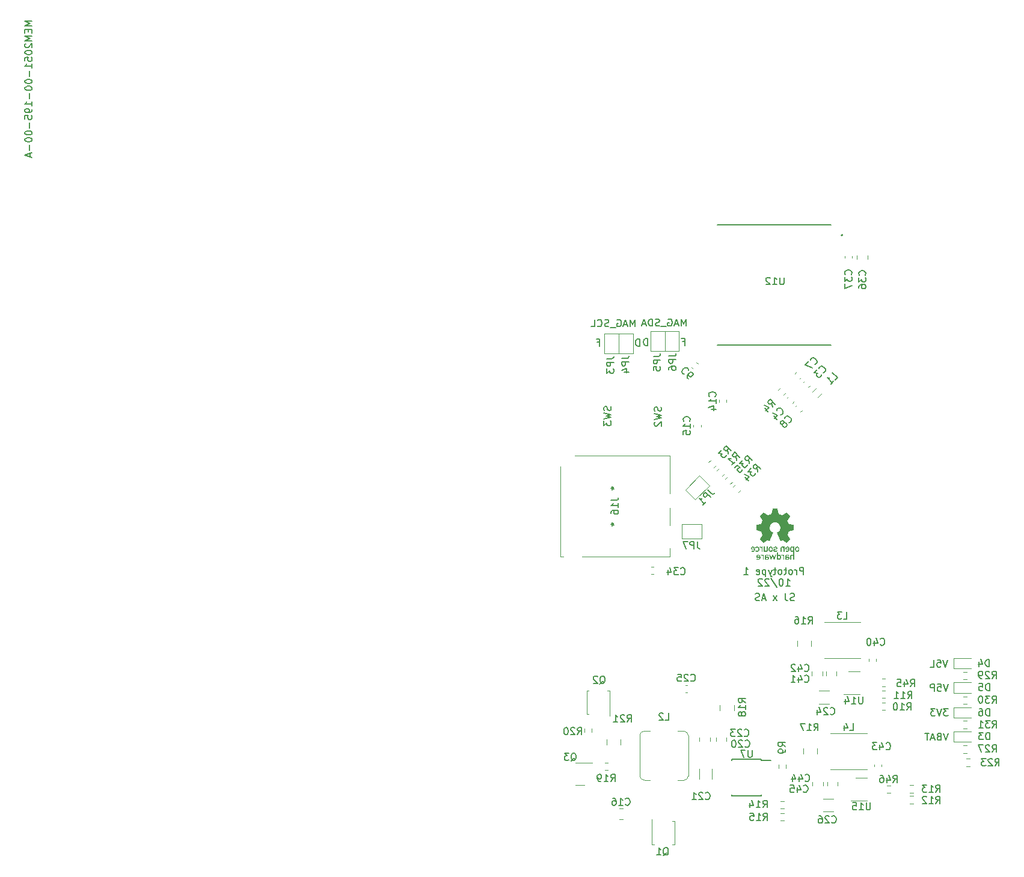
<source format=gbr>
%TF.GenerationSoftware,KiCad,Pcbnew,(6.0.9)*%
%TF.CreationDate,2022-10-31T13:49:50+01:00*%
%TF.ProjectId,marvin_fc_board,6d617276-696e-45f6-9663-5f626f617264,rev?*%
%TF.SameCoordinates,Original*%
%TF.FileFunction,Legend,Bot*%
%TF.FilePolarity,Positive*%
%FSLAX46Y46*%
G04 Gerber Fmt 4.6, Leading zero omitted, Abs format (unit mm)*
G04 Created by KiCad (PCBNEW (6.0.9)) date 2022-10-31 13:49:50*
%MOMM*%
%LPD*%
G01*
G04 APERTURE LIST*
%ADD10C,0.000000*%
%ADD11C,0.150000*%
%ADD12C,0.120000*%
%ADD13C,0.127000*%
%ADD14C,0.200000*%
G04 APERTURE END LIST*
D10*
G36*
X125452886Y-110482785D02*
G01*
X125455784Y-110482785D01*
X125617391Y-109983834D01*
X125721412Y-109983834D01*
X125883020Y-110482785D01*
X125885837Y-110482785D01*
X126022204Y-109983834D01*
X126173969Y-109983834D01*
X125946282Y-110696424D01*
X125819797Y-110696424D01*
X125670811Y-110197432D01*
X125667993Y-110197432D01*
X125519006Y-110696424D01*
X125392442Y-110696424D01*
X125164795Y-109983834D01*
X125316639Y-109983834D01*
X125452886Y-110482785D01*
G37*
G36*
X123488880Y-108850996D02*
G01*
X123504124Y-108852551D01*
X123519251Y-108854744D01*
X123534233Y-108857586D01*
X123549042Y-108861086D01*
X123563650Y-108865255D01*
X123578029Y-108870101D01*
X123592150Y-108875635D01*
X123605987Y-108881867D01*
X123619509Y-108888805D01*
X123632691Y-108896461D01*
X123645502Y-108904843D01*
X123657917Y-108913961D01*
X123669905Y-108923826D01*
X123681440Y-108934447D01*
X123692494Y-108945834D01*
X123703037Y-108957996D01*
X123713043Y-108970943D01*
X123722483Y-108984686D01*
X123731329Y-108999233D01*
X123739553Y-109014595D01*
X123747127Y-109030782D01*
X123754022Y-109047802D01*
X123760212Y-109065667D01*
X123765667Y-109084385D01*
X123770360Y-109103966D01*
X123774263Y-109124421D01*
X123777347Y-109145758D01*
X123779585Y-109167989D01*
X123780948Y-109191122D01*
X123781408Y-109215167D01*
X123780948Y-109239100D01*
X123779585Y-109262127D01*
X123777347Y-109284259D01*
X123774263Y-109305503D01*
X123770360Y-109325871D01*
X123765667Y-109345371D01*
X123760212Y-109364014D01*
X123754022Y-109381808D01*
X123747127Y-109398763D01*
X123739553Y-109414889D01*
X123731329Y-109430196D01*
X123722483Y-109444692D01*
X123713043Y-109458388D01*
X123703037Y-109471294D01*
X123692494Y-109483418D01*
X123681440Y-109494770D01*
X123669905Y-109505360D01*
X123657917Y-109515197D01*
X123645502Y-109524292D01*
X123632691Y-109532653D01*
X123619509Y-109540290D01*
X123605987Y-109547213D01*
X123592150Y-109553431D01*
X123578029Y-109558954D01*
X123549042Y-109567952D01*
X123519251Y-109574285D01*
X123488880Y-109578029D01*
X123458154Y-109579260D01*
X123438124Y-109578658D01*
X123418622Y-109576884D01*
X123399651Y-109573986D01*
X123381212Y-109570011D01*
X123363309Y-109565007D01*
X123345943Y-109559021D01*
X123329117Y-109552101D01*
X123312833Y-109544295D01*
X123297094Y-109535649D01*
X123281901Y-109526212D01*
X123267258Y-109516031D01*
X123253167Y-109505154D01*
X123239630Y-109493628D01*
X123226649Y-109481501D01*
X123214228Y-109468820D01*
X123202367Y-109455633D01*
X123307778Y-109361455D01*
X123314543Y-109369473D01*
X123321660Y-109377167D01*
X123329120Y-109384512D01*
X123336911Y-109391479D01*
X123345023Y-109398042D01*
X123353446Y-109404175D01*
X123362170Y-109409851D01*
X123371183Y-109415043D01*
X123380476Y-109419725D01*
X123390038Y-109423868D01*
X123399858Y-109427448D01*
X123409927Y-109430437D01*
X123420234Y-109432808D01*
X123430768Y-109434535D01*
X123436118Y-109435148D01*
X123441520Y-109435591D01*
X123446974Y-109435859D01*
X123452478Y-109435949D01*
X123463273Y-109435754D01*
X123473784Y-109435168D01*
X123484008Y-109434187D01*
X123493941Y-109432805D01*
X123503579Y-109431020D01*
X123512917Y-109428827D01*
X123521953Y-109426222D01*
X123530683Y-109423201D01*
X123539101Y-109419759D01*
X123547205Y-109415893D01*
X123554991Y-109411599D01*
X123562455Y-109406872D01*
X123569592Y-109401708D01*
X123576399Y-109396104D01*
X123582872Y-109390054D01*
X123589008Y-109383556D01*
X123594801Y-109376605D01*
X123600249Y-109369196D01*
X123605348Y-109361326D01*
X123610093Y-109352990D01*
X123614481Y-109344185D01*
X123618508Y-109334907D01*
X123622170Y-109325150D01*
X123625462Y-109314912D01*
X123628382Y-109304188D01*
X123630926Y-109292974D01*
X123633088Y-109281265D01*
X123634866Y-109269059D01*
X123636256Y-109256350D01*
X123637254Y-109243134D01*
X123637855Y-109229408D01*
X123638056Y-109215167D01*
X123637254Y-109186970D01*
X123634868Y-109160846D01*
X123633091Y-109148551D01*
X123630929Y-109136760D01*
X123628387Y-109125471D01*
X123625468Y-109114677D01*
X123622176Y-109104375D01*
X123618516Y-109094561D01*
X123614491Y-109085231D01*
X123610104Y-109076379D01*
X123605360Y-109068001D01*
X123600262Y-109060094D01*
X123594815Y-109052652D01*
X123589023Y-109045672D01*
X123582888Y-109039148D01*
X123576416Y-109033077D01*
X123569609Y-109027454D01*
X123562472Y-109022276D01*
X123555009Y-109017536D01*
X123547223Y-109013232D01*
X123539119Y-109009358D01*
X123530700Y-109005911D01*
X123521969Y-109002885D01*
X123512932Y-109000278D01*
X123503592Y-108998083D01*
X123493952Y-108996297D01*
X123473790Y-108993935D01*
X123452478Y-108993155D01*
X123441519Y-108993513D01*
X123430767Y-108994569D01*
X123420231Y-108996295D01*
X123409922Y-108998667D01*
X123399850Y-109001655D01*
X123390027Y-109005235D01*
X123380463Y-109009379D01*
X123371168Y-109014060D01*
X123362153Y-109019252D01*
X123353429Y-109024928D01*
X123345006Y-109031061D01*
X123336894Y-109037625D01*
X123329105Y-109044592D01*
X123321649Y-109051936D01*
X123314536Y-109059631D01*
X123307778Y-109067649D01*
X123202367Y-108973470D01*
X123214234Y-108960262D01*
X123226662Y-108947564D01*
X123239648Y-108935423D01*
X123253189Y-108923886D01*
X123267283Y-108913000D01*
X123281929Y-108902813D01*
X123297122Y-108893372D01*
X123312862Y-108884724D01*
X123329146Y-108876916D01*
X123345971Y-108869996D01*
X123363334Y-108864011D01*
X123381235Y-108859008D01*
X123399669Y-108855035D01*
X123418635Y-108852138D01*
X123428317Y-108851108D01*
X123438131Y-108850365D01*
X123448076Y-108849915D01*
X123458154Y-108849764D01*
X123488880Y-108850996D01*
G37*
G36*
X128034248Y-110498502D02*
G01*
X128033438Y-110509827D01*
X128032095Y-110520954D01*
X128030223Y-110531873D01*
X128027827Y-110542571D01*
X128024912Y-110553038D01*
X128021483Y-110563260D01*
X128017545Y-110573226D01*
X128013102Y-110582925D01*
X128008160Y-110592344D01*
X128002723Y-110601472D01*
X127996796Y-110610296D01*
X127990385Y-110618806D01*
X127983493Y-110626988D01*
X127976127Y-110634832D01*
X127968290Y-110642325D01*
X127959988Y-110649456D01*
X127951225Y-110656213D01*
X127942007Y-110662583D01*
X127932339Y-110668555D01*
X127922224Y-110674118D01*
X127911669Y-110679259D01*
X127900677Y-110683967D01*
X127889255Y-110688229D01*
X127877406Y-110692035D01*
X127865136Y-110695371D01*
X127852449Y-110698226D01*
X127839351Y-110700589D01*
X127825846Y-110702448D01*
X127811939Y-110703790D01*
X127797635Y-110704604D01*
X127782939Y-110704878D01*
X127765306Y-110704613D01*
X127748751Y-110703816D01*
X127733234Y-110702480D01*
X127718713Y-110700598D01*
X127705148Y-110698165D01*
X127692498Y-110695173D01*
X127680721Y-110691617D01*
X127669775Y-110687490D01*
X127659622Y-110682785D01*
X127650218Y-110677498D01*
X127641523Y-110671620D01*
X127633496Y-110665146D01*
X127626095Y-110658070D01*
X127619280Y-110650385D01*
X127613010Y-110642084D01*
X127607243Y-110633162D01*
X127604425Y-110633162D01*
X127604425Y-110696424D01*
X127461034Y-110696424D01*
X127461034Y-110446194D01*
X127604425Y-110446194D01*
X127604546Y-110456322D01*
X127604912Y-110465889D01*
X127605531Y-110474911D01*
X127606410Y-110483403D01*
X127607555Y-110491381D01*
X127608974Y-110498860D01*
X127610673Y-110505857D01*
X127612660Y-110512387D01*
X127614942Y-110518466D01*
X127617524Y-110524109D01*
X127620415Y-110529332D01*
X127623621Y-110534152D01*
X127627149Y-110538583D01*
X127631007Y-110542642D01*
X127635200Y-110546343D01*
X127639737Y-110549704D01*
X127644624Y-110552739D01*
X127649867Y-110555464D01*
X127655474Y-110557896D01*
X127661453Y-110560049D01*
X127667809Y-110561939D01*
X127674549Y-110563583D01*
X127681682Y-110564995D01*
X127689212Y-110566192D01*
X127705498Y-110568003D01*
X127723461Y-110569141D01*
X127743158Y-110569731D01*
X127764644Y-110569900D01*
X127782144Y-110569415D01*
X127798292Y-110567994D01*
X127813118Y-110565692D01*
X127826654Y-110562562D01*
X127832947Y-110560704D01*
X127838930Y-110558658D01*
X127844605Y-110556433D01*
X127849976Y-110554034D01*
X127855049Y-110551468D01*
X127859825Y-110548743D01*
X127864309Y-110545864D01*
X127868506Y-110542838D01*
X127872418Y-110539673D01*
X127876050Y-110536374D01*
X127879405Y-110532949D01*
X127882488Y-110529404D01*
X127885302Y-110525747D01*
X127887852Y-110521982D01*
X127890140Y-110518119D01*
X127892171Y-110514162D01*
X127895476Y-110505997D01*
X127897799Y-110497540D01*
X127899170Y-110488846D01*
X127899621Y-110479968D01*
X127899505Y-110475144D01*
X127899158Y-110470430D01*
X127898578Y-110465828D01*
X127897764Y-110461343D01*
X127896716Y-110456975D01*
X127895431Y-110452729D01*
X127893910Y-110448606D01*
X127892151Y-110444611D01*
X127890153Y-110440745D01*
X127887915Y-110437011D01*
X127885435Y-110433414D01*
X127882714Y-110429954D01*
X127879750Y-110426635D01*
X127876542Y-110423461D01*
X127873088Y-110420433D01*
X127869389Y-110417554D01*
X127865442Y-110414828D01*
X127861247Y-110412258D01*
X127856803Y-110409845D01*
X127852108Y-110407594D01*
X127847162Y-110405506D01*
X127841964Y-110403585D01*
X127836512Y-110401833D01*
X127830806Y-110400254D01*
X127824845Y-110398850D01*
X127818627Y-110397623D01*
X127812151Y-110396578D01*
X127805417Y-110395716D01*
X127798424Y-110395041D01*
X127791170Y-110394556D01*
X127783654Y-110394262D01*
X127775875Y-110394164D01*
X127604425Y-110394164D01*
X127604425Y-110446194D01*
X127461034Y-110446194D01*
X127461034Y-110210093D01*
X127461386Y-110193965D01*
X127462435Y-110178510D01*
X127464167Y-110163717D01*
X127466572Y-110149575D01*
X127469636Y-110136075D01*
X127473349Y-110123205D01*
X127477697Y-110110955D01*
X127482668Y-110099314D01*
X127488252Y-110088273D01*
X127494434Y-110077820D01*
X127501204Y-110067944D01*
X127508549Y-110058636D01*
X127516458Y-110049885D01*
X127524917Y-110041680D01*
X127533915Y-110034010D01*
X127543440Y-110026866D01*
X127553480Y-110020237D01*
X127564023Y-110014111D01*
X127575056Y-110008479D01*
X127586567Y-110003330D01*
X127598545Y-109998653D01*
X127610977Y-109994439D01*
X127623851Y-109990676D01*
X127637156Y-109987353D01*
X127650878Y-109984461D01*
X127665006Y-109981989D01*
X127694431Y-109978262D01*
X127725334Y-109976087D01*
X127757619Y-109975381D01*
X127777323Y-109975715D01*
X127796373Y-109976735D01*
X127814776Y-109978471D01*
X127832538Y-109980952D01*
X127849666Y-109984207D01*
X127866166Y-109988265D01*
X127882043Y-109993155D01*
X127897304Y-109998906D01*
X127911956Y-110005547D01*
X127926004Y-110013108D01*
X127939454Y-110021617D01*
X127952314Y-110031103D01*
X127964589Y-110041595D01*
X127976285Y-110053123D01*
X127987409Y-110065716D01*
X127997966Y-110079402D01*
X127885532Y-110165128D01*
X127883132Y-110161384D01*
X127880669Y-110157794D01*
X127878137Y-110154356D01*
X127875531Y-110151067D01*
X127872845Y-110147925D01*
X127870075Y-110144927D01*
X127867214Y-110142072D01*
X127864258Y-110139356D01*
X127861201Y-110136779D01*
X127858037Y-110134336D01*
X127854761Y-110132027D01*
X127851369Y-110129849D01*
X127847853Y-110127799D01*
X127844210Y-110125876D01*
X127840433Y-110124077D01*
X127836518Y-110122399D01*
X127832458Y-110120841D01*
X127828249Y-110119400D01*
X127823884Y-110118073D01*
X127819360Y-110116860D01*
X127814669Y-110115756D01*
X127809808Y-110114760D01*
X127804770Y-110113871D01*
X127799550Y-110113084D01*
X127788543Y-110111812D01*
X127776743Y-110110926D01*
X127764108Y-110110408D01*
X127750594Y-110110240D01*
X127732046Y-110110525D01*
X127714858Y-110111401D01*
X127699009Y-110112896D01*
X127684474Y-110115039D01*
X127671233Y-110117857D01*
X127659261Y-110121380D01*
X127648537Y-110125636D01*
X127643636Y-110128048D01*
X127639038Y-110130654D01*
X127634740Y-110133458D01*
X127630741Y-110136462D01*
X127627036Y-110139671D01*
X127623623Y-110143089D01*
X127620500Y-110146718D01*
X127617663Y-110150563D01*
X127615110Y-110154626D01*
X127612837Y-110158912D01*
X127610842Y-110163425D01*
X127609123Y-110168166D01*
X127607676Y-110173142D01*
X127606498Y-110178353D01*
X127605587Y-110183806D01*
X127604940Y-110189502D01*
X127604425Y-110201640D01*
X127604425Y-110276133D01*
X127802624Y-110276133D01*
X127816768Y-110276415D01*
X127830474Y-110277251D01*
X127843743Y-110278626D01*
X127856572Y-110280525D01*
X127868962Y-110282934D01*
X127880911Y-110285838D01*
X127892420Y-110289223D01*
X127903487Y-110293074D01*
X127914110Y-110297375D01*
X127924291Y-110302113D01*
X127934027Y-110307272D01*
X127943319Y-110312838D01*
X127952164Y-110318797D01*
X127960563Y-110325133D01*
X127968515Y-110331832D01*
X127976019Y-110338879D01*
X127983074Y-110346260D01*
X127989680Y-110353959D01*
X127995835Y-110361963D01*
X128001539Y-110370256D01*
X128006791Y-110378823D01*
X128011590Y-110387651D01*
X128015936Y-110396724D01*
X128019828Y-110406027D01*
X128023265Y-110415546D01*
X128026246Y-110425267D01*
X128028770Y-110435174D01*
X128030838Y-110445253D01*
X128032447Y-110455489D01*
X128033597Y-110465868D01*
X128034288Y-110476374D01*
X128034366Y-110479968D01*
X128034519Y-110486993D01*
X128034248Y-110498502D01*
G37*
G36*
X124545630Y-109282676D02*
G01*
X124545806Y-109291646D01*
X124546328Y-109300374D01*
X124547190Y-109308859D01*
X124548384Y-109317097D01*
X124549902Y-109325085D01*
X124551737Y-109332820D01*
X124553881Y-109340300D01*
X124556327Y-109347522D01*
X124559068Y-109354482D01*
X124562096Y-109361178D01*
X124565403Y-109367608D01*
X124568983Y-109373767D01*
X124572827Y-109379654D01*
X124576928Y-109385266D01*
X124581280Y-109390599D01*
X124585873Y-109395651D01*
X124590702Y-109400418D01*
X124595758Y-109404899D01*
X124601033Y-109409091D01*
X124606522Y-109412989D01*
X124612215Y-109416592D01*
X124618106Y-109419897D01*
X124624187Y-109422901D01*
X124630451Y-109425600D01*
X124636890Y-109427993D01*
X124643497Y-109430076D01*
X124650264Y-109431846D01*
X124657184Y-109433301D01*
X124664249Y-109434438D01*
X124671452Y-109435253D01*
X124678786Y-109435744D01*
X124686243Y-109435909D01*
X124693819Y-109435744D01*
X124701264Y-109435253D01*
X124708571Y-109434438D01*
X124715734Y-109433301D01*
X124722745Y-109431846D01*
X124729596Y-109430076D01*
X124736281Y-109427993D01*
X124742792Y-109425600D01*
X124749122Y-109422901D01*
X124755264Y-109419897D01*
X124761210Y-109416592D01*
X124766954Y-109412989D01*
X124772488Y-109409091D01*
X124777805Y-109404899D01*
X124782897Y-109400418D01*
X124787758Y-109395651D01*
X124792381Y-109390599D01*
X124796757Y-109385266D01*
X124800881Y-109379654D01*
X124804744Y-109373767D01*
X124808339Y-109367608D01*
X124811660Y-109361178D01*
X124814698Y-109354482D01*
X124817448Y-109347522D01*
X124819901Y-109340300D01*
X124822050Y-109332820D01*
X124823889Y-109325085D01*
X124825409Y-109317097D01*
X124826604Y-109308859D01*
X124827467Y-109300374D01*
X124827989Y-109291646D01*
X124828165Y-109282676D01*
X124828165Y-108858217D01*
X124971477Y-108858217D01*
X124971477Y-109331928D01*
X124971111Y-109346856D01*
X124970029Y-109361337D01*
X124968257Y-109375371D01*
X124965821Y-109388954D01*
X124962747Y-109402086D01*
X124959060Y-109414764D01*
X124954786Y-109426986D01*
X124949951Y-109438751D01*
X124944581Y-109450058D01*
X124938701Y-109460903D01*
X124932337Y-109471286D01*
X124925515Y-109481204D01*
X124918261Y-109490656D01*
X124910600Y-109499640D01*
X124902558Y-109508154D01*
X124894161Y-109516196D01*
X124885434Y-109523765D01*
X124876404Y-109530859D01*
X124867096Y-109537476D01*
X124857536Y-109543614D01*
X124847750Y-109549271D01*
X124837762Y-109554445D01*
X124827600Y-109559136D01*
X124817289Y-109563340D01*
X124806854Y-109567056D01*
X124796322Y-109570283D01*
X124775067Y-109575260D01*
X124753731Y-109578257D01*
X124743096Y-109579009D01*
X124732518Y-109579260D01*
X124718682Y-109578930D01*
X124705087Y-109577941D01*
X124691748Y-109576292D01*
X124678681Y-109573985D01*
X124665900Y-109571018D01*
X124653420Y-109567393D01*
X124641255Y-109563109D01*
X124629420Y-109558166D01*
X124617931Y-109552564D01*
X124606801Y-109546304D01*
X124596046Y-109539386D01*
X124585681Y-109531810D01*
X124575720Y-109523575D01*
X124566177Y-109514683D01*
X124557068Y-109505132D01*
X124548408Y-109494924D01*
X124545630Y-109494924D01*
X124545630Y-109570886D01*
X124402319Y-109570886D01*
X124402319Y-108858217D01*
X124545630Y-108858217D01*
X124545630Y-109282676D01*
G37*
G36*
X126333437Y-103521716D02*
G01*
X126334945Y-103521828D01*
X126336445Y-103522013D01*
X126337936Y-103522268D01*
X126339415Y-103522593D01*
X126340880Y-103522984D01*
X126342328Y-103523441D01*
X126343758Y-103523961D01*
X126345168Y-103524542D01*
X126346554Y-103525183D01*
X126349249Y-103526636D01*
X126351825Y-103528305D01*
X126354264Y-103530176D01*
X126356548Y-103532233D01*
X126358659Y-103534462D01*
X126360580Y-103536848D01*
X126361463Y-103538095D01*
X126362291Y-103539376D01*
X126363063Y-103540688D01*
X126363776Y-103542030D01*
X126364428Y-103543401D01*
X126365016Y-103544798D01*
X126365539Y-103546219D01*
X126365994Y-103547663D01*
X126366379Y-103549127D01*
X126366691Y-103550610D01*
X126492262Y-104225417D01*
X126492965Y-104228412D01*
X126493929Y-104231418D01*
X126495139Y-104234415D01*
X126496578Y-104237382D01*
X126498229Y-104240301D01*
X126500076Y-104243151D01*
X126502101Y-104245914D01*
X126504288Y-104248569D01*
X126506620Y-104251098D01*
X126509080Y-104253480D01*
X126511652Y-104255695D01*
X126514319Y-104257725D01*
X126517064Y-104259550D01*
X126519870Y-104261150D01*
X126522721Y-104262505D01*
X126525600Y-104263596D01*
X126977918Y-104448738D01*
X126980735Y-104449975D01*
X126983721Y-104451009D01*
X126986850Y-104451840D01*
X126990095Y-104452471D01*
X126993431Y-104452904D01*
X126996832Y-104453140D01*
X127000270Y-104453181D01*
X127003720Y-104453030D01*
X127007156Y-104452687D01*
X127010551Y-104452155D01*
X127013879Y-104451435D01*
X127017114Y-104450530D01*
X127020230Y-104449441D01*
X127023200Y-104448169D01*
X127025998Y-104446717D01*
X127028599Y-104445087D01*
X127592320Y-104058213D01*
X127593594Y-104057386D01*
X127594905Y-104056623D01*
X127596251Y-104055925D01*
X127597629Y-104055290D01*
X127599035Y-104054719D01*
X127600468Y-104054211D01*
X127603400Y-104053384D01*
X127606401Y-104052807D01*
X127609449Y-104052479D01*
X127612520Y-104052396D01*
X127615592Y-104052558D01*
X127618641Y-104052961D01*
X127621644Y-104053604D01*
X127624578Y-104054485D01*
X127627419Y-104055601D01*
X127630146Y-104056951D01*
X127631459Y-104057713D01*
X127632735Y-104058532D01*
X127633970Y-104059409D01*
X127635162Y-104060343D01*
X127636308Y-104061333D01*
X127637405Y-104062381D01*
X128112227Y-104537162D01*
X128113270Y-104538263D01*
X128114258Y-104539412D01*
X128115189Y-104540607D01*
X128116063Y-104541845D01*
X128116881Y-104543124D01*
X128117641Y-104544439D01*
X128118344Y-104545789D01*
X128118989Y-104547170D01*
X128119576Y-104548580D01*
X128120105Y-104550015D01*
X128120985Y-104552951D01*
X128121630Y-104555956D01*
X128122034Y-104559005D01*
X128122198Y-104562076D01*
X128122118Y-104565146D01*
X128121792Y-104568191D01*
X128121536Y-104569698D01*
X128121218Y-104571190D01*
X128120837Y-104572664D01*
X128120393Y-104574117D01*
X128119886Y-104575548D01*
X128119316Y-104576952D01*
X128118682Y-104578326D01*
X128117984Y-104579669D01*
X128117221Y-104580977D01*
X128116394Y-104582247D01*
X127736227Y-105136284D01*
X127734606Y-105138903D01*
X127733167Y-105141712D01*
X127731912Y-105144686D01*
X127730843Y-105147799D01*
X127729960Y-105151026D01*
X127729267Y-105154341D01*
X127728764Y-105157719D01*
X127728454Y-105161134D01*
X127728337Y-105164560D01*
X127728416Y-105167973D01*
X127728692Y-105171346D01*
X127729167Y-105174654D01*
X127729843Y-105177872D01*
X127730722Y-105180974D01*
X127731804Y-105183934D01*
X127733092Y-105186727D01*
X127933117Y-105653293D01*
X127933651Y-105654728D01*
X127934252Y-105656158D01*
X127935649Y-105658997D01*
X127937288Y-105661793D01*
X127939151Y-105664528D01*
X127941216Y-105667187D01*
X127943466Y-105669751D01*
X127945879Y-105672205D01*
X127948436Y-105674531D01*
X127951119Y-105676713D01*
X127953906Y-105678733D01*
X127956778Y-105680574D01*
X127959716Y-105682220D01*
X127962701Y-105683654D01*
X127965711Y-105684858D01*
X127968728Y-105685817D01*
X127970234Y-105686198D01*
X127971733Y-105686512D01*
X128624116Y-105807837D01*
X128625603Y-105808156D01*
X128627070Y-105808547D01*
X128628517Y-105809008D01*
X128629940Y-105809536D01*
X128631339Y-105810129D01*
X128632711Y-105810785D01*
X128634054Y-105811501D01*
X128635367Y-105812277D01*
X128636649Y-105813108D01*
X128637896Y-105813994D01*
X128639108Y-105814931D01*
X128640282Y-105815918D01*
X128641416Y-105816952D01*
X128642510Y-105818032D01*
X128643560Y-105819155D01*
X128644565Y-105820318D01*
X128645524Y-105821520D01*
X128646434Y-105822759D01*
X128647293Y-105824032D01*
X128648101Y-105825336D01*
X128648854Y-105826671D01*
X128649551Y-105828033D01*
X128650191Y-105829420D01*
X128650771Y-105830831D01*
X128651290Y-105832262D01*
X128651745Y-105833712D01*
X128652136Y-105835179D01*
X128652459Y-105836660D01*
X128652714Y-105838153D01*
X128652899Y-105839656D01*
X128653011Y-105841166D01*
X128653048Y-105842682D01*
X128653009Y-106514155D01*
X128652971Y-106515671D01*
X128652859Y-106517183D01*
X128652674Y-106518687D01*
X128652418Y-106520182D01*
X128652094Y-106521666D01*
X128651702Y-106523135D01*
X128651246Y-106524589D01*
X128650726Y-106526023D01*
X128649504Y-106528828D01*
X128648051Y-106531532D01*
X128646381Y-106534117D01*
X128644511Y-106536564D01*
X128642453Y-106538855D01*
X128640225Y-106540972D01*
X128637839Y-106542896D01*
X128636592Y-106543781D01*
X128635311Y-106544611D01*
X128633999Y-106545383D01*
X128632656Y-106546097D01*
X128631286Y-106546748D01*
X128629889Y-106547336D01*
X128628468Y-106547857D01*
X128627024Y-106548310D01*
X128625560Y-106548692D01*
X128624076Y-106549001D01*
X127987687Y-106667428D01*
X127986193Y-106667735D01*
X127984694Y-106668112D01*
X127981693Y-106669064D01*
X127978706Y-106670269D01*
X127975751Y-106671707D01*
X127972848Y-106673362D01*
X127970016Y-106675217D01*
X127967275Y-106677253D01*
X127964644Y-106679454D01*
X127962143Y-106681801D01*
X127959791Y-106684278D01*
X127957608Y-106686868D01*
X127955613Y-106689552D01*
X127953826Y-106692313D01*
X127952266Y-106695133D01*
X127950952Y-106697997D01*
X127950394Y-106699439D01*
X127949905Y-106700885D01*
X127751229Y-107197177D01*
X127750000Y-107200000D01*
X127748974Y-107202990D01*
X127748150Y-107206120D01*
X127747527Y-107209365D01*
X127747101Y-107212700D01*
X127746873Y-107216097D01*
X127746839Y-107219532D01*
X127746998Y-107222979D01*
X127747348Y-107226411D01*
X127747887Y-107229802D01*
X127748614Y-107233128D01*
X127749527Y-107236361D01*
X127750624Y-107239477D01*
X127751903Y-107242449D01*
X127753362Y-107245251D01*
X127755000Y-107247858D01*
X128116473Y-107774630D01*
X128117297Y-107775900D01*
X128118056Y-107777208D01*
X128118752Y-107778552D01*
X128119384Y-107779927D01*
X128119952Y-107781332D01*
X128120458Y-107782763D01*
X128121280Y-107785694D01*
X128121854Y-107788695D01*
X128122180Y-107791744D01*
X128122261Y-107794817D01*
X128122099Y-107797892D01*
X128121696Y-107800945D01*
X128121054Y-107803953D01*
X128120176Y-107806892D01*
X128119063Y-107809741D01*
X128117717Y-107812474D01*
X128116958Y-107813791D01*
X128116141Y-107815070D01*
X128115267Y-107816309D01*
X128114337Y-107817504D01*
X128113350Y-107818654D01*
X128112306Y-107819755D01*
X127637445Y-108294536D01*
X127636348Y-108295576D01*
X127635202Y-108296560D01*
X127634010Y-108297488D01*
X127632775Y-108298358D01*
X127631499Y-108299172D01*
X127630186Y-108299929D01*
X127628839Y-108300629D01*
X127627459Y-108301271D01*
X127626051Y-108301855D01*
X127624618Y-108302381D01*
X127621684Y-108303257D01*
X127618681Y-108303897D01*
X127615632Y-108304299D01*
X127612560Y-108304462D01*
X127609489Y-108304382D01*
X127606441Y-108304058D01*
X127604933Y-108303804D01*
X127603440Y-108303488D01*
X127601964Y-108303110D01*
X127600508Y-108302670D01*
X127599075Y-108302167D01*
X127597669Y-108301601D01*
X127596291Y-108300972D01*
X127594945Y-108300280D01*
X127593634Y-108299524D01*
X127592360Y-108298704D01*
X127074914Y-107943540D01*
X127072313Y-107941927D01*
X127069526Y-107940512D01*
X127066578Y-107939296D01*
X127063496Y-107938279D01*
X127060305Y-107937461D01*
X127057031Y-107936844D01*
X127053698Y-107936427D01*
X127050333Y-107936213D01*
X127046961Y-107936201D01*
X127043607Y-107936391D01*
X127040298Y-107936786D01*
X127037058Y-107937384D01*
X127033913Y-107938188D01*
X127030889Y-107939197D01*
X127028011Y-107940412D01*
X127025305Y-107941834D01*
X126797102Y-108063674D01*
X126795741Y-108064327D01*
X126794368Y-108064900D01*
X126792986Y-108065396D01*
X126791597Y-108065814D01*
X126790203Y-108066156D01*
X126788807Y-108066423D01*
X126787411Y-108066616D01*
X126786018Y-108066735D01*
X126784630Y-108066781D01*
X126783249Y-108066756D01*
X126781878Y-108066660D01*
X126780519Y-108066493D01*
X126779175Y-108066258D01*
X126777848Y-108065955D01*
X126776540Y-108065585D01*
X126775254Y-108065148D01*
X126773992Y-108064645D01*
X126772757Y-108064079D01*
X126771551Y-108063448D01*
X126770376Y-108062755D01*
X126769235Y-108061999D01*
X126768130Y-108061183D01*
X126767063Y-108060307D01*
X126766038Y-108059371D01*
X126765056Y-108058378D01*
X126764119Y-108057326D01*
X126763231Y-108056219D01*
X126762394Y-108055055D01*
X126761609Y-108053837D01*
X126760880Y-108052565D01*
X126760208Y-108051240D01*
X126759597Y-108049863D01*
X126289062Y-106912935D01*
X126288515Y-106911521D01*
X126288039Y-106910085D01*
X126287635Y-106908630D01*
X126287301Y-106907159D01*
X126287036Y-106905675D01*
X126286840Y-106904181D01*
X126286650Y-106901170D01*
X126286723Y-106898149D01*
X126287053Y-106895140D01*
X126287632Y-106892163D01*
X126288452Y-106889242D01*
X126289508Y-106886396D01*
X126290792Y-106883648D01*
X126292296Y-106881020D01*
X126294013Y-106878533D01*
X126295937Y-106876209D01*
X126296974Y-106875115D01*
X126298059Y-106874069D01*
X126299193Y-106873075D01*
X126300374Y-106872136D01*
X126301601Y-106871253D01*
X126302874Y-106870430D01*
X126359984Y-106835465D01*
X126364106Y-106832847D01*
X126368501Y-106829859D01*
X126373089Y-106826566D01*
X126377789Y-106823033D01*
X126382520Y-106819325D01*
X126387203Y-106815507D01*
X126391756Y-106811645D01*
X126396100Y-106807803D01*
X126433899Y-106781925D01*
X126469975Y-106753829D01*
X126504228Y-106723611D01*
X126536561Y-106691370D01*
X126566874Y-106657203D01*
X126595068Y-106621209D01*
X126621046Y-106583485D01*
X126644707Y-106544129D01*
X126665955Y-106503240D01*
X126675643Y-106482250D01*
X126684690Y-106460914D01*
X126693084Y-106439243D01*
X126700813Y-106417251D01*
X126707864Y-106394948D01*
X126714226Y-106372347D01*
X126719885Y-106349460D01*
X126724830Y-106326301D01*
X126729047Y-106302880D01*
X126732526Y-106279210D01*
X126735253Y-106255304D01*
X126737216Y-106231174D01*
X126738403Y-106206831D01*
X126738802Y-106182288D01*
X126737835Y-106144074D01*
X126734967Y-106106361D01*
X126730244Y-106069197D01*
X126723713Y-106032628D01*
X126715421Y-105996700D01*
X126705413Y-105961461D01*
X126693738Y-105926957D01*
X126680440Y-105893234D01*
X126665568Y-105860340D01*
X126649168Y-105828321D01*
X126631287Y-105797223D01*
X126611970Y-105767094D01*
X126591265Y-105737980D01*
X126569219Y-105709927D01*
X126545878Y-105682982D01*
X126521289Y-105657193D01*
X126495499Y-105632605D01*
X126468554Y-105609265D01*
X126440500Y-105587220D01*
X126411386Y-105566517D01*
X126381256Y-105547201D01*
X126350159Y-105529321D01*
X126318140Y-105512922D01*
X126285246Y-105498051D01*
X126251524Y-105484755D01*
X126217021Y-105473080D01*
X126181784Y-105463074D01*
X126145858Y-105454782D01*
X126109291Y-105448252D01*
X126072129Y-105443529D01*
X126034420Y-105440662D01*
X125996209Y-105439695D01*
X125957998Y-105440662D01*
X125920289Y-105443529D01*
X125883128Y-105448252D01*
X125846561Y-105454782D01*
X125810637Y-105463074D01*
X125775400Y-105473080D01*
X125740898Y-105484755D01*
X125707178Y-105498051D01*
X125674286Y-105512922D01*
X125642268Y-105529321D01*
X125611172Y-105547201D01*
X125581045Y-105566517D01*
X125551932Y-105587220D01*
X125523880Y-105609265D01*
X125496937Y-105632605D01*
X125471148Y-105657193D01*
X125446561Y-105682982D01*
X125423222Y-105709927D01*
X125401178Y-105737980D01*
X125380475Y-105767094D01*
X125361160Y-105797223D01*
X125343280Y-105828321D01*
X125326881Y-105860340D01*
X125312011Y-105893234D01*
X125298715Y-105926957D01*
X125287040Y-105961461D01*
X125277034Y-105996700D01*
X125268742Y-106032628D01*
X125262212Y-106069197D01*
X125257490Y-106106361D01*
X125254622Y-106144074D01*
X125253656Y-106182288D01*
X125255241Y-106231174D01*
X125259930Y-106279210D01*
X125267624Y-106326301D01*
X125278226Y-106372347D01*
X125291636Y-106417250D01*
X125307757Y-106460914D01*
X125326489Y-106503240D01*
X125347735Y-106544129D01*
X125371395Y-106583485D01*
X125397372Y-106621209D01*
X125425566Y-106657203D01*
X125455880Y-106691370D01*
X125488214Y-106723611D01*
X125522471Y-106753829D01*
X125558551Y-106781925D01*
X125596357Y-106807803D01*
X125600676Y-106811645D01*
X125605214Y-106815507D01*
X125609887Y-106819325D01*
X125614614Y-106823033D01*
X125619310Y-106826566D01*
X125623894Y-106829859D01*
X125628283Y-106832847D01*
X125632394Y-106835465D01*
X125689504Y-106870430D01*
X125690769Y-106871253D01*
X125691990Y-106872136D01*
X125693165Y-106873075D01*
X125694294Y-106874069D01*
X125695375Y-106875115D01*
X125696408Y-106876209D01*
X125697392Y-106877349D01*
X125698326Y-106878533D01*
X125699208Y-106879758D01*
X125700039Y-106881020D01*
X125700817Y-106882318D01*
X125701541Y-106883648D01*
X125702210Y-106885009D01*
X125702824Y-106886396D01*
X125703381Y-106887808D01*
X125703881Y-106889242D01*
X125704322Y-106890694D01*
X125704704Y-106892163D01*
X125705026Y-106893646D01*
X125705287Y-106895140D01*
X125705485Y-106896642D01*
X125705621Y-106898149D01*
X125705693Y-106899660D01*
X125705700Y-106901170D01*
X125705642Y-106902678D01*
X125705516Y-106904181D01*
X125705324Y-106905675D01*
X125705063Y-106907159D01*
X125704732Y-106908630D01*
X125704331Y-106910085D01*
X125703859Y-106911521D01*
X125703315Y-106912935D01*
X125232820Y-108049903D01*
X125232209Y-108051279D01*
X125231537Y-108052604D01*
X125230809Y-108053875D01*
X125230025Y-108055093D01*
X125229188Y-108056255D01*
X125228301Y-108057362D01*
X125227366Y-108058412D01*
X125226385Y-108059405D01*
X125225361Y-108060339D01*
X125224295Y-108061215D01*
X125223192Y-108062030D01*
X125222052Y-108062783D01*
X125220878Y-108063476D01*
X125219673Y-108064105D01*
X125218439Y-108064671D01*
X125217178Y-108065172D01*
X125215893Y-108065608D01*
X125214586Y-108065978D01*
X125213259Y-108066281D01*
X125211915Y-108066515D01*
X125210557Y-108066681D01*
X125209186Y-108066777D01*
X125207805Y-108066803D01*
X125206416Y-108066757D01*
X125205022Y-108066639D01*
X125203625Y-108066448D01*
X125202227Y-108066182D01*
X125200832Y-108065842D01*
X125199440Y-108065426D01*
X125198056Y-108064933D01*
X125196680Y-108064362D01*
X125195315Y-108063714D01*
X124967112Y-107941873D01*
X124964399Y-107940451D01*
X124961516Y-107939235D01*
X124958489Y-107938224D01*
X124955342Y-107937418D01*
X124952102Y-107936817D01*
X124948792Y-107936420D01*
X124945440Y-107936227D01*
X124942069Y-107936237D01*
X124938706Y-107936450D01*
X124935376Y-107936865D01*
X124932104Y-107937483D01*
X124928915Y-107938301D01*
X124925836Y-107939320D01*
X124922890Y-107940540D01*
X124920104Y-107941960D01*
X124917503Y-107943580D01*
X124400017Y-108298743D01*
X124398747Y-108299563D01*
X124397439Y-108300319D01*
X124396096Y-108301011D01*
X124394720Y-108301640D01*
X124393316Y-108302206D01*
X124391885Y-108302709D01*
X124388955Y-108303528D01*
X124385955Y-108304098D01*
X124382908Y-108304422D01*
X124379837Y-108304501D01*
X124376765Y-108304339D01*
X124373717Y-108303936D01*
X124370714Y-108303296D01*
X124367781Y-108302420D01*
X124364940Y-108301310D01*
X124362216Y-108299969D01*
X124360905Y-108299212D01*
X124359631Y-108298398D01*
X124358398Y-108297527D01*
X124357209Y-108296599D01*
X124356066Y-108295615D01*
X124354972Y-108294576D01*
X123880111Y-107819794D01*
X123879064Y-107818693D01*
X123878073Y-107817544D01*
X123877140Y-107816348D01*
X123876263Y-107815109D01*
X123875444Y-107813830D01*
X123874682Y-107812513D01*
X123873978Y-107811162D01*
X123873332Y-107809780D01*
X123872745Y-107808369D01*
X123872216Y-107806932D01*
X123871335Y-107803992D01*
X123870692Y-107800984D01*
X123870289Y-107797931D01*
X123870127Y-107794857D01*
X123870210Y-107791783D01*
X123870538Y-107788734D01*
X123870795Y-107787226D01*
X123871115Y-107785733D01*
X123871497Y-107784258D01*
X123871941Y-107782803D01*
X123872449Y-107781372D01*
X123873021Y-107779967D01*
X123873655Y-107778591D01*
X123874354Y-107777248D01*
X123875117Y-107775940D01*
X123875944Y-107774670D01*
X124237457Y-107247897D01*
X124239081Y-107245290D01*
X124240530Y-107242488D01*
X124241800Y-107239516D01*
X124242890Y-107236401D01*
X124243798Y-107233167D01*
X124244522Y-107229842D01*
X124245060Y-107226450D01*
X124245409Y-107223018D01*
X124245569Y-107219572D01*
X124245536Y-107216137D01*
X124245309Y-107212739D01*
X124244885Y-107209405D01*
X124244264Y-107206159D01*
X124243441Y-107203029D01*
X124242417Y-107200039D01*
X124241187Y-107197216D01*
X124042512Y-106700924D01*
X124042020Y-106699478D01*
X124041459Y-106698036D01*
X124040143Y-106695173D01*
X124038584Y-106692352D01*
X124036799Y-106689591D01*
X124034809Y-106686907D01*
X124032632Y-106684318D01*
X124030287Y-106681841D01*
X124027793Y-106679493D01*
X124025170Y-106677292D01*
X124022436Y-106675256D01*
X124019610Y-106673402D01*
X124016711Y-106671746D01*
X124013759Y-106670308D01*
X124010771Y-106669104D01*
X124009271Y-106668595D01*
X124007769Y-106668151D01*
X124006267Y-106667775D01*
X124004769Y-106667467D01*
X123368380Y-106549040D01*
X123366900Y-106548731D01*
X123365439Y-106548349D01*
X123363998Y-106547896D01*
X123362579Y-106547375D01*
X123361184Y-106546788D01*
X123359815Y-106546136D01*
X123358474Y-106545423D01*
X123357162Y-106544650D01*
X123355882Y-106543820D01*
X123354635Y-106542936D01*
X123353424Y-106541999D01*
X123352249Y-106541011D01*
X123351114Y-106539975D01*
X123350020Y-106538894D01*
X123348968Y-106537769D01*
X123347961Y-106536603D01*
X123347000Y-106535398D01*
X123346088Y-106534156D01*
X123345226Y-106532880D01*
X123344416Y-106531572D01*
X123343661Y-106530234D01*
X123342961Y-106528868D01*
X123342319Y-106527477D01*
X123341736Y-106526063D01*
X123341215Y-106524628D01*
X123340758Y-106523175D01*
X123340365Y-106521705D01*
X123340040Y-106520222D01*
X123339784Y-106518727D01*
X123339598Y-106517222D01*
X123339486Y-106515711D01*
X123339448Y-106514194D01*
X123339368Y-105842722D01*
X123339403Y-105841202D01*
X123339512Y-105839688D01*
X123339693Y-105838182D01*
X123339946Y-105836686D01*
X123340267Y-105835202D01*
X123340656Y-105833733D01*
X123341110Y-105832281D01*
X123341628Y-105830847D01*
X123342207Y-105829435D01*
X123342845Y-105828046D01*
X123344295Y-105825346D01*
X123345960Y-105822766D01*
X123347827Y-105820323D01*
X123349880Y-105818035D01*
X123352105Y-105815920D01*
X123354487Y-105813995D01*
X123357010Y-105812277D01*
X123358320Y-105811502D01*
X123359660Y-105810785D01*
X123361028Y-105810129D01*
X123362422Y-105809536D01*
X123363840Y-105809008D01*
X123365281Y-105808547D01*
X123366742Y-105808156D01*
X123368221Y-105807837D01*
X124020644Y-105686512D01*
X124023635Y-105685817D01*
X124026641Y-105684858D01*
X124029643Y-105683654D01*
X124032621Y-105682220D01*
X124035555Y-105680574D01*
X124038426Y-105678733D01*
X124041212Y-105676713D01*
X124043896Y-105674531D01*
X124046456Y-105672205D01*
X124048873Y-105669751D01*
X124051127Y-105667187D01*
X124053198Y-105664528D01*
X124055067Y-105661793D01*
X124056714Y-105658997D01*
X124058118Y-105656158D01*
X124059260Y-105653293D01*
X124259246Y-105186727D01*
X124260541Y-105183934D01*
X124261629Y-105180974D01*
X124262512Y-105177872D01*
X124263192Y-105174654D01*
X124263670Y-105171346D01*
X124263948Y-105167973D01*
X124264027Y-105164560D01*
X124263909Y-105161134D01*
X124263596Y-105157719D01*
X124263089Y-105154341D01*
X124262390Y-105151026D01*
X124261500Y-105147799D01*
X124260422Y-105144686D01*
X124259156Y-105141712D01*
X124257705Y-105138903D01*
X124256071Y-105136284D01*
X123875944Y-104582247D01*
X123875123Y-104580977D01*
X123874367Y-104579669D01*
X123873673Y-104578326D01*
X123873043Y-104576952D01*
X123872475Y-104575548D01*
X123871970Y-104574117D01*
X123871147Y-104571190D01*
X123870572Y-104568191D01*
X123870244Y-104565146D01*
X123870159Y-104562076D01*
X123870317Y-104559005D01*
X123870717Y-104555956D01*
X123871355Y-104552951D01*
X123872231Y-104550015D01*
X123873342Y-104547170D01*
X123874688Y-104544439D01*
X123875448Y-104543124D01*
X123876265Y-104541845D01*
X123877141Y-104540607D01*
X123878074Y-104539412D01*
X123879063Y-104538263D01*
X123880110Y-104537162D01*
X124354892Y-104062380D01*
X124355992Y-104061333D01*
X124357142Y-104060343D01*
X124358336Y-104059409D01*
X124359574Y-104058532D01*
X124360851Y-104057713D01*
X124362165Y-104056951D01*
X124363514Y-104056247D01*
X124364894Y-104055601D01*
X124366302Y-104055014D01*
X124367736Y-104054485D01*
X124370669Y-104053604D01*
X124373670Y-104052961D01*
X124376715Y-104052558D01*
X124379783Y-104052396D01*
X124382849Y-104052479D01*
X124385891Y-104052807D01*
X124387396Y-104053064D01*
X124388886Y-104053384D01*
X124390359Y-104053766D01*
X124391812Y-104054211D01*
X124393241Y-104054718D01*
X124394644Y-104055290D01*
X124396018Y-104055925D01*
X124397360Y-104056623D01*
X124398668Y-104057386D01*
X124399938Y-104058213D01*
X124963698Y-104445087D01*
X124966306Y-104446717D01*
X124969111Y-104448169D01*
X124972086Y-104449441D01*
X124975206Y-104450530D01*
X124978444Y-104451435D01*
X124981775Y-104452155D01*
X124985171Y-104452687D01*
X124988607Y-104453030D01*
X124992057Y-104453181D01*
X124995494Y-104453140D01*
X124998892Y-104452903D01*
X125002224Y-104452471D01*
X125005466Y-104451840D01*
X125008589Y-104451008D01*
X125011569Y-104449975D01*
X125014379Y-104448738D01*
X125466658Y-104263596D01*
X125468096Y-104263085D01*
X125469530Y-104262505D01*
X125470957Y-104261859D01*
X125472376Y-104261150D01*
X125475179Y-104259550D01*
X125477922Y-104257725D01*
X125480588Y-104255695D01*
X125483160Y-104253480D01*
X125485622Y-104251098D01*
X125487955Y-104248569D01*
X125490144Y-104245914D01*
X125492171Y-104243151D01*
X125494020Y-104240301D01*
X125495674Y-104237382D01*
X125497115Y-104234415D01*
X125498327Y-104231418D01*
X125499293Y-104228412D01*
X125499678Y-104226912D01*
X125499995Y-104225417D01*
X125625606Y-103550610D01*
X125625919Y-103549127D01*
X125626303Y-103547663D01*
X125626758Y-103546219D01*
X125627281Y-103544798D01*
X125627870Y-103543401D01*
X125628521Y-103542030D01*
X125629235Y-103540688D01*
X125630007Y-103539376D01*
X125630836Y-103538095D01*
X125631719Y-103536848D01*
X125632655Y-103535636D01*
X125633640Y-103534462D01*
X125634674Y-103533327D01*
X125635753Y-103532233D01*
X125636875Y-103531182D01*
X125638039Y-103530176D01*
X125639241Y-103529217D01*
X125640480Y-103528305D01*
X125641753Y-103527445D01*
X125643058Y-103526636D01*
X125644393Y-103525882D01*
X125645756Y-103525183D01*
X125647144Y-103524542D01*
X125648556Y-103523961D01*
X125649988Y-103523441D01*
X125651439Y-103522984D01*
X125652907Y-103522593D01*
X125654388Y-103522268D01*
X125655882Y-103522013D01*
X125657385Y-103521828D01*
X125658896Y-103521716D01*
X125660412Y-103521678D01*
X126331925Y-103521678D01*
X126333437Y-103521716D01*
G37*
G36*
X126817552Y-110449060D02*
G01*
X126816116Y-110470347D01*
X126814293Y-110489582D01*
X126812057Y-110506960D01*
X126809385Y-110522677D01*
X126806252Y-110536928D01*
X126802633Y-110549910D01*
X126798503Y-110561817D01*
X126793837Y-110572846D01*
X126788610Y-110583192D01*
X126782799Y-110593050D01*
X126776377Y-110602617D01*
X126769321Y-110612088D01*
X126761415Y-110621933D01*
X126752980Y-110631412D01*
X126744015Y-110640487D01*
X126734517Y-110649122D01*
X126724483Y-110657280D01*
X126713913Y-110664922D01*
X126702803Y-110672013D01*
X126691151Y-110678515D01*
X126678956Y-110684390D01*
X126672654Y-110687082D01*
X126666215Y-110689603D01*
X126659639Y-110691949D01*
X126652926Y-110694115D01*
X126646075Y-110696098D01*
X126639087Y-110697891D01*
X126631960Y-110699490D01*
X126624695Y-110700892D01*
X126617292Y-110702090D01*
X126609749Y-110703081D01*
X126602068Y-110703860D01*
X126594247Y-110704422D01*
X126586286Y-110704762D01*
X126578186Y-110704877D01*
X126564564Y-110704485D01*
X126551128Y-110703328D01*
X126537898Y-110701433D01*
X126524895Y-110698826D01*
X126512138Y-110695535D01*
X126499650Y-110691587D01*
X126487450Y-110687009D01*
X126475559Y-110681828D01*
X126463997Y-110676072D01*
X126452787Y-110669767D01*
X126441947Y-110662940D01*
X126431499Y-110655619D01*
X126421463Y-110647830D01*
X126411860Y-110639601D01*
X126402711Y-110630959D01*
X126394036Y-110621930D01*
X126394036Y-110696424D01*
X126250684Y-110696424D01*
X126250684Y-110339475D01*
X126394036Y-110339475D01*
X126394598Y-110378879D01*
X126395564Y-110398590D01*
X126397220Y-110418048D01*
X126399741Y-110437060D01*
X126403301Y-110455433D01*
X126408076Y-110472973D01*
X126410974Y-110481371D01*
X126414242Y-110489488D01*
X126417900Y-110497300D01*
X126421972Y-110504784D01*
X126426479Y-110511914D01*
X126431442Y-110518668D01*
X126436885Y-110525019D01*
X126442828Y-110530946D01*
X126449294Y-110536422D01*
X126456304Y-110541425D01*
X126463880Y-110545929D01*
X126472045Y-110549911D01*
X126480819Y-110553347D01*
X126490226Y-110556213D01*
X126500286Y-110558484D01*
X126511022Y-110560135D01*
X126522456Y-110561144D01*
X126534609Y-110561486D01*
X126546888Y-110561164D01*
X126558440Y-110560212D01*
X126569287Y-110558650D01*
X126579451Y-110556499D01*
X126588953Y-110553779D01*
X126597817Y-110550510D01*
X126606065Y-110546712D01*
X126613717Y-110542407D01*
X126620798Y-110537613D01*
X126627328Y-110532352D01*
X126633330Y-110526644D01*
X126638825Y-110520509D01*
X126643837Y-110513968D01*
X126648388Y-110507040D01*
X126652498Y-110499746D01*
X126656192Y-110492107D01*
X126659490Y-110484143D01*
X126662414Y-110475874D01*
X126664988Y-110467320D01*
X126667233Y-110458502D01*
X126669171Y-110449440D01*
X126670824Y-110440155D01*
X126673365Y-110420994D01*
X126675033Y-110401183D01*
X126676006Y-110380885D01*
X126676459Y-110360261D01*
X126676571Y-110339475D01*
X126676006Y-110298493D01*
X126675033Y-110278365D01*
X126673365Y-110258699D01*
X126670824Y-110239660D01*
X126667233Y-110221411D01*
X126662414Y-110204119D01*
X126659490Y-110195883D01*
X126656192Y-110187947D01*
X126652498Y-110180333D01*
X126648388Y-110173061D01*
X126643837Y-110166152D01*
X126638825Y-110159626D01*
X126633330Y-110153503D01*
X126627328Y-110147805D01*
X126620798Y-110142552D01*
X126613717Y-110137764D01*
X126606065Y-110133462D01*
X126597817Y-110129667D01*
X126588953Y-110126400D01*
X126579451Y-110123680D01*
X126569287Y-110121529D01*
X126558440Y-110119967D01*
X126546888Y-110119015D01*
X126534609Y-110118693D01*
X126522456Y-110119035D01*
X126511022Y-110120045D01*
X126500286Y-110121698D01*
X126490226Y-110123970D01*
X126480819Y-110126836D01*
X126472045Y-110130273D01*
X126463880Y-110134255D01*
X126456304Y-110138757D01*
X126449294Y-110143757D01*
X126442828Y-110149228D01*
X126436885Y-110155147D01*
X126431442Y-110161488D01*
X126426479Y-110168229D01*
X126421972Y-110175343D01*
X126417900Y-110182807D01*
X126414242Y-110190597D01*
X126410974Y-110198687D01*
X126408076Y-110207053D01*
X126405526Y-110215671D01*
X126403301Y-110224516D01*
X126401380Y-110233564D01*
X126399741Y-110242790D01*
X126397220Y-110261680D01*
X126395564Y-110280989D01*
X126394598Y-110300521D01*
X126394147Y-110320082D01*
X126394036Y-110339475D01*
X126250684Y-110339475D01*
X126250684Y-109695624D01*
X126394036Y-109695624D01*
X126394036Y-110059717D01*
X126404104Y-110050431D01*
X126414287Y-110041566D01*
X126424602Y-110033144D01*
X126435065Y-110025193D01*
X126445693Y-110017735D01*
X126456502Y-110010796D01*
X126467508Y-110004401D01*
X126478729Y-109998574D01*
X126490180Y-109993340D01*
X126501879Y-109988724D01*
X126513841Y-109984750D01*
X126526083Y-109981443D01*
X126538623Y-109978828D01*
X126551475Y-109976930D01*
X126564657Y-109975773D01*
X126578186Y-109975381D01*
X126594247Y-109975836D01*
X126609749Y-109977174D01*
X126624695Y-109979360D01*
X126639087Y-109982356D01*
X126652926Y-109986127D01*
X126666215Y-109990634D01*
X126678956Y-109995842D01*
X126691151Y-110001714D01*
X126702803Y-110008213D01*
X126713913Y-110015301D01*
X126724483Y-110022944D01*
X126734517Y-110031103D01*
X126744015Y-110039742D01*
X126752980Y-110048824D01*
X126761415Y-110058312D01*
X126769321Y-110068171D01*
X126776377Y-110077627D01*
X126782799Y-110087179D01*
X126788610Y-110097021D01*
X126793837Y-110107347D01*
X126796238Y-110112752D01*
X126798502Y-110118350D01*
X126800633Y-110124166D01*
X126802633Y-110130224D01*
X126804505Y-110136547D01*
X126806252Y-110143162D01*
X126809385Y-110157358D01*
X126812057Y-110173007D01*
X126814292Y-110190301D01*
X126816116Y-110209435D01*
X126817552Y-110230602D01*
X126818626Y-110253995D01*
X126819363Y-110279810D01*
X126819787Y-110308238D01*
X126819922Y-110339475D01*
X126819363Y-110399546D01*
X126817552Y-110449060D01*
G37*
G36*
X125680331Y-109267538D02*
G01*
X125678965Y-109291374D01*
X125677028Y-109313398D01*
X125674506Y-109333750D01*
X125671384Y-109352573D01*
X125667648Y-109370010D01*
X125663285Y-109386201D01*
X125658279Y-109401288D01*
X125652616Y-109415415D01*
X125646283Y-109428723D01*
X125639265Y-109441353D01*
X125631547Y-109453447D01*
X125623116Y-109465149D01*
X125613957Y-109476599D01*
X125604056Y-109487940D01*
X125596357Y-109496146D01*
X125588007Y-109504375D01*
X125578977Y-109512549D01*
X125569242Y-109520592D01*
X125558775Y-109528429D01*
X125547549Y-109535984D01*
X125535537Y-109543180D01*
X125522712Y-109549941D01*
X125515986Y-109553135D01*
X125509047Y-109556192D01*
X125501892Y-109559102D01*
X125494517Y-109561856D01*
X125486918Y-109564444D01*
X125479093Y-109566857D01*
X125471038Y-109569085D01*
X125462750Y-109571119D01*
X125454224Y-109572950D01*
X125445459Y-109574567D01*
X125436451Y-109575961D01*
X125427195Y-109577123D01*
X125417690Y-109578044D01*
X125407931Y-109578713D01*
X125397916Y-109579122D01*
X125387640Y-109579260D01*
X125367335Y-109578713D01*
X125348059Y-109577123D01*
X125329784Y-109574567D01*
X125312485Y-109571119D01*
X125296134Y-109566857D01*
X125280704Y-109561856D01*
X125266168Y-109556192D01*
X125252499Y-109549941D01*
X125239671Y-109543180D01*
X125227656Y-109535984D01*
X125216428Y-109528429D01*
X125205960Y-109520592D01*
X125196224Y-109512549D01*
X125187195Y-109504375D01*
X125178844Y-109496146D01*
X125171145Y-109487940D01*
X125161245Y-109476599D01*
X125152089Y-109465147D01*
X125143661Y-109453444D01*
X125135949Y-109441347D01*
X125128937Y-109428715D01*
X125122610Y-109415405D01*
X125116955Y-109401276D01*
X125111956Y-109386186D01*
X125107600Y-109369993D01*
X125103871Y-109352556D01*
X125100756Y-109333733D01*
X125098240Y-109313381D01*
X125096308Y-109291360D01*
X125094946Y-109267526D01*
X125094139Y-109241740D01*
X125093886Y-109215247D01*
X125237264Y-109215247D01*
X125237676Y-109250403D01*
X125238213Y-109265669D01*
X125238991Y-109279559D01*
X125240023Y-109292195D01*
X125241325Y-109303703D01*
X125242910Y-109314206D01*
X125244795Y-109323827D01*
X125246993Y-109332690D01*
X125249520Y-109340920D01*
X125252389Y-109348640D01*
X125255615Y-109355973D01*
X125259214Y-109363044D01*
X125263199Y-109369976D01*
X125267585Y-109376893D01*
X125272388Y-109383919D01*
X125274433Y-109386666D01*
X125276615Y-109389369D01*
X125281372Y-109394632D01*
X125286632Y-109399685D01*
X125292366Y-109404505D01*
X125298545Y-109409070D01*
X125305140Y-109413357D01*
X125312122Y-109417344D01*
X125319462Y-109421007D01*
X125327133Y-109424324D01*
X125335104Y-109427272D01*
X125343347Y-109429829D01*
X125351834Y-109431972D01*
X125360536Y-109433678D01*
X125369423Y-109434925D01*
X125378468Y-109435689D01*
X125387641Y-109435949D01*
X125396800Y-109435690D01*
X125405835Y-109434926D01*
X125414715Y-109433681D01*
X125423412Y-109431977D01*
X125431896Y-109429837D01*
X125440138Y-109427282D01*
X125448109Y-109424337D01*
X125455779Y-109421022D01*
X125463119Y-109417360D01*
X125470101Y-109413375D01*
X125476694Y-109409088D01*
X125482870Y-109404522D01*
X125488599Y-109399700D01*
X125493852Y-109394643D01*
X125498600Y-109389376D01*
X125502814Y-109383919D01*
X125507617Y-109376892D01*
X125512006Y-109369973D01*
X125515995Y-109363035D01*
X125519599Y-109355951D01*
X125522831Y-109348597D01*
X125525707Y-109340847D01*
X125528241Y-109332574D01*
X125530446Y-109323653D01*
X125532338Y-109313958D01*
X125533931Y-109303364D01*
X125535240Y-109291744D01*
X125536278Y-109278972D01*
X125537060Y-109264924D01*
X125537601Y-109249473D01*
X125537915Y-109232492D01*
X125538016Y-109213858D01*
X125537601Y-109178698D01*
X125537060Y-109163429D01*
X125536278Y-109149535D01*
X125535240Y-109136893D01*
X125533931Y-109125381D01*
X125532338Y-109114873D01*
X125530446Y-109105248D01*
X125528241Y-109096381D01*
X125525707Y-109088149D01*
X125522831Y-109080429D01*
X125519599Y-109073098D01*
X125515995Y-109066031D01*
X125512006Y-109059106D01*
X125507617Y-109052198D01*
X125502814Y-109045186D01*
X125500776Y-109042438D01*
X125498600Y-109039735D01*
X125493852Y-109034472D01*
X125488599Y-109029419D01*
X125482870Y-109024599D01*
X125476694Y-109020034D01*
X125470101Y-109015747D01*
X125463119Y-109011760D01*
X125455779Y-109008097D01*
X125448109Y-109004780D01*
X125440138Y-109001832D01*
X125431896Y-108999275D01*
X125423412Y-108997132D01*
X125414715Y-108995426D01*
X125405835Y-108994180D01*
X125396800Y-108993415D01*
X125387641Y-108993155D01*
X125378468Y-108993414D01*
X125369423Y-108994178D01*
X125360536Y-108995423D01*
X125351834Y-108997127D01*
X125343347Y-108999267D01*
X125335104Y-109001822D01*
X125327133Y-109004768D01*
X125319462Y-109008082D01*
X125312122Y-109011744D01*
X125305140Y-109015729D01*
X125298545Y-109020016D01*
X125292366Y-109024582D01*
X125286632Y-109029404D01*
X125281372Y-109034461D01*
X125276615Y-109039729D01*
X125272388Y-109045186D01*
X125267585Y-109052199D01*
X125263199Y-109059108D01*
X125259214Y-109066040D01*
X125255615Y-109073119D01*
X125252389Y-109080472D01*
X125249520Y-109088223D01*
X125246993Y-109096497D01*
X125244795Y-109105421D01*
X125242910Y-109115120D01*
X125241325Y-109125720D01*
X125240023Y-109137345D01*
X125238991Y-109150121D01*
X125238213Y-109164174D01*
X125237676Y-109179629D01*
X125237365Y-109196611D01*
X125237264Y-109215247D01*
X125093886Y-109215247D01*
X125093873Y-109213858D01*
X125094139Y-109186207D01*
X125094946Y-109160625D01*
X125096308Y-109136970D01*
X125098240Y-109115104D01*
X125100756Y-109094885D01*
X125103871Y-109076174D01*
X125107600Y-109058831D01*
X125111956Y-109042715D01*
X125116955Y-109027686D01*
X125122610Y-109013605D01*
X125128937Y-109000331D01*
X125135949Y-108987724D01*
X125143661Y-108975644D01*
X125152089Y-108963951D01*
X125161245Y-108952504D01*
X125171145Y-108941164D01*
X125178844Y-108932957D01*
X125187194Y-108924726D01*
X125196224Y-108916548D01*
X125205960Y-108908499D01*
X125216428Y-108900656D01*
X125227656Y-108893095D01*
X125239671Y-108885892D01*
X125252499Y-108879123D01*
X125259227Y-108875926D01*
X125266168Y-108872865D01*
X125273326Y-108869951D01*
X125280704Y-108867194D01*
X125288305Y-108864602D01*
X125296134Y-108862186D01*
X125304193Y-108859955D01*
X125312485Y-108857918D01*
X125321015Y-108856085D01*
X125329784Y-108854465D01*
X125338798Y-108853069D01*
X125348059Y-108851904D01*
X125357570Y-108850983D01*
X125367335Y-108850312D01*
X125377357Y-108849903D01*
X125387640Y-108849764D01*
X125407931Y-108850312D01*
X125427195Y-108851905D01*
X125445459Y-108854465D01*
X125462749Y-108857918D01*
X125479093Y-108862186D01*
X125494517Y-108867194D01*
X125509047Y-108872865D01*
X125522712Y-108879123D01*
X125535536Y-108885892D01*
X125547549Y-108893095D01*
X125558775Y-108900656D01*
X125569242Y-108908499D01*
X125578977Y-108916548D01*
X125588007Y-108924726D01*
X125596357Y-108932957D01*
X125604056Y-108941164D01*
X125613957Y-108952511D01*
X125623116Y-108963962D01*
X125631547Y-108975659D01*
X125639265Y-108987741D01*
X125646283Y-109000349D01*
X125652616Y-109013623D01*
X125658279Y-109027703D01*
X125663285Y-109042730D01*
X125667648Y-109058843D01*
X125671384Y-109076184D01*
X125674506Y-109094893D01*
X125677028Y-109115109D01*
X125678965Y-109136974D01*
X125680331Y-109160626D01*
X125681140Y-109186208D01*
X125681407Y-109213858D01*
X125681140Y-109241746D01*
X125680331Y-109267538D01*
G37*
G36*
X123927424Y-108850094D02*
G01*
X123941245Y-108851083D01*
X123954780Y-108852732D01*
X123968015Y-108855039D01*
X123980939Y-108858006D01*
X123993538Y-108861631D01*
X124005800Y-108865916D01*
X124017712Y-108870859D01*
X124029262Y-108876460D01*
X124040437Y-108882720D01*
X124051224Y-108889638D01*
X124061612Y-108897215D01*
X124071586Y-108905449D01*
X124081135Y-108914342D01*
X124090247Y-108923892D01*
X124098907Y-108934101D01*
X124101686Y-108934101D01*
X124101686Y-108858218D01*
X124245077Y-108858218D01*
X124245077Y-109570807D01*
X124101686Y-109570807D01*
X124101686Y-109142143D01*
X124101486Y-109132563D01*
X124100896Y-109123327D01*
X124099927Y-109114432D01*
X124098591Y-109105875D01*
X124096902Y-109097654D01*
X124094871Y-109089766D01*
X124092511Y-109082209D01*
X124089834Y-109074980D01*
X124086852Y-109068076D01*
X124083578Y-109061494D01*
X124080024Y-109055233D01*
X124076203Y-109049290D01*
X124072126Y-109043662D01*
X124067806Y-109038346D01*
X124063255Y-109033340D01*
X124058486Y-109028641D01*
X124053511Y-109024247D01*
X124048342Y-109020156D01*
X124042992Y-109016364D01*
X124037473Y-109012869D01*
X124031797Y-109009668D01*
X124025976Y-109006759D01*
X124020024Y-109004140D01*
X124013952Y-109001807D01*
X124001497Y-108997991D01*
X123988712Y-108995291D01*
X123975694Y-108993686D01*
X123962542Y-108993156D01*
X123955824Y-108993272D01*
X123949373Y-108993628D01*
X123943153Y-108994231D01*
X123937133Y-108995088D01*
X123931279Y-108996210D01*
X123925557Y-108997603D01*
X123919936Y-108999276D01*
X123914381Y-109001237D01*
X123908859Y-109003494D01*
X123903338Y-109006056D01*
X123897784Y-109008931D01*
X123892164Y-109012126D01*
X123886445Y-109015650D01*
X123880594Y-109019512D01*
X123874578Y-109023719D01*
X123868363Y-109028279D01*
X123764342Y-108904573D01*
X123772576Y-108898398D01*
X123780913Y-108892532D01*
X123789361Y-108886988D01*
X123797929Y-108881777D01*
X123806627Y-108876913D01*
X123815462Y-108872406D01*
X123824444Y-108868271D01*
X123833582Y-108864518D01*
X123842883Y-108861161D01*
X123852358Y-108858211D01*
X123862014Y-108855682D01*
X123871861Y-108853584D01*
X123881907Y-108851932D01*
X123892161Y-108850736D01*
X123902632Y-108850009D01*
X123913329Y-108849764D01*
X123927424Y-108850094D01*
G37*
G36*
X126985941Y-109975711D02*
G01*
X126999761Y-109976700D01*
X127013293Y-109978349D01*
X127026526Y-109980656D01*
X127039447Y-109983623D01*
X127052042Y-109987248D01*
X127064301Y-109991532D01*
X127076209Y-109996475D01*
X127087756Y-110002077D01*
X127098927Y-110008337D01*
X127109711Y-110015255D01*
X127120096Y-110022832D01*
X127130068Y-110031066D01*
X127139615Y-110039959D01*
X127148725Y-110049509D01*
X127157385Y-110059717D01*
X127160203Y-110059717D01*
X127160203Y-109983834D01*
X127303554Y-109983834D01*
X127303554Y-110696424D01*
X127160203Y-110696424D01*
X127160203Y-110267680D01*
X127160003Y-110258108D01*
X127159412Y-110248878D01*
X127158442Y-110239988D01*
X127157105Y-110231436D01*
X127155414Y-110223218D01*
X127153381Y-110215333D01*
X127151019Y-110207778D01*
X127148339Y-110200551D01*
X127145355Y-110193648D01*
X127142078Y-110187067D01*
X127138521Y-110180806D01*
X127134697Y-110174862D01*
X127130617Y-110169233D01*
X127126294Y-110163916D01*
X127121740Y-110158909D01*
X127116968Y-110154209D01*
X127111991Y-110149813D01*
X127106819Y-110145719D01*
X127101467Y-110141925D01*
X127095945Y-110138427D01*
X127090267Y-110135224D01*
X127084445Y-110132313D01*
X127078492Y-110129691D01*
X127072419Y-110127356D01*
X127059964Y-110123536D01*
X127047179Y-110120832D01*
X127034165Y-110119225D01*
X127021019Y-110118693D01*
X127014308Y-110118810D01*
X127007861Y-110119166D01*
X127001645Y-110119769D01*
X126995627Y-110120628D01*
X126989774Y-110121750D01*
X126984052Y-110123145D01*
X126978430Y-110124820D01*
X126972873Y-110126785D01*
X126967349Y-110129046D01*
X126961826Y-110131613D01*
X126956270Y-110134494D01*
X126950647Y-110137697D01*
X126944926Y-110141230D01*
X126939073Y-110145102D01*
X126933056Y-110149321D01*
X126926840Y-110153896D01*
X126822859Y-110030190D01*
X126831080Y-110024015D01*
X126839407Y-110018149D01*
X126847849Y-110012605D01*
X126856413Y-110007394D01*
X126865109Y-110002530D01*
X126873945Y-109998023D01*
X126882929Y-109993888D01*
X126892069Y-109990135D01*
X126901375Y-109986778D01*
X126910854Y-109983828D01*
X126920515Y-109981299D01*
X126930367Y-109979201D01*
X126940417Y-109977548D01*
X126950675Y-109976353D01*
X126961149Y-109975626D01*
X126971846Y-109975381D01*
X126985941Y-109975711D01*
G37*
G36*
X123165442Y-109191224D02*
G01*
X123165894Y-109216635D01*
X123165401Y-109243392D01*
X123163948Y-109268877D01*
X123161569Y-109293116D01*
X123158301Y-109316138D01*
X123154178Y-109337971D01*
X123149236Y-109358642D01*
X123143510Y-109378178D01*
X123137037Y-109396609D01*
X123129852Y-109413961D01*
X123121989Y-109430262D01*
X123113485Y-109445540D01*
X123104375Y-109459823D01*
X123094695Y-109473139D01*
X123084480Y-109485515D01*
X123073765Y-109496979D01*
X123062587Y-109507559D01*
X123050981Y-109517283D01*
X123038981Y-109526178D01*
X123026624Y-109534273D01*
X123013946Y-109541594D01*
X123000981Y-109548170D01*
X122987765Y-109554028D01*
X122960723Y-109563704D01*
X122933104Y-109570843D01*
X122905192Y-109575667D01*
X122877271Y-109578398D01*
X122849624Y-109579260D01*
X122831758Y-109578861D01*
X122814015Y-109577651D01*
X122796419Y-109575609D01*
X122778996Y-109572715D01*
X122761770Y-109568948D01*
X122744766Y-109564287D01*
X122728010Y-109558712D01*
X122711526Y-109552203D01*
X122695340Y-109544738D01*
X122679475Y-109536297D01*
X122663958Y-109526860D01*
X122648812Y-109516406D01*
X122634064Y-109504914D01*
X122619737Y-109492364D01*
X122605857Y-109478735D01*
X122592449Y-109464007D01*
X122696470Y-109375504D01*
X122704572Y-109383459D01*
X122713037Y-109390976D01*
X122721833Y-109398044D01*
X122730932Y-109404653D01*
X122740300Y-109410793D01*
X122749909Y-109416454D01*
X122759727Y-109421624D01*
X122769724Y-109426294D01*
X122779868Y-109430453D01*
X122790130Y-109434092D01*
X122800478Y-109437199D01*
X122810882Y-109439764D01*
X122821311Y-109441777D01*
X122831734Y-109443228D01*
X122842122Y-109444106D01*
X122852442Y-109444401D01*
X122861589Y-109444228D01*
X122870572Y-109443709D01*
X122879380Y-109442845D01*
X122888008Y-109441636D01*
X122896445Y-109440081D01*
X122904685Y-109438182D01*
X122912718Y-109435938D01*
X122920537Y-109433351D01*
X122928133Y-109430419D01*
X122935498Y-109427143D01*
X122942625Y-109423525D01*
X122949503Y-109419563D01*
X122956127Y-109415258D01*
X122962487Y-109410610D01*
X122968574Y-109405620D01*
X122974382Y-109400288D01*
X122979901Y-109394615D01*
X122985124Y-109388599D01*
X122990042Y-109382242D01*
X122994647Y-109375545D01*
X122998930Y-109368506D01*
X123002885Y-109361127D01*
X123006501Y-109353408D01*
X123009772Y-109345349D01*
X123012689Y-109336949D01*
X123015243Y-109328211D01*
X123017428Y-109319133D01*
X123019233Y-109309716D01*
X123020651Y-109299961D01*
X123021675Y-109289867D01*
X123022295Y-109279435D01*
X123022503Y-109268665D01*
X122578360Y-109268665D01*
X122578360Y-109150635D01*
X122721751Y-109150635D01*
X123022504Y-109150635D01*
X123022067Y-109140630D01*
X123021284Y-109130924D01*
X123020160Y-109121517D01*
X123018704Y-109112411D01*
X123016922Y-109103607D01*
X123014822Y-109095107D01*
X123012410Y-109086912D01*
X123009695Y-109079022D01*
X123006683Y-109071440D01*
X123003382Y-109064166D01*
X122999798Y-109057202D01*
X122995940Y-109050550D01*
X122991813Y-109044209D01*
X122987426Y-109038182D01*
X122982786Y-109032470D01*
X122977900Y-109027073D01*
X122972774Y-109021994D01*
X122967417Y-109017234D01*
X122961836Y-109012793D01*
X122956037Y-109008674D01*
X122950028Y-109004877D01*
X122943816Y-109001403D01*
X122937408Y-108998255D01*
X122930812Y-108995432D01*
X122924035Y-108992937D01*
X122917084Y-108990770D01*
X122909966Y-108988933D01*
X122902689Y-108987428D01*
X122895259Y-108986255D01*
X122887684Y-108985415D01*
X122879971Y-108984910D01*
X122872128Y-108984742D01*
X122864289Y-108984910D01*
X122856588Y-108985415D01*
X122849032Y-108986255D01*
X122841627Y-108987428D01*
X122834380Y-108988933D01*
X122827297Y-108990770D01*
X122820385Y-108992937D01*
X122813650Y-108995432D01*
X122807098Y-108998255D01*
X122800735Y-109001403D01*
X122794569Y-109004877D01*
X122788606Y-109008674D01*
X122782851Y-109012794D01*
X122777312Y-109017234D01*
X122771995Y-109021995D01*
X122766906Y-109027074D01*
X122762052Y-109032470D01*
X122757439Y-109038182D01*
X122753073Y-109044209D01*
X122748961Y-109050550D01*
X122745109Y-109057203D01*
X122741524Y-109064167D01*
X122738212Y-109071440D01*
X122735180Y-109079023D01*
X122732433Y-109086912D01*
X122729979Y-109095107D01*
X122727823Y-109103608D01*
X122725973Y-109112411D01*
X122724434Y-109121517D01*
X122723214Y-109130924D01*
X122722317Y-109140630D01*
X122721751Y-109150635D01*
X122578360Y-109150635D01*
X122578360Y-109150595D01*
X122578757Y-109133527D01*
X122579931Y-109116863D01*
X122581863Y-109100613D01*
X122584531Y-109084786D01*
X122587913Y-109069391D01*
X122591989Y-109054436D01*
X122596738Y-109039932D01*
X122602138Y-109025885D01*
X122608168Y-109012307D01*
X122614808Y-108999205D01*
X122622035Y-108986589D01*
X122629829Y-108974468D01*
X122638168Y-108962850D01*
X122647032Y-108951745D01*
X122656399Y-108941161D01*
X122666248Y-108931108D01*
X122676558Y-108921595D01*
X122687308Y-108912631D01*
X122698476Y-108904224D01*
X122710042Y-108896383D01*
X122721984Y-108889118D01*
X122734281Y-108882438D01*
X122746912Y-108876351D01*
X122759856Y-108870867D01*
X122773092Y-108865994D01*
X122786598Y-108861742D01*
X122800353Y-108858120D01*
X122814336Y-108855136D01*
X122828526Y-108852799D01*
X122842902Y-108851119D01*
X122857443Y-108850104D01*
X122872127Y-108849764D01*
X122898141Y-108850842D01*
X122924324Y-108854172D01*
X122937399Y-108856726D01*
X122950421Y-108859896D01*
X122963358Y-108863699D01*
X122976177Y-108868154D01*
X122988848Y-108873278D01*
X123001338Y-108879090D01*
X123013616Y-108885606D01*
X123025649Y-108892844D01*
X123037405Y-108900823D01*
X123048854Y-108909559D01*
X123059962Y-108919072D01*
X123070699Y-108929377D01*
X123081031Y-108940494D01*
X123090928Y-108952439D01*
X123100357Y-108965232D01*
X123109287Y-108978888D01*
X123117686Y-108993427D01*
X123125522Y-109008865D01*
X123132762Y-109025220D01*
X123139376Y-109042511D01*
X123145331Y-109060755D01*
X123150595Y-109079970D01*
X123155137Y-109100173D01*
X123158924Y-109121382D01*
X123161926Y-109143615D01*
X123162584Y-109150635D01*
X123164109Y-109166890D01*
X123165442Y-109191224D01*
G37*
G36*
X123938872Y-110316723D02*
G01*
X123939324Y-110342134D01*
X123938831Y-110368898D01*
X123937378Y-110394389D01*
X123935000Y-110418635D01*
X123931731Y-110441663D01*
X123927608Y-110463501D01*
X123922666Y-110484177D01*
X123916941Y-110503718D01*
X123910467Y-110522153D01*
X123903282Y-110539509D01*
X123895419Y-110555814D01*
X123886915Y-110571096D01*
X123877805Y-110585382D01*
X123868125Y-110598700D01*
X123857910Y-110611079D01*
X123847196Y-110622545D01*
X123836017Y-110633127D01*
X123824411Y-110642853D01*
X123812411Y-110651750D01*
X123800054Y-110659845D01*
X123787376Y-110667168D01*
X123774411Y-110673745D01*
X123761195Y-110679604D01*
X123734153Y-110689281D01*
X123706534Y-110696421D01*
X123678622Y-110701245D01*
X123650701Y-110703977D01*
X123623054Y-110704838D01*
X123605189Y-110704439D01*
X123587448Y-110703229D01*
X123569856Y-110701187D01*
X123552437Y-110698293D01*
X123535216Y-110694526D01*
X123518218Y-110689865D01*
X123501466Y-110684290D01*
X123484987Y-110677781D01*
X123468803Y-110670316D01*
X123452940Y-110661875D01*
X123437423Y-110652438D01*
X123422276Y-110641984D01*
X123407524Y-110630492D01*
X123393190Y-110617942D01*
X123379301Y-110604313D01*
X123365880Y-110589585D01*
X123469901Y-110501003D01*
X123478004Y-110508971D01*
X123486470Y-110516497D01*
X123495271Y-110523572D01*
X123504373Y-110530185D01*
X123513747Y-110536327D01*
X123523360Y-110541987D01*
X123533183Y-110547156D01*
X123543184Y-110551823D01*
X123553331Y-110555978D01*
X123563595Y-110559612D01*
X123573943Y-110562714D01*
X123584346Y-110565274D01*
X123594771Y-110567283D01*
X123605188Y-110568730D01*
X123615565Y-110569606D01*
X123625872Y-110569900D01*
X123635020Y-110569727D01*
X123644002Y-110569208D01*
X123652811Y-110568344D01*
X123661438Y-110567135D01*
X123669876Y-110565581D01*
X123678115Y-110563682D01*
X123686148Y-110561438D01*
X123693967Y-110558851D01*
X123701563Y-110555920D01*
X123708929Y-110552645D01*
X123716055Y-110549027D01*
X123722934Y-110545066D01*
X123729557Y-110540762D01*
X123735917Y-110536116D01*
X123742004Y-110531127D01*
X123747812Y-110525797D01*
X123753331Y-110520125D01*
X123758554Y-110514112D01*
X123763472Y-110507758D01*
X123768077Y-110501063D01*
X123772360Y-110494028D01*
X123776315Y-110486652D01*
X123779931Y-110478936D01*
X123783202Y-110470881D01*
X123786119Y-110462486D01*
X123788674Y-110453752D01*
X123790858Y-110444680D01*
X123792663Y-110435268D01*
X123794081Y-110425519D01*
X123795105Y-110415431D01*
X123795725Y-110405006D01*
X123795933Y-110394243D01*
X123351870Y-110394243D01*
X123351870Y-110276133D01*
X123495181Y-110276133D01*
X123795933Y-110276133D01*
X123795497Y-110266135D01*
X123794713Y-110256434D01*
X123793590Y-110247033D01*
X123792133Y-110237931D01*
X123790351Y-110229131D01*
X123788251Y-110220634D01*
X123785840Y-110212441D01*
X123783125Y-110204553D01*
X123780113Y-110196972D01*
X123776811Y-110189699D01*
X123773228Y-110182735D01*
X123769369Y-110176082D01*
X123765243Y-110169740D01*
X123760856Y-110163712D01*
X123756216Y-110157998D01*
X123751329Y-110152600D01*
X123746204Y-110147519D01*
X123740847Y-110142757D01*
X123735265Y-110138314D01*
X123729466Y-110134192D01*
X123723457Y-110130393D01*
X123717246Y-110126917D01*
X123710838Y-110123765D01*
X123704242Y-110120940D01*
X123697465Y-110118443D01*
X123690514Y-110116274D01*
X123683396Y-110114436D01*
X123676119Y-110112928D01*
X123668689Y-110111754D01*
X123661114Y-110110913D01*
X123653401Y-110110408D01*
X123645557Y-110110239D01*
X123637718Y-110110408D01*
X123630016Y-110110913D01*
X123622459Y-110111754D01*
X123615053Y-110112928D01*
X123607805Y-110114436D01*
X123600720Y-110116274D01*
X123593805Y-110118443D01*
X123587068Y-110120940D01*
X123580513Y-110123765D01*
X123574149Y-110126917D01*
X123567980Y-110130393D01*
X123562014Y-110134192D01*
X123556258Y-110138314D01*
X123550716Y-110142757D01*
X123545397Y-110147520D01*
X123540306Y-110152601D01*
X123535450Y-110157999D01*
X123530835Y-110163712D01*
X123526468Y-110169741D01*
X123522355Y-110176082D01*
X123518503Y-110182735D01*
X123514918Y-110189699D01*
X123511607Y-110196972D01*
X123508576Y-110204553D01*
X123505831Y-110212441D01*
X123503379Y-110220634D01*
X123501227Y-110229131D01*
X123499380Y-110237931D01*
X123497846Y-110247033D01*
X123496630Y-110256434D01*
X123495740Y-110266135D01*
X123495181Y-110276133D01*
X123351870Y-110276133D01*
X123351870Y-110276093D01*
X123352266Y-110259032D01*
X123353439Y-110242375D01*
X123355369Y-110226132D01*
X123358033Y-110210310D01*
X123361413Y-110194921D01*
X123365485Y-110179971D01*
X123370229Y-110165471D01*
X123375624Y-110151429D01*
X123381649Y-110137855D01*
X123388283Y-110124757D01*
X123395504Y-110112144D01*
X123403292Y-110100026D01*
X123411626Y-110088411D01*
X123420484Y-110077308D01*
X123429845Y-110066727D01*
X123439689Y-110056676D01*
X123449993Y-110047164D01*
X123460738Y-110038201D01*
X123471901Y-110029796D01*
X123483463Y-110021956D01*
X123495401Y-110014692D01*
X123507695Y-110008013D01*
X123520323Y-110001927D01*
X123533265Y-109996443D01*
X123546500Y-109991571D01*
X123560006Y-109987319D01*
X123573762Y-109983697D01*
X123587747Y-109980713D01*
X123601940Y-109978376D01*
X123616320Y-109976696D01*
X123630866Y-109975681D01*
X123645557Y-109975341D01*
X123671558Y-109976419D01*
X123697731Y-109979746D01*
X123710802Y-109982298D01*
X123723821Y-109985466D01*
X123736756Y-109989267D01*
X123749574Y-109993719D01*
X123762243Y-109998840D01*
X123774733Y-110004649D01*
X123787010Y-110011161D01*
X123799044Y-110018396D01*
X123810801Y-110026372D01*
X123822251Y-110035104D01*
X123833361Y-110044613D01*
X123844099Y-110054915D01*
X123854433Y-110066028D01*
X123864332Y-110077970D01*
X123873764Y-110090758D01*
X123882696Y-110104411D01*
X123891097Y-110118946D01*
X123898936Y-110134381D01*
X123906179Y-110150734D01*
X123912795Y-110168022D01*
X123918752Y-110186263D01*
X123924018Y-110205475D01*
X123928562Y-110225676D01*
X123932351Y-110246884D01*
X123935354Y-110269115D01*
X123936012Y-110276133D01*
X123937538Y-110292389D01*
X123938872Y-110316723D01*
G37*
G36*
X124105065Y-109975711D02*
G01*
X124118883Y-109976700D01*
X124132414Y-109978349D01*
X124145644Y-109980656D01*
X124158562Y-109983623D01*
X124171154Y-109987248D01*
X124183409Y-109991532D01*
X124195314Y-109996475D01*
X124206856Y-110002077D01*
X124218024Y-110008337D01*
X124228805Y-110015255D01*
X124239186Y-110022832D01*
X124249156Y-110031066D01*
X124258701Y-110039959D01*
X124267810Y-110049509D01*
X124276470Y-110059717D01*
X124279327Y-110059717D01*
X124279327Y-109983834D01*
X124422639Y-109983834D01*
X124422639Y-110696424D01*
X124279327Y-110696424D01*
X124279327Y-110267680D01*
X124279128Y-110258108D01*
X124278537Y-110248878D01*
X124277568Y-110239988D01*
X124276233Y-110231436D01*
X124274544Y-110223218D01*
X124272513Y-110215333D01*
X124270153Y-110207778D01*
X124267476Y-110200551D01*
X124264494Y-110193648D01*
X124261220Y-110187067D01*
X124257666Y-110180806D01*
X124253844Y-110174862D01*
X124249767Y-110169233D01*
X124245447Y-110163916D01*
X124240896Y-110158909D01*
X124236127Y-110154209D01*
X124231152Y-110149813D01*
X124225984Y-110145719D01*
X124220633Y-110141925D01*
X124215114Y-110138427D01*
X124209438Y-110135224D01*
X124203618Y-110132313D01*
X124197665Y-110129691D01*
X124191593Y-110127356D01*
X124179139Y-110123536D01*
X124166353Y-110120832D01*
X124153335Y-110119225D01*
X124140183Y-110118693D01*
X124133466Y-110118810D01*
X124127014Y-110119166D01*
X124120795Y-110119769D01*
X124114774Y-110120628D01*
X124108920Y-110121750D01*
X124103199Y-110123145D01*
X124097577Y-110124820D01*
X124092022Y-110126785D01*
X124086501Y-110129046D01*
X124080980Y-110131613D01*
X124075426Y-110134494D01*
X124069806Y-110137697D01*
X124064087Y-110141230D01*
X124058236Y-110145102D01*
X124052219Y-110149321D01*
X124046004Y-110153896D01*
X123941983Y-110030190D01*
X123950205Y-110024015D01*
X123958535Y-110018149D01*
X123966980Y-110012605D01*
X123975549Y-110007394D01*
X123984249Y-110002530D01*
X123993090Y-109998023D01*
X124002079Y-109993888D01*
X124011223Y-109990135D01*
X124020532Y-109986778D01*
X124030013Y-109983828D01*
X124039675Y-109981299D01*
X124049525Y-109979201D01*
X124059571Y-109977548D01*
X124069822Y-109976353D01*
X124080286Y-109975626D01*
X124090971Y-109975381D01*
X124105065Y-109975711D01*
G37*
G36*
X126087314Y-108850716D02*
G01*
X126114137Y-108853328D01*
X126139903Y-108857673D01*
X126164494Y-108863746D01*
X126187791Y-108871540D01*
X126198919Y-108876080D01*
X126209679Y-108881049D01*
X126220057Y-108886445D01*
X126230039Y-108892267D01*
X126239610Y-108898515D01*
X126248754Y-108905188D01*
X126257459Y-108912285D01*
X126265708Y-108919806D01*
X126273487Y-108927749D01*
X126280781Y-108936114D01*
X126287576Y-108944900D01*
X126293858Y-108954106D01*
X126299610Y-108963732D01*
X126304820Y-108973776D01*
X126309471Y-108984239D01*
X126313550Y-108995119D01*
X126317042Y-109006415D01*
X126319932Y-109018127D01*
X126322205Y-109030254D01*
X126323847Y-109042795D01*
X126324843Y-109055750D01*
X126325178Y-109069117D01*
X126324924Y-109080424D01*
X126324170Y-109091426D01*
X126322926Y-109102120D01*
X126321202Y-109112506D01*
X126319009Y-109122581D01*
X126316357Y-109132344D01*
X126313255Y-109141793D01*
X126309716Y-109150928D01*
X126305748Y-109159745D01*
X126301362Y-109168245D01*
X126296568Y-109176424D01*
X126291377Y-109184282D01*
X126285800Y-109191817D01*
X126279845Y-109199027D01*
X126273524Y-109205912D01*
X126266847Y-109212468D01*
X126259824Y-109218696D01*
X126252466Y-109224592D01*
X126244782Y-109230156D01*
X126236784Y-109235386D01*
X126228481Y-109240280D01*
X126219884Y-109244838D01*
X126211002Y-109249056D01*
X126201848Y-109252935D01*
X126192429Y-109256471D01*
X126182758Y-109259664D01*
X126172844Y-109262512D01*
X126162698Y-109265014D01*
X126141749Y-109268971D01*
X126119993Y-109271523D01*
X125993470Y-109282755D01*
X125984374Y-109283675D01*
X125975584Y-109284896D01*
X125967137Y-109286453D01*
X125959074Y-109288380D01*
X125951431Y-109290712D01*
X125944250Y-109293484D01*
X125937567Y-109296730D01*
X125934425Y-109298542D01*
X125931423Y-109300486D01*
X125928565Y-109302566D01*
X125925856Y-109304786D01*
X125923301Y-109307151D01*
X125920905Y-109309665D01*
X125918673Y-109312332D01*
X125916609Y-109315157D01*
X125914719Y-109318144D01*
X125913007Y-109321298D01*
X125911479Y-109324623D01*
X125910138Y-109328122D01*
X125908990Y-109331802D01*
X125908040Y-109335665D01*
X125907293Y-109339716D01*
X125906753Y-109343959D01*
X125906426Y-109348400D01*
X125906316Y-109353042D01*
X125906488Y-109358622D01*
X125906999Y-109364028D01*
X125907844Y-109369261D01*
X125909014Y-109374320D01*
X125910504Y-109379204D01*
X125912306Y-109383914D01*
X125914415Y-109388450D01*
X125916822Y-109392810D01*
X125919522Y-109396996D01*
X125922508Y-109401006D01*
X125925773Y-109404840D01*
X125929310Y-109408498D01*
X125933113Y-109411981D01*
X125937175Y-109415287D01*
X125941489Y-109418416D01*
X125946048Y-109421368D01*
X125950846Y-109424144D01*
X125955876Y-109426742D01*
X125961131Y-109429163D01*
X125966605Y-109431405D01*
X125972290Y-109433470D01*
X125978181Y-109435356D01*
X125984270Y-109437064D01*
X125990551Y-109438593D01*
X125997016Y-109439944D01*
X126003660Y-109441114D01*
X126010475Y-109442106D01*
X126017455Y-109442917D01*
X126024594Y-109443549D01*
X126031883Y-109444001D01*
X126039317Y-109444272D01*
X126046889Y-109444362D01*
X126064484Y-109444001D01*
X126081453Y-109442919D01*
X126097830Y-109441118D01*
X126113647Y-109438599D01*
X126128937Y-109435364D01*
X126143733Y-109431416D01*
X126158067Y-109426755D01*
X126171974Y-109421383D01*
X126185485Y-109415303D01*
X126198634Y-109408516D01*
X126211453Y-109401023D01*
X126223976Y-109392827D01*
X126236235Y-109383929D01*
X126248263Y-109374331D01*
X126260093Y-109364035D01*
X126271758Y-109353042D01*
X126371533Y-109451387D01*
X126354223Y-109466951D01*
X126336561Y-109481496D01*
X126318557Y-109495025D01*
X126300221Y-109507539D01*
X126281563Y-109519041D01*
X126262595Y-109529532D01*
X126243326Y-109539014D01*
X126223766Y-109547491D01*
X126203927Y-109554962D01*
X126183818Y-109561431D01*
X126163450Y-109566899D01*
X126142832Y-109571369D01*
X126121977Y-109574842D01*
X126100892Y-109577320D01*
X126079590Y-109578805D01*
X126058081Y-109579300D01*
X126027434Y-109578367D01*
X125997780Y-109575587D01*
X125969255Y-109570992D01*
X125941993Y-109564611D01*
X125916132Y-109556477D01*
X125891807Y-109546620D01*
X125869153Y-109535070D01*
X125858496Y-109528669D01*
X125848308Y-109521858D01*
X125838605Y-109514638D01*
X125829406Y-109507015D01*
X125820726Y-109498991D01*
X125812583Y-109490571D01*
X125804994Y-109481759D01*
X125797976Y-109472558D01*
X125791546Y-109462973D01*
X125785720Y-109453007D01*
X125780516Y-109442664D01*
X125775951Y-109431947D01*
X125772042Y-109420861D01*
X125768805Y-109409410D01*
X125766258Y-109397597D01*
X125764418Y-109385427D01*
X125763301Y-109372902D01*
X125762925Y-109360027D01*
X125763624Y-109338985D01*
X125765748Y-109318583D01*
X125769341Y-109298903D01*
X125771702Y-109289359D01*
X125774447Y-109280028D01*
X125777581Y-109270918D01*
X125781109Y-109262040D01*
X125785037Y-109253405D01*
X125789371Y-109245023D01*
X125794115Y-109236904D01*
X125799276Y-109229059D01*
X125804858Y-109221497D01*
X125810868Y-109214230D01*
X125817310Y-109207267D01*
X125824190Y-109200619D01*
X125831513Y-109194297D01*
X125839285Y-109188309D01*
X125847511Y-109182668D01*
X125856197Y-109177383D01*
X125865349Y-109172464D01*
X125874970Y-109167922D01*
X125885068Y-109163767D01*
X125895648Y-109160010D01*
X125906714Y-109156660D01*
X125918272Y-109153728D01*
X125930329Y-109151225D01*
X125942888Y-109149161D01*
X125955956Y-109147545D01*
X125969538Y-109146390D01*
X126087609Y-109138015D01*
X126100478Y-109136662D01*
X126112232Y-109134753D01*
X126122912Y-109132327D01*
X126132556Y-109129420D01*
X126141203Y-109126070D01*
X126145165Y-109124240D01*
X126148893Y-109122313D01*
X126152391Y-109120293D01*
X126155664Y-109118186D01*
X126158718Y-109115996D01*
X126161556Y-109113726D01*
X126164185Y-109111383D01*
X126166609Y-109108971D01*
X126170860Y-109103957D01*
X126174350Y-109098721D01*
X126177118Y-109093300D01*
X126179202Y-109087731D01*
X126180642Y-109082051D01*
X126181478Y-109076297D01*
X126181748Y-109070507D01*
X126181656Y-109065938D01*
X126181378Y-109061447D01*
X126180908Y-109057039D01*
X126180241Y-109052717D01*
X126179371Y-109048486D01*
X126178292Y-109044351D01*
X126177001Y-109040315D01*
X126175490Y-109036384D01*
X126173755Y-109032562D01*
X126171790Y-109028853D01*
X126169590Y-109025261D01*
X126167150Y-109021791D01*
X126164463Y-109018448D01*
X126161525Y-109015235D01*
X126158331Y-109012157D01*
X126154874Y-109009219D01*
X126151150Y-109006425D01*
X126147153Y-109003780D01*
X126142877Y-109001287D01*
X126138318Y-108998951D01*
X126133470Y-108996776D01*
X126128327Y-108994768D01*
X126122884Y-108992930D01*
X126117136Y-108991267D01*
X126111077Y-108989783D01*
X126104702Y-108988483D01*
X126098005Y-108987370D01*
X126090981Y-108986450D01*
X126083625Y-108985727D01*
X126075932Y-108985205D01*
X126067895Y-108984888D01*
X126059510Y-108984782D01*
X126045233Y-108985092D01*
X126031390Y-108986008D01*
X126017956Y-108987509D01*
X126004903Y-108989575D01*
X125992205Y-108992185D01*
X125979834Y-108995317D01*
X125967765Y-108998952D01*
X125955970Y-109003068D01*
X125944423Y-109007644D01*
X125933098Y-109012660D01*
X125921967Y-109018094D01*
X125911004Y-109023927D01*
X125900182Y-109030137D01*
X125889474Y-109036703D01*
X125878854Y-109043605D01*
X125868296Y-109050822D01*
X125779792Y-108946880D01*
X125793142Y-108936058D01*
X125806859Y-108925755D01*
X125820983Y-108915996D01*
X125835554Y-108906804D01*
X125850610Y-108898206D01*
X125866192Y-108890225D01*
X125882338Y-108882887D01*
X125899088Y-108876216D01*
X125916481Y-108870238D01*
X125934557Y-108864976D01*
X125953354Y-108860455D01*
X125972913Y-108856701D01*
X125993273Y-108853738D01*
X126014473Y-108851591D01*
X126036552Y-108850285D01*
X126059549Y-108849844D01*
X126087314Y-108850716D01*
G37*
G36*
X129412984Y-109267538D02*
G01*
X129411622Y-109291374D01*
X129409690Y-109313398D01*
X129407173Y-109333750D01*
X129404058Y-109352573D01*
X129400330Y-109370010D01*
X129395973Y-109386201D01*
X129390975Y-109401288D01*
X129385319Y-109415415D01*
X129378993Y-109428723D01*
X129371980Y-109441353D01*
X129364268Y-109453447D01*
X129355841Y-109465149D01*
X129346684Y-109476599D01*
X129336784Y-109487940D01*
X129329085Y-109496146D01*
X129320733Y-109504375D01*
X129311701Y-109512549D01*
X129301964Y-109520592D01*
X129291493Y-109528429D01*
X129280262Y-109535984D01*
X129268245Y-109543180D01*
X129255415Y-109549941D01*
X129248687Y-109553135D01*
X129241745Y-109556192D01*
X129234587Y-109559102D01*
X129227208Y-109561856D01*
X129219606Y-109564444D01*
X129211778Y-109566857D01*
X129203719Y-109569085D01*
X129195427Y-109571119D01*
X129186899Y-109572950D01*
X129178130Y-109574567D01*
X129169118Y-109575961D01*
X129159859Y-109577123D01*
X129150350Y-109578044D01*
X129140588Y-109578713D01*
X129130568Y-109579122D01*
X129120289Y-109579260D01*
X129099998Y-109578713D01*
X129080732Y-109577123D01*
X129062467Y-109574567D01*
X129045174Y-109571119D01*
X129028827Y-109566857D01*
X129013400Y-109561856D01*
X128998866Y-109556192D01*
X128985198Y-109549941D01*
X128972369Y-109543180D01*
X128960354Y-109535984D01*
X128949124Y-109528429D01*
X128938654Y-109520592D01*
X128928916Y-109512549D01*
X128919885Y-109504375D01*
X128911533Y-109496146D01*
X128903834Y-109487940D01*
X128893933Y-109476599D01*
X128884776Y-109465147D01*
X128876346Y-109453444D01*
X128868631Y-109441347D01*
X128861616Y-109428715D01*
X128855286Y-109415405D01*
X128849627Y-109401276D01*
X128844625Y-109386186D01*
X128840265Y-109369993D01*
X128836533Y-109352556D01*
X128833414Y-109333733D01*
X128830895Y-109313381D01*
X128828960Y-109291360D01*
X128827596Y-109267526D01*
X128826788Y-109241740D01*
X128826535Y-109215247D01*
X128969913Y-109215247D01*
X128970327Y-109250403D01*
X128970866Y-109265669D01*
X128971645Y-109279559D01*
X128972680Y-109292195D01*
X128973984Y-109303703D01*
X128975572Y-109314206D01*
X128977459Y-109323827D01*
X128979659Y-109332690D01*
X128982186Y-109340920D01*
X128985055Y-109348640D01*
X128988280Y-109355973D01*
X128991877Y-109363044D01*
X128995859Y-109369976D01*
X129000241Y-109376893D01*
X129005037Y-109383919D01*
X129007085Y-109386666D01*
X129009270Y-109389369D01*
X129014034Y-109394632D01*
X129019299Y-109399685D01*
X129025037Y-109404505D01*
X129031219Y-109409070D01*
X129037816Y-109413357D01*
X129044800Y-109417344D01*
X129052141Y-109421007D01*
X129059811Y-109424324D01*
X129067780Y-109427272D01*
X129076022Y-109429829D01*
X129084505Y-109431972D01*
X129093203Y-109433678D01*
X129102085Y-109434925D01*
X129111123Y-109435689D01*
X129120289Y-109435949D01*
X129129462Y-109435690D01*
X129138506Y-109434926D01*
X129147394Y-109433681D01*
X129156095Y-109431977D01*
X129164582Y-109429837D01*
X129172826Y-109427282D01*
X129180797Y-109424337D01*
X129188467Y-109421022D01*
X129195808Y-109417360D01*
X129202790Y-109413375D01*
X129209385Y-109409088D01*
X129215563Y-109404522D01*
X129221297Y-109399700D01*
X129226557Y-109394643D01*
X129231315Y-109389376D01*
X129235542Y-109383919D01*
X129240338Y-109376892D01*
X129244721Y-109369973D01*
X129248705Y-109363035D01*
X129252304Y-109355951D01*
X129255533Y-109348597D01*
X129258405Y-109340847D01*
X129260936Y-109332574D01*
X129263139Y-109323653D01*
X129265030Y-109313958D01*
X129266622Y-109303364D01*
X129267929Y-109291744D01*
X129268967Y-109278972D01*
X129269749Y-109264924D01*
X129270289Y-109249473D01*
X129270603Y-109232492D01*
X129270705Y-109213858D01*
X129270289Y-109178698D01*
X129269749Y-109163429D01*
X129268967Y-109149535D01*
X129267929Y-109136893D01*
X129266622Y-109125381D01*
X129265030Y-109114873D01*
X129263139Y-109105248D01*
X129260936Y-109096381D01*
X129258405Y-109088149D01*
X129255533Y-109080429D01*
X129252304Y-109073098D01*
X129248705Y-109066031D01*
X129244721Y-109059106D01*
X129240338Y-109052198D01*
X129235542Y-109045186D01*
X129233497Y-109042438D01*
X129231315Y-109039735D01*
X129226557Y-109034472D01*
X129221297Y-109029419D01*
X129215563Y-109024599D01*
X129209385Y-109020034D01*
X129202790Y-109015747D01*
X129195808Y-109011760D01*
X129188467Y-109008097D01*
X129180797Y-109004780D01*
X129172826Y-109001832D01*
X129164582Y-108999275D01*
X129156095Y-108997132D01*
X129147394Y-108995426D01*
X129138506Y-108994180D01*
X129129462Y-108993415D01*
X129120289Y-108993155D01*
X129111123Y-108993414D01*
X129102085Y-108994178D01*
X129093203Y-108995423D01*
X129084505Y-108997127D01*
X129076022Y-108999267D01*
X129067781Y-109001822D01*
X129059811Y-109004768D01*
X129052141Y-109008082D01*
X129044800Y-109011744D01*
X129037816Y-109015729D01*
X129031219Y-109020016D01*
X129025037Y-109024582D01*
X129019299Y-109029404D01*
X129014034Y-109034461D01*
X129009270Y-109039729D01*
X129005037Y-109045186D01*
X129000241Y-109052199D01*
X128995859Y-109059108D01*
X128991877Y-109066040D01*
X128988280Y-109073119D01*
X128985055Y-109080472D01*
X128982186Y-109088223D01*
X128979659Y-109096497D01*
X128977459Y-109105421D01*
X128975572Y-109115120D01*
X128973984Y-109125720D01*
X128972680Y-109137345D01*
X128971645Y-109150121D01*
X128970866Y-109164174D01*
X128970327Y-109179629D01*
X128970014Y-109196611D01*
X128969913Y-109215247D01*
X128826535Y-109215247D01*
X128826522Y-109213858D01*
X128826788Y-109186207D01*
X128827596Y-109160625D01*
X128828960Y-109136970D01*
X128830895Y-109115104D01*
X128833414Y-109094885D01*
X128836533Y-109076174D01*
X128840265Y-109058831D01*
X128844625Y-109042715D01*
X128849627Y-109027686D01*
X128855286Y-109013605D01*
X128861616Y-109000331D01*
X128868631Y-108987724D01*
X128876346Y-108975644D01*
X128884776Y-108963951D01*
X128893933Y-108952504D01*
X128903834Y-108941164D01*
X128911533Y-108932957D01*
X128919885Y-108924726D01*
X128928916Y-108916548D01*
X128938654Y-108908499D01*
X128949124Y-108900656D01*
X128960354Y-108893095D01*
X128972369Y-108885892D01*
X128985198Y-108879123D01*
X128991925Y-108875926D01*
X128998866Y-108872865D01*
X129006023Y-108869951D01*
X129013400Y-108867194D01*
X129021000Y-108864602D01*
X129028827Y-108862186D01*
X129036884Y-108859955D01*
X129045174Y-108857918D01*
X129053700Y-108856085D01*
X129062467Y-108854465D01*
X129071476Y-108853069D01*
X129080732Y-108851904D01*
X129090238Y-108850983D01*
X129099998Y-108850312D01*
X129110013Y-108849903D01*
X129120289Y-108849764D01*
X129140588Y-108850312D01*
X129159859Y-108851905D01*
X129178130Y-108854465D01*
X129195427Y-108857918D01*
X129211778Y-108862186D01*
X129227208Y-108867194D01*
X129241745Y-108872865D01*
X129255415Y-108879123D01*
X129268245Y-108885892D01*
X129280262Y-108893095D01*
X129291493Y-108900656D01*
X129301964Y-108908499D01*
X129311701Y-108916548D01*
X129320733Y-108924726D01*
X129329085Y-108932957D01*
X129336784Y-108941164D01*
X129346684Y-108952511D01*
X129355841Y-108963962D01*
X129364268Y-108975659D01*
X129371980Y-108987741D01*
X129378993Y-109000349D01*
X129385319Y-109013623D01*
X129390975Y-109027703D01*
X129395973Y-109042730D01*
X129400330Y-109058843D01*
X129404058Y-109076184D01*
X129407173Y-109094893D01*
X129409690Y-109115109D01*
X129411622Y-109136974D01*
X129412984Y-109160626D01*
X129413790Y-109186208D01*
X129414056Y-109213858D01*
X129413790Y-109241746D01*
X129412984Y-109267538D01*
G37*
G36*
X127010785Y-108850094D02*
G01*
X127024605Y-108851083D01*
X127038138Y-108852732D01*
X127051370Y-108855039D01*
X127064290Y-108858006D01*
X127076885Y-108861631D01*
X127089142Y-108865916D01*
X127101049Y-108870859D01*
X127112593Y-108876460D01*
X127123762Y-108882720D01*
X127134543Y-108889638D01*
X127144923Y-108897215D01*
X127154891Y-108905449D01*
X127164433Y-108914342D01*
X127173537Y-108923892D01*
X127182190Y-108934101D01*
X127185047Y-108934101D01*
X127185047Y-108858218D01*
X127328399Y-108858218D01*
X127328399Y-109570807D01*
X127185047Y-109570807D01*
X127185047Y-109146429D01*
X127184872Y-109137452D01*
X127184349Y-109128717D01*
X127183486Y-109120227D01*
X127182291Y-109111985D01*
X127180771Y-109103993D01*
X127178932Y-109096254D01*
X127176783Y-109088772D01*
X127174329Y-109081549D01*
X127171580Y-109074587D01*
X127168541Y-109067891D01*
X127165220Y-109061461D01*
X127161624Y-109055302D01*
X127157760Y-109049416D01*
X127153636Y-109043805D01*
X127149259Y-109038474D01*
X127144636Y-109033424D01*
X127139774Y-109028658D01*
X127134680Y-109024179D01*
X127129362Y-109019990D01*
X127123826Y-109016094D01*
X127118081Y-109012493D01*
X127112133Y-109009191D01*
X127105989Y-109006190D01*
X127099657Y-109003493D01*
X127093144Y-109001102D01*
X127086457Y-108999021D01*
X127079603Y-108997253D01*
X127072590Y-108995800D01*
X127065424Y-108994665D01*
X127058113Y-108993850D01*
X127050665Y-108993360D01*
X127043085Y-108993196D01*
X127035632Y-108993360D01*
X127028302Y-108993850D01*
X127021102Y-108994665D01*
X127014039Y-108995800D01*
X127007122Y-108997253D01*
X127000357Y-108999021D01*
X126993753Y-109001102D01*
X126987316Y-109003493D01*
X126981054Y-109006190D01*
X126974975Y-109009191D01*
X126969086Y-109012493D01*
X126963394Y-109016094D01*
X126957907Y-109019990D01*
X126952633Y-109024179D01*
X126947578Y-109028658D01*
X126942750Y-109033424D01*
X126938158Y-109038474D01*
X126933807Y-109043806D01*
X126929706Y-109049416D01*
X126925863Y-109055302D01*
X126922283Y-109061462D01*
X126918976Y-109067891D01*
X126915949Y-109074588D01*
X126913209Y-109081549D01*
X126910763Y-109088773D01*
X126908618Y-109096255D01*
X126906784Y-109103993D01*
X126905266Y-109111985D01*
X126904072Y-109120227D01*
X126903211Y-109128717D01*
X126902688Y-109137452D01*
X126902512Y-109146429D01*
X126902512Y-109570807D01*
X126759161Y-109570807D01*
X126759161Y-109097176D01*
X126759527Y-109082241D01*
X126760608Y-109067752D01*
X126762379Y-109053713D01*
X126764813Y-109040123D01*
X126767883Y-109026986D01*
X126771565Y-109014303D01*
X126775833Y-109002076D01*
X126780659Y-108990306D01*
X126786019Y-108978996D01*
X126791886Y-108968147D01*
X126798234Y-108957761D01*
X126805037Y-108947840D01*
X126812270Y-108938385D01*
X126819906Y-108929398D01*
X126827919Y-108920882D01*
X126836284Y-108912838D01*
X126844974Y-108905267D01*
X126853963Y-108898172D01*
X126863225Y-108891554D01*
X126872735Y-108885415D01*
X126882467Y-108879757D01*
X126892394Y-108874581D01*
X126902490Y-108869890D01*
X126912729Y-108865685D01*
X126933535Y-108858741D01*
X126954602Y-108853764D01*
X126975723Y-108850767D01*
X126986239Y-108850015D01*
X126996691Y-108849764D01*
X127010785Y-108850094D01*
G37*
G36*
X125153451Y-110498502D02*
G01*
X125152642Y-110509827D01*
X125151298Y-110520954D01*
X125149425Y-110531873D01*
X125147028Y-110542571D01*
X125144112Y-110553038D01*
X125140682Y-110563260D01*
X125136742Y-110573226D01*
X125132298Y-110582925D01*
X125127354Y-110592344D01*
X125121916Y-110601472D01*
X125115988Y-110610296D01*
X125109574Y-110618806D01*
X125102681Y-110626988D01*
X125095313Y-110634832D01*
X125087474Y-110642325D01*
X125079170Y-110649456D01*
X125070406Y-110656213D01*
X125061186Y-110662583D01*
X125051516Y-110668555D01*
X125041399Y-110674118D01*
X125030842Y-110679259D01*
X125019849Y-110683967D01*
X125008425Y-110688229D01*
X124996575Y-110692035D01*
X124984304Y-110695371D01*
X124971616Y-110698226D01*
X124958517Y-110700589D01*
X124945011Y-110702448D01*
X124931104Y-110703790D01*
X124916799Y-110704604D01*
X124902104Y-110704878D01*
X124884476Y-110704613D01*
X124867926Y-110703816D01*
X124852412Y-110702480D01*
X124837893Y-110700598D01*
X124824329Y-110698165D01*
X124811677Y-110695173D01*
X124799898Y-110691617D01*
X124788950Y-110687490D01*
X124778791Y-110682785D01*
X124769383Y-110677498D01*
X124760682Y-110671620D01*
X124752648Y-110665146D01*
X124745241Y-110658070D01*
X124738419Y-110650385D01*
X124732142Y-110642084D01*
X124726367Y-110633162D01*
X124723589Y-110633162D01*
X124723589Y-110696424D01*
X124580159Y-110696424D01*
X124580159Y-110446194D01*
X124723549Y-110446194D01*
X124723670Y-110456322D01*
X124724036Y-110465889D01*
X124724655Y-110474911D01*
X124725534Y-110483403D01*
X124726679Y-110491381D01*
X124728098Y-110498860D01*
X124729798Y-110505857D01*
X124731785Y-110512387D01*
X124734066Y-110518466D01*
X124736648Y-110524109D01*
X124739539Y-110529332D01*
X124742745Y-110534152D01*
X124746274Y-110538583D01*
X124750131Y-110542642D01*
X124754325Y-110546343D01*
X124758861Y-110549704D01*
X124763748Y-110552739D01*
X124768991Y-110555464D01*
X124774599Y-110557896D01*
X124780577Y-110560049D01*
X124786933Y-110561939D01*
X124793674Y-110563583D01*
X124800806Y-110564995D01*
X124808337Y-110566192D01*
X124824622Y-110568003D01*
X124842586Y-110569141D01*
X124862282Y-110569731D01*
X124883768Y-110569900D01*
X124901261Y-110569415D01*
X124917403Y-110567994D01*
X124932224Y-110565692D01*
X124945756Y-110562562D01*
X124952047Y-110560704D01*
X124958028Y-110558658D01*
X124963701Y-110556433D01*
X124969071Y-110554034D01*
X124974142Y-110551468D01*
X124978917Y-110548743D01*
X124983400Y-110545864D01*
X124987596Y-110542838D01*
X124991507Y-110539673D01*
X124995138Y-110536374D01*
X124998493Y-110532949D01*
X125001575Y-110529404D01*
X125004389Y-110525747D01*
X125006938Y-110521982D01*
X125009226Y-110518119D01*
X125011256Y-110514162D01*
X125014561Y-110505997D01*
X125016884Y-110497540D01*
X125018255Y-110488846D01*
X125018706Y-110479968D01*
X125018590Y-110475144D01*
X125018243Y-110470430D01*
X125017663Y-110465828D01*
X125016849Y-110461343D01*
X125015801Y-110456975D01*
X125014516Y-110452729D01*
X125012995Y-110448606D01*
X125011236Y-110444611D01*
X125009238Y-110440745D01*
X125007001Y-110437011D01*
X125004522Y-110433414D01*
X125001801Y-110429954D01*
X124998838Y-110426635D01*
X124995630Y-110423461D01*
X124992177Y-110420433D01*
X124988479Y-110417554D01*
X124984533Y-110414828D01*
X124980339Y-110412258D01*
X124975896Y-110409845D01*
X124971203Y-110407594D01*
X124966258Y-110405506D01*
X124961062Y-110403585D01*
X124955612Y-110401833D01*
X124949908Y-110400254D01*
X124943949Y-110398850D01*
X124937733Y-110397623D01*
X124931260Y-110396578D01*
X124924529Y-110395716D01*
X124917538Y-110395041D01*
X124910287Y-110394556D01*
X124902775Y-110394262D01*
X124895000Y-110394164D01*
X124723550Y-110394164D01*
X124723550Y-110446194D01*
X124723549Y-110446194D01*
X124580159Y-110446194D01*
X124580159Y-110210093D01*
X124580511Y-110193965D01*
X124581560Y-110178510D01*
X124583293Y-110163717D01*
X124585698Y-110149575D01*
X124588763Y-110136075D01*
X124592476Y-110123205D01*
X124596825Y-110110955D01*
X124601798Y-110099314D01*
X124607383Y-110088273D01*
X124613566Y-110077820D01*
X124620338Y-110067944D01*
X124627684Y-110058636D01*
X124635594Y-110049885D01*
X124644054Y-110041680D01*
X124653053Y-110034010D01*
X124662580Y-110026866D01*
X124672620Y-110020237D01*
X124683164Y-110014111D01*
X124694197Y-110008479D01*
X124705709Y-110003330D01*
X124717687Y-109998653D01*
X124730119Y-109994439D01*
X124742993Y-109990676D01*
X124756297Y-109987353D01*
X124770018Y-109984461D01*
X124784145Y-109981989D01*
X124813567Y-109978262D01*
X124844465Y-109976087D01*
X124876743Y-109975381D01*
X124896441Y-109975715D01*
X124915488Y-109976735D01*
X124933889Y-109978471D01*
X124951652Y-109980952D01*
X124968782Y-109984207D01*
X124985285Y-109988265D01*
X125001167Y-109993155D01*
X125016433Y-109998906D01*
X125031091Y-110005547D01*
X125045145Y-110013108D01*
X125058601Y-110021617D01*
X125071466Y-110031103D01*
X125083746Y-110041595D01*
X125095446Y-110053123D01*
X125106572Y-110065716D01*
X125117130Y-110079402D01*
X125004656Y-110165128D01*
X125002256Y-110161384D01*
X124999794Y-110157794D01*
X124997263Y-110154356D01*
X124994658Y-110151067D01*
X124991975Y-110147925D01*
X124989206Y-110144927D01*
X124986348Y-110142072D01*
X124983395Y-110139356D01*
X124980340Y-110136779D01*
X124977180Y-110134336D01*
X124973907Y-110132027D01*
X124970518Y-110129849D01*
X124967006Y-110127799D01*
X124963367Y-110125876D01*
X124959593Y-110124077D01*
X124955682Y-110122399D01*
X124951626Y-110120841D01*
X124947420Y-110119400D01*
X124943059Y-110118073D01*
X124938538Y-110116860D01*
X124933851Y-110115756D01*
X124928993Y-110114760D01*
X124923958Y-110113871D01*
X124918741Y-110113084D01*
X124907739Y-110111812D01*
X124895943Y-110110926D01*
X124883311Y-110110408D01*
X124869798Y-110110240D01*
X124851243Y-110110525D01*
X124834049Y-110111401D01*
X124818194Y-110112896D01*
X124803655Y-110115039D01*
X124790409Y-110117857D01*
X124778435Y-110121380D01*
X124767708Y-110125636D01*
X124762805Y-110128048D01*
X124758206Y-110130654D01*
X124753908Y-110133458D01*
X124749908Y-110136462D01*
X124746203Y-110139671D01*
X124742789Y-110143089D01*
X124739665Y-110146718D01*
X124736828Y-110150563D01*
X124734274Y-110154626D01*
X124732002Y-110158912D01*
X124730007Y-110163425D01*
X124728287Y-110168166D01*
X124726840Y-110173142D01*
X124725662Y-110178353D01*
X124724751Y-110183806D01*
X124724104Y-110189502D01*
X124723589Y-110201640D01*
X124723589Y-110276133D01*
X124921789Y-110276133D01*
X124935929Y-110276415D01*
X124949632Y-110277251D01*
X124962899Y-110278626D01*
X124975727Y-110280525D01*
X124988116Y-110282934D01*
X125000065Y-110285838D01*
X125011573Y-110289223D01*
X125022640Y-110293074D01*
X125033265Y-110297375D01*
X125043447Y-110302113D01*
X125053185Y-110307272D01*
X125062478Y-110312838D01*
X125071326Y-110318797D01*
X125079727Y-110325133D01*
X125087682Y-110331832D01*
X125095188Y-110338879D01*
X125102246Y-110346260D01*
X125108855Y-110353959D01*
X125115013Y-110361963D01*
X125120720Y-110370256D01*
X125125975Y-110378823D01*
X125130777Y-110387651D01*
X125135126Y-110396724D01*
X125139020Y-110406027D01*
X125142459Y-110415546D01*
X125145443Y-110425267D01*
X125147969Y-110435174D01*
X125150038Y-110445253D01*
X125151649Y-110455489D01*
X125152800Y-110465868D01*
X125153492Y-110476374D01*
X125153570Y-110479968D01*
X125153722Y-110486993D01*
X125153451Y-110498502D01*
G37*
G36*
X128037798Y-109191224D02*
G01*
X128038249Y-109216635D01*
X128037757Y-109243392D01*
X128036304Y-109268877D01*
X128033925Y-109293116D01*
X128030656Y-109316138D01*
X128026533Y-109337971D01*
X128021592Y-109358642D01*
X128015866Y-109378178D01*
X128009393Y-109396609D01*
X128002208Y-109413961D01*
X127994346Y-109430262D01*
X127985842Y-109445540D01*
X127976733Y-109459823D01*
X127967053Y-109473139D01*
X127956839Y-109485515D01*
X127946125Y-109496979D01*
X127934948Y-109507559D01*
X127923342Y-109517283D01*
X127911344Y-109526178D01*
X127898988Y-109534273D01*
X127886311Y-109541594D01*
X127873347Y-109548170D01*
X127860133Y-109554028D01*
X127833095Y-109563704D01*
X127805481Y-109570843D01*
X127777574Y-109575667D01*
X127749659Y-109578398D01*
X127722019Y-109579260D01*
X127704147Y-109578861D01*
X127686400Y-109577651D01*
X127668803Y-109575609D01*
X127651379Y-109572715D01*
X127634154Y-109568948D01*
X127617153Y-109564287D01*
X127600399Y-109558712D01*
X127583917Y-109552203D01*
X127567732Y-109544738D01*
X127551868Y-109536297D01*
X127536350Y-109526860D01*
X127521202Y-109516406D01*
X127506449Y-109504914D01*
X127492115Y-109492364D01*
X127478226Y-109478735D01*
X127464805Y-109464007D01*
X127568826Y-109375504D01*
X127576921Y-109383459D01*
X127585381Y-109390976D01*
X127594174Y-109398044D01*
X127603270Y-109404653D01*
X127612638Y-109410793D01*
X127622247Y-109416454D01*
X127632066Y-109421624D01*
X127642064Y-109426294D01*
X127652210Y-109430453D01*
X127662474Y-109434092D01*
X127672825Y-109437199D01*
X127683231Y-109439764D01*
X127693663Y-109441777D01*
X127704088Y-109443228D01*
X127714477Y-109444106D01*
X127724797Y-109444401D01*
X127733945Y-109444228D01*
X127742928Y-109443709D01*
X127751737Y-109442845D01*
X127760365Y-109441636D01*
X127768804Y-109440081D01*
X127777044Y-109438182D01*
X127785078Y-109435938D01*
X127792899Y-109433351D01*
X127800496Y-109430419D01*
X127807863Y-109427143D01*
X127814991Y-109423525D01*
X127821871Y-109419563D01*
X127828497Y-109415258D01*
X127834858Y-109410610D01*
X127840948Y-109405620D01*
X127846757Y-109400288D01*
X127852278Y-109394615D01*
X127857503Y-109388599D01*
X127862422Y-109382242D01*
X127867029Y-109375545D01*
X127871314Y-109368506D01*
X127875270Y-109361127D01*
X127878889Y-109353408D01*
X127882161Y-109345349D01*
X127885079Y-109336949D01*
X127887635Y-109328211D01*
X127889820Y-109319133D01*
X127891626Y-109309716D01*
X127893045Y-109299961D01*
X127894069Y-109289867D01*
X127894689Y-109279435D01*
X127894898Y-109268665D01*
X127450755Y-109268665D01*
X127450755Y-109150635D01*
X127594106Y-109150635D01*
X127894898Y-109150635D01*
X127894458Y-109140630D01*
X127893671Y-109130924D01*
X127892544Y-109121517D01*
X127891085Y-109112411D01*
X127889300Y-109103607D01*
X127887198Y-109095107D01*
X127884784Y-109086912D01*
X127882067Y-109079022D01*
X127879053Y-109071440D01*
X127875750Y-109064166D01*
X127872164Y-109057202D01*
X127868304Y-109050550D01*
X127864177Y-109044209D01*
X127859788Y-109038182D01*
X127855147Y-109032470D01*
X127850259Y-109027073D01*
X127845133Y-109021994D01*
X127839775Y-109017234D01*
X127834193Y-109012793D01*
X127828393Y-109008674D01*
X127822384Y-109004877D01*
X127816172Y-109001403D01*
X127809764Y-108998255D01*
X127803168Y-108995432D01*
X127796390Y-108992937D01*
X127789439Y-108990770D01*
X127782321Y-108988933D01*
X127775044Y-108987428D01*
X127767614Y-108986255D01*
X127760039Y-108985415D01*
X127752326Y-108984910D01*
X127744482Y-108984742D01*
X127736643Y-108984910D01*
X127728942Y-108985415D01*
X127721385Y-108986255D01*
X127713980Y-108987428D01*
X127706732Y-108988933D01*
X127699648Y-108990770D01*
X127692735Y-108992937D01*
X127685998Y-108995432D01*
X127679445Y-108998255D01*
X127673082Y-109001403D01*
X127666915Y-109004877D01*
X127660950Y-109008674D01*
X127655194Y-109012794D01*
X127649654Y-109017234D01*
X127644336Y-109021995D01*
X127639246Y-109027074D01*
X127634391Y-109032470D01*
X127629777Y-109038182D01*
X127625410Y-109044209D01*
X127621298Y-109050550D01*
X127617446Y-109057203D01*
X127613861Y-109064167D01*
X127610550Y-109071440D01*
X127607518Y-109079023D01*
X127604772Y-109086912D01*
X127602319Y-109095107D01*
X127600165Y-109103608D01*
X127598317Y-109112411D01*
X127596780Y-109121517D01*
X127595562Y-109130924D01*
X127594669Y-109140630D01*
X127594106Y-109150635D01*
X127450755Y-109150635D01*
X127450755Y-109150595D01*
X127451151Y-109133527D01*
X127452325Y-109116863D01*
X127454255Y-109100613D01*
X127456920Y-109084786D01*
X127460300Y-109069391D01*
X127464374Y-109054436D01*
X127469119Y-109039932D01*
X127474516Y-109025885D01*
X127480542Y-109012307D01*
X127487177Y-108999205D01*
X127494400Y-108986589D01*
X127502190Y-108974468D01*
X127510525Y-108962850D01*
X127519385Y-108951745D01*
X127528748Y-108941161D01*
X127538593Y-108931108D01*
X127548900Y-108921595D01*
X127559646Y-108912631D01*
X127570812Y-108904224D01*
X127582375Y-108896383D01*
X127594315Y-108889118D01*
X127606610Y-108882438D01*
X127619241Y-108876351D01*
X127632184Y-108870867D01*
X127645420Y-108865994D01*
X127658927Y-108861742D01*
X127672684Y-108858120D01*
X127686670Y-108855136D01*
X127700864Y-108852799D01*
X127715245Y-108851119D01*
X127729791Y-108850104D01*
X127744482Y-108849764D01*
X127770489Y-108850842D01*
X127796667Y-108854172D01*
X127809741Y-108856726D01*
X127822761Y-108859896D01*
X127835697Y-108863699D01*
X127848516Y-108868154D01*
X127861186Y-108873278D01*
X127873676Y-108879090D01*
X127885953Y-108885606D01*
X127897986Y-108892844D01*
X127909743Y-108900823D01*
X127921192Y-108909559D01*
X127932302Y-108919072D01*
X127943039Y-108929377D01*
X127953372Y-108940494D01*
X127963270Y-108952439D01*
X127972701Y-108965232D01*
X127981632Y-108978888D01*
X127990032Y-108993427D01*
X127997869Y-109008865D01*
X128005111Y-109025220D01*
X128011726Y-109042511D01*
X128017682Y-109060755D01*
X128022947Y-109079970D01*
X128027490Y-109100173D01*
X128031278Y-109121382D01*
X128034280Y-109143615D01*
X128034939Y-109150635D01*
X128036464Y-109166890D01*
X128037798Y-109191224D01*
G37*
G36*
X128561331Y-110696424D02*
G01*
X128561331Y-110271966D01*
X128561155Y-110262989D01*
X128560632Y-110254254D01*
X128559770Y-110245764D01*
X128558576Y-110237522D01*
X128557056Y-110229530D01*
X128555219Y-110221792D01*
X128553070Y-110214310D01*
X128550619Y-110207086D01*
X128547870Y-110200125D01*
X128544833Y-110193428D01*
X128541514Y-110186999D01*
X128537919Y-110180839D01*
X128534058Y-110174953D01*
X128529935Y-110169343D01*
X128525560Y-110164011D01*
X128520939Y-110158961D01*
X128516078Y-110154195D01*
X128510986Y-110149716D01*
X128505670Y-110145527D01*
X128500137Y-110141631D01*
X128494393Y-110138031D01*
X128488447Y-110134728D01*
X128482304Y-110131727D01*
X128475974Y-110129030D01*
X128469462Y-110126639D01*
X128462776Y-110124559D01*
X128455923Y-110122790D01*
X128448911Y-110121337D01*
X128441746Y-110120202D01*
X128434436Y-110119388D01*
X128426987Y-110118897D01*
X128419408Y-110118733D01*
X128411955Y-110118897D01*
X128404625Y-110119388D01*
X128397424Y-110120202D01*
X128390362Y-110121337D01*
X128383445Y-110122790D01*
X128376680Y-110124559D01*
X128370076Y-110126639D01*
X128363639Y-110129030D01*
X128357377Y-110131727D01*
X128351298Y-110134728D01*
X128345409Y-110138030D01*
X128339717Y-110141631D01*
X128334230Y-110145527D01*
X128328955Y-110149716D01*
X128323901Y-110154195D01*
X128319073Y-110158961D01*
X128314480Y-110164011D01*
X128310130Y-110169343D01*
X128306029Y-110174953D01*
X128302185Y-110180839D01*
X128298606Y-110186998D01*
X128295299Y-110193428D01*
X128292272Y-110200125D01*
X128289531Y-110207086D01*
X128287085Y-110214309D01*
X128284941Y-110221791D01*
X128283106Y-110229530D01*
X128281589Y-110237522D01*
X128280395Y-110245764D01*
X128279533Y-110254254D01*
X128279011Y-110262989D01*
X128278835Y-110271966D01*
X128278835Y-110696423D01*
X128135484Y-110696423D01*
X128135484Y-110222713D01*
X128135850Y-110207785D01*
X128136931Y-110193304D01*
X128138702Y-110179270D01*
X128141135Y-110165687D01*
X128144206Y-110152555D01*
X128147888Y-110139877D01*
X128152156Y-110127655D01*
X128156982Y-110115890D01*
X128162342Y-110104583D01*
X128168208Y-110093738D01*
X128174557Y-110083355D01*
X128181360Y-110073437D01*
X128188593Y-110063985D01*
X128196229Y-110055001D01*
X128204242Y-110046487D01*
X128212606Y-110038444D01*
X128221296Y-110030875D01*
X128230286Y-110023782D01*
X128239548Y-110017165D01*
X128249058Y-110011027D01*
X128258790Y-110005370D01*
X128268716Y-110000195D01*
X128278812Y-109995505D01*
X128289052Y-109991300D01*
X128299409Y-109987584D01*
X128309858Y-109984357D01*
X128320371Y-109981622D01*
X128330925Y-109979380D01*
X128341492Y-109977633D01*
X128352046Y-109976383D01*
X128362562Y-109975632D01*
X128373013Y-109975381D01*
X128387108Y-109975710D01*
X128400932Y-109976700D01*
X128414476Y-109978348D01*
X128427731Y-109980655D01*
X128440691Y-109983622D01*
X128453346Y-109987247D01*
X128465688Y-109991532D01*
X128477709Y-109996475D01*
X128489401Y-110002076D01*
X128500755Y-110008336D01*
X128511764Y-110015254D01*
X128522418Y-110022831D01*
X128532710Y-110031065D01*
X128542632Y-110039958D01*
X128552175Y-110049509D01*
X128561331Y-110059717D01*
X128560815Y-109494963D01*
X128550746Y-109504250D01*
X128540563Y-109513116D01*
X128530248Y-109521537D01*
X128519785Y-109529489D01*
X128509158Y-109536946D01*
X128498349Y-109543885D01*
X128487342Y-109550280D01*
X128476122Y-109556107D01*
X128464670Y-109561341D01*
X128452972Y-109565957D01*
X128441009Y-109569931D01*
X128428767Y-109573238D01*
X128416228Y-109575853D01*
X128403375Y-109577751D01*
X128390193Y-109578908D01*
X128376665Y-109579300D01*
X128368567Y-109579185D01*
X128360610Y-109578844D01*
X128352791Y-109578282D01*
X128345111Y-109577504D01*
X128337569Y-109576513D01*
X128330166Y-109575314D01*
X128322901Y-109573913D01*
X128315774Y-109572313D01*
X128308785Y-109570520D01*
X128301933Y-109568538D01*
X128295218Y-109566372D01*
X128288640Y-109564026D01*
X128282199Y-109561505D01*
X128275895Y-109558813D01*
X128263694Y-109552937D01*
X128252037Y-109546435D01*
X128240921Y-109539345D01*
X128230345Y-109531702D01*
X128220306Y-109523545D01*
X128210803Y-109514910D01*
X128201834Y-109505835D01*
X128193397Y-109496356D01*
X128185490Y-109486510D01*
X128178441Y-109477053D01*
X128172025Y-109467499D01*
X128166219Y-109457653D01*
X128160997Y-109447324D01*
X128156335Y-109436318D01*
X128152208Y-109424441D01*
X128148591Y-109411500D01*
X128145460Y-109397303D01*
X128142790Y-109381656D01*
X128140556Y-109364365D01*
X128138733Y-109345237D01*
X128137298Y-109324080D01*
X128135488Y-109274902D01*
X128134928Y-109215286D01*
X128134928Y-109215246D01*
X128278279Y-109215246D01*
X128278391Y-109235789D01*
X128278845Y-109256201D01*
X128279817Y-109276318D01*
X128281485Y-109295975D01*
X128284026Y-109315007D01*
X128285680Y-109324237D01*
X128287618Y-109333249D01*
X128289862Y-109342022D01*
X128292436Y-109350536D01*
X128295361Y-109358770D01*
X128298659Y-109366704D01*
X128302352Y-109374316D01*
X128306463Y-109381586D01*
X128311013Y-109388495D01*
X128316025Y-109395020D01*
X128321521Y-109401141D01*
X128327523Y-109406839D01*
X128334053Y-109412092D01*
X128341133Y-109416879D01*
X128348786Y-109421180D01*
X128357033Y-109424974D01*
X128365897Y-109428242D01*
X128375400Y-109430961D01*
X128385563Y-109433112D01*
X128396410Y-109434674D01*
X128407962Y-109435627D01*
X128420241Y-109435949D01*
X128432394Y-109435607D01*
X128443828Y-109434598D01*
X128454564Y-109432945D01*
X128464625Y-109430675D01*
X128474031Y-109427810D01*
X128482806Y-109424376D01*
X128490970Y-109420397D01*
X128498547Y-109415897D01*
X128505557Y-109410900D01*
X128512022Y-109405432D01*
X128517965Y-109399517D01*
X128523408Y-109393178D01*
X128528371Y-109386441D01*
X128532878Y-109379331D01*
X128536950Y-109371870D01*
X128540609Y-109364085D01*
X128543876Y-109355998D01*
X128546774Y-109347636D01*
X128551549Y-109330180D01*
X128555110Y-109311912D01*
X128557630Y-109293029D01*
X128559286Y-109273725D01*
X128560252Y-109254196D01*
X128560814Y-109215246D01*
X128560703Y-109195610D01*
X128560250Y-109175838D01*
X128559282Y-109156124D01*
X128557625Y-109136661D01*
X128555102Y-109117643D01*
X128553461Y-109108361D01*
X128551539Y-109099263D01*
X128549313Y-109090373D01*
X128546761Y-109081715D01*
X128543862Y-109073314D01*
X128540594Y-109065193D01*
X128536934Y-109057377D01*
X128532862Y-109049890D01*
X128528354Y-109042756D01*
X128523390Y-109035999D01*
X128517948Y-109029644D01*
X128512005Y-109023714D01*
X128505539Y-109018234D01*
X128498530Y-109013229D01*
X128490954Y-109008722D01*
X128482791Y-109004737D01*
X128474018Y-109001299D01*
X128464613Y-108998431D01*
X128454555Y-108996159D01*
X128443822Y-108994506D01*
X128432391Y-108993497D01*
X128420241Y-108993155D01*
X128407962Y-108993477D01*
X128396410Y-108994429D01*
X128385563Y-108995990D01*
X128375400Y-108998142D01*
X128365897Y-109000862D01*
X128357033Y-109004131D01*
X128348786Y-109007929D01*
X128341133Y-109012235D01*
X128334053Y-109017029D01*
X128327523Y-109022291D01*
X128321521Y-109028000D01*
X128316025Y-109034136D01*
X128311013Y-109040679D01*
X128306463Y-109047608D01*
X128302352Y-109054903D01*
X128298659Y-109062544D01*
X128295361Y-109070510D01*
X128292436Y-109078781D01*
X128287618Y-109096158D01*
X128284026Y-109114512D01*
X128281485Y-109133680D01*
X128279817Y-109153500D01*
X128278845Y-109173809D01*
X128278279Y-109215246D01*
X128134928Y-109215246D01*
X128135064Y-109183819D01*
X128135488Y-109155188D01*
X128136224Y-109129199D01*
X128137298Y-109105655D01*
X128138733Y-109084360D01*
X128140556Y-109065118D01*
X128142790Y-109047735D01*
X128145460Y-109032014D01*
X128148591Y-109017759D01*
X128150337Y-109011120D01*
X128152208Y-109004775D01*
X128154206Y-108998698D01*
X128156335Y-108992866D01*
X128158598Y-108987253D01*
X128160997Y-108981836D01*
X128166219Y-108971489D01*
X128172025Y-108961631D01*
X128178441Y-108952064D01*
X128185490Y-108942593D01*
X128193397Y-108932748D01*
X128201834Y-108923269D01*
X128210803Y-108914194D01*
X128220306Y-108905559D01*
X128230345Y-108897401D01*
X128240921Y-108889759D01*
X128252037Y-108882668D01*
X128263694Y-108876166D01*
X128275895Y-108870291D01*
X128288640Y-108865078D01*
X128301933Y-108860565D01*
X128315774Y-108856790D01*
X128330166Y-108853789D01*
X128345111Y-108851600D01*
X128360609Y-108850259D01*
X128376665Y-108849804D01*
X128390285Y-108850195D01*
X128403720Y-108851350D01*
X128416949Y-108853241D01*
X128429950Y-108855844D01*
X128442704Y-108859130D01*
X128455190Y-108863073D01*
X128467388Y-108867646D01*
X128479277Y-108872822D01*
X128490836Y-108878576D01*
X128502046Y-108884879D01*
X128512886Y-108891706D01*
X128523335Y-108899029D01*
X128533372Y-108906821D01*
X128542979Y-108915057D01*
X128552133Y-108923709D01*
X128560815Y-108932751D01*
X128560815Y-108858257D01*
X128704721Y-108858257D01*
X128704721Y-110696424D01*
X128561331Y-110696424D01*
G37*
D11*
X106911904Y-80602380D02*
X106911904Y-79602380D01*
X106673809Y-79602380D01*
X106530952Y-79650000D01*
X106435714Y-79745238D01*
X106388095Y-79840476D01*
X106340476Y-80030952D01*
X106340476Y-80173809D01*
X106388095Y-80364285D01*
X106435714Y-80459523D01*
X106530952Y-80554761D01*
X106673809Y-80602380D01*
X106911904Y-80602380D01*
X130016666Y-112757380D02*
X130016666Y-111757380D01*
X129635714Y-111757380D01*
X129540476Y-111805000D01*
X129492857Y-111852619D01*
X129445238Y-111947857D01*
X129445238Y-112090714D01*
X129492857Y-112185952D01*
X129540476Y-112233571D01*
X129635714Y-112281190D01*
X130016666Y-112281190D01*
X129016666Y-112757380D02*
X129016666Y-112090714D01*
X129016666Y-112281190D02*
X128969047Y-112185952D01*
X128921428Y-112138333D01*
X128826190Y-112090714D01*
X128730952Y-112090714D01*
X128254761Y-112757380D02*
X128350000Y-112709761D01*
X128397619Y-112662142D01*
X128445238Y-112566904D01*
X128445238Y-112281190D01*
X128397619Y-112185952D01*
X128350000Y-112138333D01*
X128254761Y-112090714D01*
X128111904Y-112090714D01*
X128016666Y-112138333D01*
X127969047Y-112185952D01*
X127921428Y-112281190D01*
X127921428Y-112566904D01*
X127969047Y-112662142D01*
X128016666Y-112709761D01*
X128111904Y-112757380D01*
X128254761Y-112757380D01*
X127635714Y-112090714D02*
X127254761Y-112090714D01*
X127492857Y-111757380D02*
X127492857Y-112614523D01*
X127445238Y-112709761D01*
X127350000Y-112757380D01*
X127254761Y-112757380D01*
X126778571Y-112757380D02*
X126873809Y-112709761D01*
X126921428Y-112662142D01*
X126969047Y-112566904D01*
X126969047Y-112281190D01*
X126921428Y-112185952D01*
X126873809Y-112138333D01*
X126778571Y-112090714D01*
X126635714Y-112090714D01*
X126540476Y-112138333D01*
X126492857Y-112185952D01*
X126445238Y-112281190D01*
X126445238Y-112566904D01*
X126492857Y-112662142D01*
X126540476Y-112709761D01*
X126635714Y-112757380D01*
X126778571Y-112757380D01*
X126159523Y-112090714D02*
X125778571Y-112090714D01*
X126016666Y-111757380D02*
X126016666Y-112614523D01*
X125969047Y-112709761D01*
X125873809Y-112757380D01*
X125778571Y-112757380D01*
X125540476Y-112090714D02*
X125302380Y-112757380D01*
X125064285Y-112090714D02*
X125302380Y-112757380D01*
X125397619Y-112995476D01*
X125445238Y-113043095D01*
X125540476Y-113090714D01*
X124683333Y-112090714D02*
X124683333Y-113090714D01*
X124683333Y-112138333D02*
X124588095Y-112090714D01*
X124397619Y-112090714D01*
X124302380Y-112138333D01*
X124254761Y-112185952D01*
X124207142Y-112281190D01*
X124207142Y-112566904D01*
X124254761Y-112662142D01*
X124302380Y-112709761D01*
X124397619Y-112757380D01*
X124588095Y-112757380D01*
X124683333Y-112709761D01*
X123397619Y-112709761D02*
X123492857Y-112757380D01*
X123683333Y-112757380D01*
X123778571Y-112709761D01*
X123826190Y-112614523D01*
X123826190Y-112233571D01*
X123778571Y-112138333D01*
X123683333Y-112090714D01*
X123492857Y-112090714D01*
X123397619Y-112138333D01*
X123350000Y-112233571D01*
X123350000Y-112328809D01*
X123826190Y-112424047D01*
X121635714Y-112757380D02*
X122207142Y-112757380D01*
X121921428Y-112757380D02*
X121921428Y-111757380D01*
X122016666Y-111900238D01*
X122111904Y-111995476D01*
X122207142Y-112043095D01*
X127516666Y-114367380D02*
X128088095Y-114367380D01*
X127802380Y-114367380D02*
X127802380Y-113367380D01*
X127897619Y-113510238D01*
X127992857Y-113605476D01*
X128088095Y-113653095D01*
X126897619Y-113367380D02*
X126802380Y-113367380D01*
X126707142Y-113415000D01*
X126659523Y-113462619D01*
X126611904Y-113557857D01*
X126564285Y-113748333D01*
X126564285Y-113986428D01*
X126611904Y-114176904D01*
X126659523Y-114272142D01*
X126707142Y-114319761D01*
X126802380Y-114367380D01*
X126897619Y-114367380D01*
X126992857Y-114319761D01*
X127040476Y-114272142D01*
X127088095Y-114176904D01*
X127135714Y-113986428D01*
X127135714Y-113748333D01*
X127088095Y-113557857D01*
X127040476Y-113462619D01*
X126992857Y-113415000D01*
X126897619Y-113367380D01*
X125421428Y-113319761D02*
X126278571Y-114605476D01*
X125135714Y-113462619D02*
X125088095Y-113415000D01*
X124992857Y-113367380D01*
X124754761Y-113367380D01*
X124659523Y-113415000D01*
X124611904Y-113462619D01*
X124564285Y-113557857D01*
X124564285Y-113653095D01*
X124611904Y-113795952D01*
X125183333Y-114367380D01*
X124564285Y-114367380D01*
X124183333Y-113462619D02*
X124135714Y-113415000D01*
X124040476Y-113367380D01*
X123802380Y-113367380D01*
X123707142Y-113415000D01*
X123659523Y-113462619D01*
X123611904Y-113557857D01*
X123611904Y-113653095D01*
X123659523Y-113795952D01*
X124230952Y-114367380D01*
X123611904Y-114367380D01*
X150358095Y-131672380D02*
X149739047Y-131672380D01*
X150072380Y-132053333D01*
X149929523Y-132053333D01*
X149834285Y-132100952D01*
X149786666Y-132148571D01*
X149739047Y-132243809D01*
X149739047Y-132481904D01*
X149786666Y-132577142D01*
X149834285Y-132624761D01*
X149929523Y-132672380D01*
X150215238Y-132672380D01*
X150310476Y-132624761D01*
X150358095Y-132577142D01*
X149453333Y-131672380D02*
X149120000Y-132672380D01*
X148786666Y-131672380D01*
X148548571Y-131672380D02*
X147929523Y-131672380D01*
X148262857Y-132053333D01*
X148120000Y-132053333D01*
X148024761Y-132100952D01*
X147977142Y-132148571D01*
X147929523Y-132243809D01*
X147929523Y-132481904D01*
X147977142Y-132577142D01*
X148024761Y-132624761D01*
X148120000Y-132672380D01*
X148405714Y-132672380D01*
X148500952Y-132624761D01*
X148548571Y-132577142D01*
X128718095Y-116404761D02*
X128575238Y-116452380D01*
X128337142Y-116452380D01*
X128241904Y-116404761D01*
X128194285Y-116357142D01*
X128146666Y-116261904D01*
X128146666Y-116166666D01*
X128194285Y-116071428D01*
X128241904Y-116023809D01*
X128337142Y-115976190D01*
X128527619Y-115928571D01*
X128622857Y-115880952D01*
X128670476Y-115833333D01*
X128718095Y-115738095D01*
X128718095Y-115642857D01*
X128670476Y-115547619D01*
X128622857Y-115500000D01*
X128527619Y-115452380D01*
X128289523Y-115452380D01*
X128146666Y-115500000D01*
X127432380Y-115452380D02*
X127432380Y-116166666D01*
X127480000Y-116309523D01*
X127575238Y-116404761D01*
X127718095Y-116452380D01*
X127813333Y-116452380D01*
X126289523Y-116452380D02*
X125765714Y-115785714D01*
X126289523Y-115785714D02*
X125765714Y-116452380D01*
X124670476Y-116166666D02*
X124194285Y-116166666D01*
X124765714Y-116452380D02*
X124432380Y-115452380D01*
X124099047Y-116452380D01*
X123813333Y-116404761D02*
X123670476Y-116452380D01*
X123432380Y-116452380D01*
X123337142Y-116404761D01*
X123289523Y-116357142D01*
X123241904Y-116261904D01*
X123241904Y-116166666D01*
X123289523Y-116071428D01*
X123337142Y-116023809D01*
X123432380Y-115976190D01*
X123622857Y-115928571D01*
X123718095Y-115880952D01*
X123765714Y-115833333D01*
X123813333Y-115738095D01*
X123813333Y-115642857D01*
X123765714Y-115547619D01*
X123718095Y-115500000D01*
X123622857Y-115452380D01*
X123384761Y-115452380D01*
X123241904Y-115500000D01*
X108041904Y-80522380D02*
X108041904Y-79522380D01*
X107803809Y-79522380D01*
X107660952Y-79570000D01*
X107565714Y-79665238D01*
X107518095Y-79760476D01*
X107470476Y-79950952D01*
X107470476Y-80093809D01*
X107518095Y-80284285D01*
X107565714Y-80379523D01*
X107660952Y-80474761D01*
X107803809Y-80522380D01*
X108041904Y-80522380D01*
X150392857Y-135112380D02*
X150059523Y-136112380D01*
X149726190Y-135112380D01*
X149059523Y-135588571D02*
X148916666Y-135636190D01*
X148869047Y-135683809D01*
X148821428Y-135779047D01*
X148821428Y-135921904D01*
X148869047Y-136017142D01*
X148916666Y-136064761D01*
X149011904Y-136112380D01*
X149392857Y-136112380D01*
X149392857Y-135112380D01*
X149059523Y-135112380D01*
X148964285Y-135160000D01*
X148916666Y-135207619D01*
X148869047Y-135302857D01*
X148869047Y-135398095D01*
X148916666Y-135493333D01*
X148964285Y-135540952D01*
X149059523Y-135588571D01*
X149392857Y-135588571D01*
X148440476Y-135826666D02*
X147964285Y-135826666D01*
X148535714Y-136112380D02*
X148202380Y-135112380D01*
X147869047Y-136112380D01*
X147678571Y-135112380D02*
X147107142Y-135112380D01*
X147392857Y-136112380D02*
X147392857Y-135112380D01*
X106283809Y-77862380D02*
X106283809Y-76862380D01*
X105950476Y-77576666D01*
X105617142Y-76862380D01*
X105617142Y-77862380D01*
X105188571Y-77576666D02*
X104712380Y-77576666D01*
X105283809Y-77862380D02*
X104950476Y-76862380D01*
X104617142Y-77862380D01*
X103760000Y-76910000D02*
X103855238Y-76862380D01*
X103998095Y-76862380D01*
X104140952Y-76910000D01*
X104236190Y-77005238D01*
X104283809Y-77100476D01*
X104331428Y-77290952D01*
X104331428Y-77433809D01*
X104283809Y-77624285D01*
X104236190Y-77719523D01*
X104140952Y-77814761D01*
X103998095Y-77862380D01*
X103902857Y-77862380D01*
X103760000Y-77814761D01*
X103712380Y-77767142D01*
X103712380Y-77433809D01*
X103902857Y-77433809D01*
X103521904Y-77957619D02*
X102760000Y-77957619D01*
X102569523Y-77814761D02*
X102426666Y-77862380D01*
X102188571Y-77862380D01*
X102093333Y-77814761D01*
X102045714Y-77767142D01*
X101998095Y-77671904D01*
X101998095Y-77576666D01*
X102045714Y-77481428D01*
X102093333Y-77433809D01*
X102188571Y-77386190D01*
X102379047Y-77338571D01*
X102474285Y-77290952D01*
X102521904Y-77243333D01*
X102569523Y-77148095D01*
X102569523Y-77052857D01*
X102521904Y-76957619D01*
X102474285Y-76910000D01*
X102379047Y-76862380D01*
X102140952Y-76862380D01*
X101998095Y-76910000D01*
X100998095Y-77767142D02*
X101045714Y-77814761D01*
X101188571Y-77862380D01*
X101283809Y-77862380D01*
X101426666Y-77814761D01*
X101521904Y-77719523D01*
X101569523Y-77624285D01*
X101617142Y-77433809D01*
X101617142Y-77290952D01*
X101569523Y-77100476D01*
X101521904Y-77005238D01*
X101426666Y-76910000D01*
X101283809Y-76862380D01*
X101188571Y-76862380D01*
X101045714Y-76910000D01*
X100998095Y-76957619D01*
X100093333Y-77862380D02*
X100569523Y-77862380D01*
X100569523Y-76862380D01*
X100957142Y-80058571D02*
X101290476Y-80058571D01*
X101290476Y-80582380D02*
X101290476Y-79582380D01*
X100814285Y-79582380D01*
X150304285Y-124802380D02*
X149970952Y-125802380D01*
X149637619Y-124802380D01*
X148828095Y-124802380D02*
X149304285Y-124802380D01*
X149351904Y-125278571D01*
X149304285Y-125230952D01*
X149209047Y-125183333D01*
X148970952Y-125183333D01*
X148875714Y-125230952D01*
X148828095Y-125278571D01*
X148780476Y-125373809D01*
X148780476Y-125611904D01*
X148828095Y-125707142D01*
X148875714Y-125754761D01*
X148970952Y-125802380D01*
X149209047Y-125802380D01*
X149304285Y-125754761D01*
X149351904Y-125707142D01*
X147875714Y-125802380D02*
X148351904Y-125802380D01*
X148351904Y-124802380D01*
X113457619Y-77772380D02*
X113457619Y-76772380D01*
X113124285Y-77486666D01*
X112790952Y-76772380D01*
X112790952Y-77772380D01*
X112362380Y-77486666D02*
X111886190Y-77486666D01*
X112457619Y-77772380D02*
X112124285Y-76772380D01*
X111790952Y-77772380D01*
X110933809Y-76820000D02*
X111029047Y-76772380D01*
X111171904Y-76772380D01*
X111314761Y-76820000D01*
X111410000Y-76915238D01*
X111457619Y-77010476D01*
X111505238Y-77200952D01*
X111505238Y-77343809D01*
X111457619Y-77534285D01*
X111410000Y-77629523D01*
X111314761Y-77724761D01*
X111171904Y-77772380D01*
X111076666Y-77772380D01*
X110933809Y-77724761D01*
X110886190Y-77677142D01*
X110886190Y-77343809D01*
X111076666Y-77343809D01*
X110695714Y-77867619D02*
X109933809Y-77867619D01*
X109743333Y-77724761D02*
X109600476Y-77772380D01*
X109362380Y-77772380D01*
X109267142Y-77724761D01*
X109219523Y-77677142D01*
X109171904Y-77581904D01*
X109171904Y-77486666D01*
X109219523Y-77391428D01*
X109267142Y-77343809D01*
X109362380Y-77296190D01*
X109552857Y-77248571D01*
X109648095Y-77200952D01*
X109695714Y-77153333D01*
X109743333Y-77058095D01*
X109743333Y-76962857D01*
X109695714Y-76867619D01*
X109648095Y-76820000D01*
X109552857Y-76772380D01*
X109314761Y-76772380D01*
X109171904Y-76820000D01*
X108743333Y-77772380D02*
X108743333Y-76772380D01*
X108505238Y-76772380D01*
X108362380Y-76820000D01*
X108267142Y-76915238D01*
X108219523Y-77010476D01*
X108171904Y-77200952D01*
X108171904Y-77343809D01*
X108219523Y-77534285D01*
X108267142Y-77629523D01*
X108362380Y-77724761D01*
X108505238Y-77772380D01*
X108743333Y-77772380D01*
X107790952Y-77486666D02*
X107314761Y-77486666D01*
X107886190Y-77772380D02*
X107552857Y-76772380D01*
X107219523Y-77772380D01*
X112957142Y-79988571D02*
X113290476Y-79988571D01*
X113290476Y-80512380D02*
X113290476Y-79512380D01*
X112814285Y-79512380D01*
X150359523Y-128202380D02*
X150026190Y-129202380D01*
X149692857Y-128202380D01*
X148883333Y-128202380D02*
X149359523Y-128202380D01*
X149407142Y-128678571D01*
X149359523Y-128630952D01*
X149264285Y-128583333D01*
X149026190Y-128583333D01*
X148930952Y-128630952D01*
X148883333Y-128678571D01*
X148835714Y-128773809D01*
X148835714Y-129011904D01*
X148883333Y-129107142D01*
X148930952Y-129154761D01*
X149026190Y-129202380D01*
X149264285Y-129202380D01*
X149359523Y-129154761D01*
X149407142Y-129107142D01*
X148407142Y-129202380D02*
X148407142Y-128202380D01*
X148026190Y-128202380D01*
X147930952Y-128250000D01*
X147883333Y-128297619D01*
X147835714Y-128392857D01*
X147835714Y-128535714D01*
X147883333Y-128630952D01*
X147930952Y-128678571D01*
X148026190Y-128726190D01*
X148407142Y-128726190D01*
%TO.C,JP7*%
X115063333Y-108122380D02*
X115063333Y-108836666D01*
X115110952Y-108979523D01*
X115206190Y-109074761D01*
X115349047Y-109122380D01*
X115444285Y-109122380D01*
X114587142Y-109122380D02*
X114587142Y-108122380D01*
X114206190Y-108122380D01*
X114110952Y-108170000D01*
X114063333Y-108217619D01*
X114015714Y-108312857D01*
X114015714Y-108455714D01*
X114063333Y-108550952D01*
X114110952Y-108598571D01*
X114206190Y-108646190D01*
X114587142Y-108646190D01*
X113682380Y-108122380D02*
X113015714Y-108122380D01*
X113444285Y-109122380D01*
%TO.C,R34*%
X123533650Y-98315512D02*
X123432635Y-97743093D01*
X123937711Y-97911451D02*
X123230604Y-97204345D01*
X122961230Y-97473719D01*
X122927558Y-97574734D01*
X122927558Y-97642077D01*
X122961230Y-97743093D01*
X123062245Y-97844108D01*
X123163261Y-97877780D01*
X123230604Y-97877780D01*
X123331619Y-97844108D01*
X123600993Y-97574734D01*
X122590841Y-97844108D02*
X122153108Y-98281841D01*
X122658184Y-98315512D01*
X122557169Y-98416528D01*
X122523497Y-98517543D01*
X122523497Y-98584887D01*
X122557169Y-98685902D01*
X122725528Y-98854261D01*
X122826543Y-98887932D01*
X122893887Y-98887932D01*
X122994902Y-98854261D01*
X123196932Y-98652230D01*
X123230604Y-98551215D01*
X123230604Y-98483871D01*
X121782719Y-99123635D02*
X122254123Y-99595039D01*
X121681703Y-98685902D02*
X122355138Y-99022619D01*
X121917406Y-99460352D01*
%TO.C,SW3*%
X102844761Y-89116666D02*
X102892380Y-89259523D01*
X102892380Y-89497619D01*
X102844761Y-89592857D01*
X102797142Y-89640476D01*
X102701904Y-89688095D01*
X102606666Y-89688095D01*
X102511428Y-89640476D01*
X102463809Y-89592857D01*
X102416190Y-89497619D01*
X102368571Y-89307142D01*
X102320952Y-89211904D01*
X102273333Y-89164285D01*
X102178095Y-89116666D01*
X102082857Y-89116666D01*
X101987619Y-89164285D01*
X101940000Y-89211904D01*
X101892380Y-89307142D01*
X101892380Y-89545238D01*
X101940000Y-89688095D01*
X101892380Y-90021428D02*
X102892380Y-90259523D01*
X102178095Y-90450000D01*
X102892380Y-90640476D01*
X101892380Y-90878571D01*
X101892380Y-91164285D02*
X101892380Y-91783333D01*
X102273333Y-91450000D01*
X102273333Y-91592857D01*
X102320952Y-91688095D01*
X102368571Y-91735714D01*
X102463809Y-91783333D01*
X102701904Y-91783333D01*
X102797142Y-91735714D01*
X102844761Y-91688095D01*
X102892380Y-91592857D01*
X102892380Y-91307142D01*
X102844761Y-91211904D01*
X102797142Y-91164285D01*
%TO.C,L2*%
X110529666Y-133294380D02*
X111005857Y-133294380D01*
X111005857Y-132294380D01*
X110243952Y-132389619D02*
X110196333Y-132342000D01*
X110101095Y-132294380D01*
X109863000Y-132294380D01*
X109767761Y-132342000D01*
X109720142Y-132389619D01*
X109672523Y-132484857D01*
X109672523Y-132580095D01*
X109720142Y-132722952D01*
X110291571Y-133294380D01*
X109672523Y-133294380D01*
%TO.C,D5*%
X156198095Y-129132378D02*
X156198095Y-128132378D01*
X155960000Y-128132378D01*
X155817142Y-128179998D01*
X155721904Y-128275236D01*
X155674285Y-128370474D01*
X155626666Y-128560950D01*
X155626666Y-128703807D01*
X155674285Y-128894283D01*
X155721904Y-128989521D01*
X155817142Y-129084759D01*
X155960000Y-129132378D01*
X156198095Y-129132378D01*
X154721904Y-128132378D02*
X155198095Y-128132378D01*
X155245714Y-128608569D01*
X155198095Y-128560950D01*
X155102857Y-128513331D01*
X154864761Y-128513331D01*
X154769523Y-128560950D01*
X154721904Y-128608569D01*
X154674285Y-128703807D01*
X154674285Y-128941902D01*
X154721904Y-129037140D01*
X154769523Y-129084759D01*
X154864761Y-129132378D01*
X155102857Y-129132378D01*
X155198095Y-129084759D01*
X155245714Y-129037140D01*
%TO.C,C7*%
X131580389Y-83164687D02*
X131647732Y-83164687D01*
X131782419Y-83097343D01*
X131849763Y-83030000D01*
X131917106Y-82895312D01*
X131917106Y-82760625D01*
X131883435Y-82659610D01*
X131782419Y-82491251D01*
X131681404Y-82390236D01*
X131513045Y-82289221D01*
X131412030Y-82255549D01*
X131277343Y-82255549D01*
X131142656Y-82322893D01*
X131075312Y-82390236D01*
X131007969Y-82524923D01*
X131007969Y-82592267D01*
X130704923Y-82760625D02*
X130233519Y-83232030D01*
X131243671Y-83636091D01*
%TO.C,R16*%
X130665457Y-119705380D02*
X130998790Y-119229190D01*
X131236885Y-119705380D02*
X131236885Y-118705380D01*
X130855933Y-118705380D01*
X130760695Y-118753000D01*
X130713076Y-118800619D01*
X130665457Y-118895857D01*
X130665457Y-119038714D01*
X130713076Y-119133952D01*
X130760695Y-119181571D01*
X130855933Y-119229190D01*
X131236885Y-119229190D01*
X129713076Y-119705380D02*
X130284504Y-119705380D01*
X129998790Y-119705380D02*
X129998790Y-118705380D01*
X130094028Y-118848238D01*
X130189266Y-118943476D01*
X130284504Y-118991095D01*
X128855933Y-118705380D02*
X129046409Y-118705380D01*
X129141647Y-118753000D01*
X129189266Y-118800619D01*
X129284504Y-118943476D01*
X129332123Y-119133952D01*
X129332123Y-119514904D01*
X129284504Y-119610142D01*
X129236885Y-119657761D01*
X129141647Y-119705380D01*
X128951171Y-119705380D01*
X128855933Y-119657761D01*
X128808314Y-119610142D01*
X128760695Y-119514904D01*
X128760695Y-119276809D01*
X128808314Y-119181571D01*
X128855933Y-119133952D01*
X128951171Y-119086333D01*
X129141647Y-119086333D01*
X129236885Y-119133952D01*
X129284504Y-119181571D01*
X129332123Y-119276809D01*
%TO.C,R23*%
X156962857Y-139712380D02*
X157296190Y-139236190D01*
X157534285Y-139712380D02*
X157534285Y-138712380D01*
X157153333Y-138712380D01*
X157058095Y-138760000D01*
X157010476Y-138807619D01*
X156962857Y-138902857D01*
X156962857Y-139045714D01*
X157010476Y-139140952D01*
X157058095Y-139188571D01*
X157153333Y-139236190D01*
X157534285Y-139236190D01*
X156581904Y-138807619D02*
X156534285Y-138760000D01*
X156439047Y-138712380D01*
X156200952Y-138712380D01*
X156105714Y-138760000D01*
X156058095Y-138807619D01*
X156010476Y-138902857D01*
X156010476Y-138998095D01*
X156058095Y-139140952D01*
X156629523Y-139712380D01*
X156010476Y-139712380D01*
X155677142Y-138712380D02*
X155058095Y-138712380D01*
X155391428Y-139093333D01*
X155248571Y-139093333D01*
X155153333Y-139140952D01*
X155105714Y-139188571D01*
X155058095Y-139283809D01*
X155058095Y-139521904D01*
X155105714Y-139617142D01*
X155153333Y-139664761D01*
X155248571Y-139712380D01*
X155534285Y-139712380D01*
X155629523Y-139664761D01*
X155677142Y-139617142D01*
%TO.C,R35*%
X122366050Y-97142512D02*
X122265035Y-96570093D01*
X122770111Y-96738451D02*
X122063004Y-96031345D01*
X121793630Y-96300719D01*
X121759958Y-96401734D01*
X121759958Y-96469077D01*
X121793630Y-96570093D01*
X121894645Y-96671108D01*
X121995661Y-96704780D01*
X122063004Y-96704780D01*
X122164019Y-96671108D01*
X122433393Y-96401734D01*
X121423241Y-96671108D02*
X120985508Y-97108841D01*
X121490584Y-97142512D01*
X121389569Y-97243528D01*
X121355897Y-97344543D01*
X121355897Y-97411887D01*
X121389569Y-97512902D01*
X121557928Y-97681261D01*
X121658943Y-97714932D01*
X121726287Y-97714932D01*
X121827302Y-97681261D01*
X122029332Y-97479230D01*
X122063004Y-97378215D01*
X122063004Y-97310871D01*
X120345745Y-97748604D02*
X120682462Y-97411887D01*
X121052851Y-97714932D01*
X120985508Y-97714932D01*
X120884493Y-97748604D01*
X120716134Y-97916963D01*
X120682462Y-98017978D01*
X120682462Y-98085322D01*
X120716134Y-98186337D01*
X120884493Y-98354696D01*
X120985508Y-98388367D01*
X121052851Y-98388367D01*
X121153867Y-98354696D01*
X121322225Y-98186337D01*
X121355897Y-98085322D01*
X121355897Y-98017978D01*
%TO.C,JP1*%
X116536822Y-100854911D02*
X117041898Y-101359987D01*
X117176585Y-101427330D01*
X117311272Y-101427330D01*
X117445959Y-101359987D01*
X117513303Y-101292643D01*
X116907211Y-101898735D02*
X116200104Y-101191628D01*
X115930730Y-101461002D01*
X115897059Y-101562017D01*
X115897059Y-101629361D01*
X115930730Y-101730376D01*
X116031746Y-101831391D01*
X116132761Y-101865063D01*
X116200104Y-101865063D01*
X116301120Y-101831392D01*
X116570494Y-101562017D01*
X115829715Y-102976231D02*
X116233776Y-102572170D01*
X116031746Y-102774201D02*
X115324639Y-102067094D01*
X115492998Y-102100766D01*
X115627685Y-102100766D01*
X115728700Y-102067094D01*
%TO.C,R45*%
X145067257Y-128569980D02*
X145400590Y-128093790D01*
X145638685Y-128569980D02*
X145638685Y-127569980D01*
X145257733Y-127569980D01*
X145162495Y-127617600D01*
X145114876Y-127665219D01*
X145067257Y-127760457D01*
X145067257Y-127903314D01*
X145114876Y-127998552D01*
X145162495Y-128046171D01*
X145257733Y-128093790D01*
X145638685Y-128093790D01*
X144210114Y-127903314D02*
X144210114Y-128569980D01*
X144448209Y-127522361D02*
X144686304Y-128236647D01*
X144067257Y-128236647D01*
X143210114Y-127569980D02*
X143686304Y-127569980D01*
X143733923Y-128046171D01*
X143686304Y-127998552D01*
X143591066Y-127950933D01*
X143352971Y-127950933D01*
X143257733Y-127998552D01*
X143210114Y-128046171D01*
X143162495Y-128141409D01*
X143162495Y-128379504D01*
X143210114Y-128474742D01*
X143257733Y-128522361D01*
X143352971Y-128569980D01*
X143591066Y-128569980D01*
X143686304Y-128522361D01*
X143733923Y-128474742D01*
%TO.C,C41*%
X130157457Y-127865142D02*
X130205076Y-127912761D01*
X130347933Y-127960380D01*
X130443171Y-127960380D01*
X130586028Y-127912761D01*
X130681266Y-127817523D01*
X130728885Y-127722285D01*
X130776504Y-127531809D01*
X130776504Y-127388952D01*
X130728885Y-127198476D01*
X130681266Y-127103238D01*
X130586028Y-127008000D01*
X130443171Y-126960380D01*
X130347933Y-126960380D01*
X130205076Y-127008000D01*
X130157457Y-127055619D01*
X129300314Y-127293714D02*
X129300314Y-127960380D01*
X129538409Y-126912761D02*
X129776504Y-127627047D01*
X129157457Y-127627047D01*
X128252695Y-127960380D02*
X128824123Y-127960380D01*
X128538409Y-127960380D02*
X128538409Y-126960380D01*
X128633647Y-127103238D01*
X128728885Y-127198476D01*
X128824123Y-127246095D01*
%TO.C,C16*%
X104942857Y-145177142D02*
X104990476Y-145224761D01*
X105133333Y-145272380D01*
X105228571Y-145272380D01*
X105371428Y-145224761D01*
X105466666Y-145129523D01*
X105514285Y-145034285D01*
X105561904Y-144843809D01*
X105561904Y-144700952D01*
X105514285Y-144510476D01*
X105466666Y-144415238D01*
X105371428Y-144320000D01*
X105228571Y-144272380D01*
X105133333Y-144272380D01*
X104990476Y-144320000D01*
X104942857Y-144367619D01*
X103990476Y-145272380D02*
X104561904Y-145272380D01*
X104276190Y-145272380D02*
X104276190Y-144272380D01*
X104371428Y-144415238D01*
X104466666Y-144510476D01*
X104561904Y-144558095D01*
X103133333Y-144272380D02*
X103323809Y-144272380D01*
X103419047Y-144320000D01*
X103466666Y-144367619D01*
X103561904Y-144510476D01*
X103609523Y-144700952D01*
X103609523Y-145081904D01*
X103561904Y-145177142D01*
X103514285Y-145224761D01*
X103419047Y-145272380D01*
X103228571Y-145272380D01*
X103133333Y-145224761D01*
X103085714Y-145177142D01*
X103038095Y-145081904D01*
X103038095Y-144843809D01*
X103085714Y-144748571D01*
X103133333Y-144700952D01*
X103228571Y-144653333D01*
X103419047Y-144653333D01*
X103514285Y-144700952D01*
X103561904Y-144748571D01*
X103609523Y-144843809D01*
%TO.C,R19*%
X102877857Y-141930380D02*
X103211190Y-141454190D01*
X103449285Y-141930380D02*
X103449285Y-140930380D01*
X103068333Y-140930380D01*
X102973095Y-140978000D01*
X102925476Y-141025619D01*
X102877857Y-141120857D01*
X102877857Y-141263714D01*
X102925476Y-141358952D01*
X102973095Y-141406571D01*
X103068333Y-141454190D01*
X103449285Y-141454190D01*
X101925476Y-141930380D02*
X102496904Y-141930380D01*
X102211190Y-141930380D02*
X102211190Y-140930380D01*
X102306428Y-141073238D01*
X102401666Y-141168476D01*
X102496904Y-141216095D01*
X101449285Y-141930380D02*
X101258809Y-141930380D01*
X101163571Y-141882761D01*
X101115952Y-141835142D01*
X101020714Y-141692285D01*
X100973095Y-141501809D01*
X100973095Y-141120857D01*
X101020714Y-141025619D01*
X101068333Y-140978000D01*
X101163571Y-140930380D01*
X101354047Y-140930380D01*
X101449285Y-140978000D01*
X101496904Y-141025619D01*
X101544523Y-141120857D01*
X101544523Y-141358952D01*
X101496904Y-141454190D01*
X101449285Y-141501809D01*
X101354047Y-141549428D01*
X101163571Y-141549428D01*
X101068333Y-141501809D01*
X101020714Y-141454190D01*
X100973095Y-141358952D01*
%TO.C,R4*%
X125627732Y-89212030D02*
X125526717Y-88639610D01*
X126031793Y-88807969D02*
X125324687Y-88100862D01*
X125055312Y-88370236D01*
X125021641Y-88471251D01*
X125021641Y-88538595D01*
X125055312Y-88639610D01*
X125156328Y-88740625D01*
X125257343Y-88774297D01*
X125324687Y-88774297D01*
X125425702Y-88740625D01*
X125695076Y-88471251D01*
X124550236Y-89346717D02*
X125021641Y-89818122D01*
X124449221Y-88908984D02*
X125122656Y-89245702D01*
X124684923Y-89683435D01*
%TO.C,U12*%
X127238095Y-70932380D02*
X127238095Y-71741904D01*
X127190476Y-71837142D01*
X127142857Y-71884761D01*
X127047619Y-71932380D01*
X126857142Y-71932380D01*
X126761904Y-71884761D01*
X126714285Y-71837142D01*
X126666666Y-71741904D01*
X126666666Y-70932380D01*
X125666666Y-71932380D02*
X126238095Y-71932380D01*
X125952380Y-71932380D02*
X125952380Y-70932380D01*
X126047619Y-71075238D01*
X126142857Y-71170476D01*
X126238095Y-71218095D01*
X125285714Y-71027619D02*
X125238095Y-70980000D01*
X125142857Y-70932380D01*
X124904761Y-70932380D01*
X124809523Y-70980000D01*
X124761904Y-71027619D01*
X124714285Y-71122857D01*
X124714285Y-71218095D01*
X124761904Y-71360952D01*
X125333333Y-71932380D01*
X124714285Y-71932380D01*
%TO.C,R1*%
X120605132Y-96671231D02*
X120504117Y-96098811D01*
X121009193Y-96267170D02*
X120302087Y-95560063D01*
X120032712Y-95829437D01*
X119999041Y-95930452D01*
X119999041Y-95997796D01*
X120032712Y-96098811D01*
X120133728Y-96199826D01*
X120234743Y-96233498D01*
X120302087Y-96233498D01*
X120403102Y-96199826D01*
X120672476Y-95930452D01*
X119931697Y-97344666D02*
X120335758Y-96940605D01*
X120133728Y-97142636D02*
X119426621Y-96435529D01*
X119594980Y-96469201D01*
X119729667Y-96469201D01*
X119830682Y-96435529D01*
%TO.C,JP3*%
X102293983Y-82405266D02*
X103008269Y-82405266D01*
X103151126Y-82357647D01*
X103246364Y-82262409D01*
X103293983Y-82119552D01*
X103293983Y-82024314D01*
X103293983Y-82881457D02*
X102293983Y-82881457D01*
X102293983Y-83262409D01*
X102341603Y-83357647D01*
X102389222Y-83405266D01*
X102484460Y-83452885D01*
X102627317Y-83452885D01*
X102722555Y-83405266D01*
X102770174Y-83357647D01*
X102817793Y-83262409D01*
X102817793Y-82881457D01*
X102293983Y-83786219D02*
X102293983Y-84405266D01*
X102674936Y-84071933D01*
X102674936Y-84214790D01*
X102722555Y-84310028D01*
X102770174Y-84357647D01*
X102865412Y-84405266D01*
X103103507Y-84405266D01*
X103198745Y-84357647D01*
X103246364Y-84310028D01*
X103293983Y-84214790D01*
X103293983Y-83929076D01*
X103246364Y-83833838D01*
X103198745Y-83786219D01*
%TO.C,C15*%
X113963742Y-91178142D02*
X114011361Y-91130523D01*
X114058980Y-90987666D01*
X114058980Y-90892428D01*
X114011361Y-90749571D01*
X113916123Y-90654333D01*
X113820885Y-90606714D01*
X113630409Y-90559095D01*
X113487552Y-90559095D01*
X113297076Y-90606714D01*
X113201838Y-90654333D01*
X113106600Y-90749571D01*
X113058980Y-90892428D01*
X113058980Y-90987666D01*
X113106600Y-91130523D01*
X113154219Y-91178142D01*
X114058980Y-92130523D02*
X114058980Y-91559095D01*
X114058980Y-91844809D02*
X113058980Y-91844809D01*
X113201838Y-91749571D01*
X113297076Y-91654333D01*
X113344695Y-91559095D01*
X113058980Y-93035285D02*
X113058980Y-92559095D01*
X113535171Y-92511476D01*
X113487552Y-92559095D01*
X113439933Y-92654333D01*
X113439933Y-92892428D01*
X113487552Y-92987666D01*
X113535171Y-93035285D01*
X113630409Y-93082904D01*
X113868504Y-93082904D01*
X113963742Y-93035285D01*
X114011361Y-92987666D01*
X114058980Y-92892428D01*
X114058980Y-92654333D01*
X114011361Y-92559095D01*
X113963742Y-92511476D01*
%TO.C,L4*%
X136539266Y-134721180D02*
X137015457Y-134721180D01*
X137015457Y-133721180D01*
X135777361Y-134054514D02*
X135777361Y-134721180D01*
X136015457Y-133673561D02*
X136253552Y-134387847D01*
X135634504Y-134387847D01*
%TO.C,R29*%
X156552856Y-127402381D02*
X156886189Y-126926191D01*
X157124284Y-127402381D02*
X157124284Y-126402381D01*
X156743332Y-126402381D01*
X156648094Y-126450001D01*
X156600475Y-126497620D01*
X156552856Y-126592858D01*
X156552856Y-126735715D01*
X156600475Y-126830953D01*
X156648094Y-126878572D01*
X156743332Y-126926191D01*
X157124284Y-126926191D01*
X156171903Y-126497620D02*
X156124284Y-126450001D01*
X156029046Y-126402381D01*
X155790951Y-126402381D01*
X155695713Y-126450001D01*
X155648094Y-126497620D01*
X155600475Y-126592858D01*
X155600475Y-126688096D01*
X155648094Y-126830953D01*
X156219522Y-127402381D01*
X155600475Y-127402381D01*
X155124284Y-127402381D02*
X154933808Y-127402381D01*
X154838570Y-127354762D01*
X154790951Y-127307143D01*
X154695713Y-127164286D01*
X154648094Y-126973810D01*
X154648094Y-126592858D01*
X154695713Y-126497620D01*
X154743332Y-126450001D01*
X154838570Y-126402381D01*
X155029046Y-126402381D01*
X155124284Y-126450001D01*
X155171903Y-126497620D01*
X155219522Y-126592858D01*
X155219522Y-126830953D01*
X155171903Y-126926191D01*
X155124284Y-126973810D01*
X155029046Y-127021429D01*
X154838570Y-127021429D01*
X154743332Y-126973810D01*
X154695713Y-126926191D01*
X154648094Y-126830953D01*
%TO.C,R27*%
X156562859Y-137792380D02*
X156896192Y-137316190D01*
X157134287Y-137792380D02*
X157134287Y-136792380D01*
X156753335Y-136792380D01*
X156658097Y-136840000D01*
X156610478Y-136887619D01*
X156562859Y-136982857D01*
X156562859Y-137125714D01*
X156610478Y-137220952D01*
X156658097Y-137268571D01*
X156753335Y-137316190D01*
X157134287Y-137316190D01*
X156181906Y-136887619D02*
X156134287Y-136840000D01*
X156039049Y-136792380D01*
X155800954Y-136792380D01*
X155705716Y-136840000D01*
X155658097Y-136887619D01*
X155610478Y-136982857D01*
X155610478Y-137078095D01*
X155658097Y-137220952D01*
X156229525Y-137792380D01*
X155610478Y-137792380D01*
X155277144Y-136792380D02*
X154610478Y-136792380D01*
X155039049Y-137792380D01*
%TO.C,R13*%
X148646857Y-143422380D02*
X148980190Y-142946190D01*
X149218285Y-143422380D02*
X149218285Y-142422380D01*
X148837333Y-142422380D01*
X148742095Y-142470000D01*
X148694476Y-142517619D01*
X148646857Y-142612857D01*
X148646857Y-142755714D01*
X148694476Y-142850952D01*
X148742095Y-142898571D01*
X148837333Y-142946190D01*
X149218285Y-142946190D01*
X147694476Y-143422380D02*
X148265904Y-143422380D01*
X147980190Y-143422380D02*
X147980190Y-142422380D01*
X148075428Y-142565238D01*
X148170666Y-142660476D01*
X148265904Y-142708095D01*
X147361142Y-142422380D02*
X146742095Y-142422380D01*
X147075428Y-142803333D01*
X146932571Y-142803333D01*
X146837333Y-142850952D01*
X146789714Y-142898571D01*
X146742095Y-142993809D01*
X146742095Y-143231904D01*
X146789714Y-143327142D01*
X146837333Y-143374761D01*
X146932571Y-143422380D01*
X147218285Y-143422380D01*
X147313523Y-143374761D01*
X147361142Y-143327142D01*
%TO.C,R14*%
X124290057Y-145601180D02*
X124623390Y-145124990D01*
X124861485Y-145601180D02*
X124861485Y-144601180D01*
X124480533Y-144601180D01*
X124385295Y-144648800D01*
X124337676Y-144696419D01*
X124290057Y-144791657D01*
X124290057Y-144934514D01*
X124337676Y-145029752D01*
X124385295Y-145077371D01*
X124480533Y-145124990D01*
X124861485Y-145124990D01*
X123337676Y-145601180D02*
X123909104Y-145601180D01*
X123623390Y-145601180D02*
X123623390Y-144601180D01*
X123718628Y-144744038D01*
X123813866Y-144839276D01*
X123909104Y-144886895D01*
X122480533Y-144934514D02*
X122480533Y-145601180D01*
X122718628Y-144553561D02*
X122956723Y-145267847D01*
X122337676Y-145267847D01*
%TO.C,Q3*%
X97255238Y-139027619D02*
X97350476Y-138980000D01*
X97445714Y-138884761D01*
X97588571Y-138741904D01*
X97683809Y-138694285D01*
X97779047Y-138694285D01*
X97731428Y-138932380D02*
X97826666Y-138884761D01*
X97921904Y-138789523D01*
X97969523Y-138599047D01*
X97969523Y-138265714D01*
X97921904Y-138075238D01*
X97826666Y-137980000D01*
X97731428Y-137932380D01*
X97540952Y-137932380D01*
X97445714Y-137980000D01*
X97350476Y-138075238D01*
X97302857Y-138265714D01*
X97302857Y-138599047D01*
X97350476Y-138789523D01*
X97445714Y-138884761D01*
X97540952Y-138932380D01*
X97731428Y-138932380D01*
X96969523Y-137932380D02*
X96350476Y-137932380D01*
X96683809Y-138313333D01*
X96540952Y-138313333D01*
X96445714Y-138360952D01*
X96398095Y-138408571D01*
X96350476Y-138503809D01*
X96350476Y-138741904D01*
X96398095Y-138837142D01*
X96445714Y-138884761D01*
X96540952Y-138932380D01*
X96826666Y-138932380D01*
X96921904Y-138884761D01*
X96969523Y-138837142D01*
%TO.C,C20*%
X121800857Y-137009142D02*
X121848476Y-137056761D01*
X121991333Y-137104380D01*
X122086571Y-137104380D01*
X122229428Y-137056761D01*
X122324666Y-136961523D01*
X122372285Y-136866285D01*
X122419904Y-136675809D01*
X122419904Y-136532952D01*
X122372285Y-136342476D01*
X122324666Y-136247238D01*
X122229428Y-136152000D01*
X122086571Y-136104380D01*
X121991333Y-136104380D01*
X121848476Y-136152000D01*
X121800857Y-136199619D01*
X121419904Y-136199619D02*
X121372285Y-136152000D01*
X121277047Y-136104380D01*
X121038952Y-136104380D01*
X120943714Y-136152000D01*
X120896095Y-136199619D01*
X120848476Y-136294857D01*
X120848476Y-136390095D01*
X120896095Y-136532952D01*
X121467523Y-137104380D01*
X120848476Y-137104380D01*
X120229428Y-136104380D02*
X120134190Y-136104380D01*
X120038952Y-136152000D01*
X119991333Y-136199619D01*
X119943714Y-136294857D01*
X119896095Y-136485333D01*
X119896095Y-136723428D01*
X119943714Y-136913904D01*
X119991333Y-137009142D01*
X120038952Y-137056761D01*
X120134190Y-137104380D01*
X120229428Y-137104380D01*
X120324666Y-137056761D01*
X120372285Y-137009142D01*
X120419904Y-136913904D01*
X120467523Y-136723428D01*
X120467523Y-136485333D01*
X120419904Y-136294857D01*
X120372285Y-136199619D01*
X120324666Y-136152000D01*
X120229428Y-136104380D01*
%TO.C,D4*%
X156158095Y-125732380D02*
X156158095Y-124732380D01*
X155920000Y-124732380D01*
X155777142Y-124780000D01*
X155681904Y-124875238D01*
X155634285Y-124970476D01*
X155586666Y-125160952D01*
X155586666Y-125303809D01*
X155634285Y-125494285D01*
X155681904Y-125589523D01*
X155777142Y-125684761D01*
X155920000Y-125732380D01*
X156158095Y-125732380D01*
X154729523Y-125065714D02*
X154729523Y-125732380D01*
X154967619Y-124684761D02*
X155205714Y-125399047D01*
X154586666Y-125399047D01*
%TO.C,SW2*%
X109954761Y-89196666D02*
X110002380Y-89339523D01*
X110002380Y-89577619D01*
X109954761Y-89672857D01*
X109907142Y-89720476D01*
X109811904Y-89768095D01*
X109716666Y-89768095D01*
X109621428Y-89720476D01*
X109573809Y-89672857D01*
X109526190Y-89577619D01*
X109478571Y-89387142D01*
X109430952Y-89291904D01*
X109383333Y-89244285D01*
X109288095Y-89196666D01*
X109192857Y-89196666D01*
X109097619Y-89244285D01*
X109050000Y-89291904D01*
X109002380Y-89387142D01*
X109002380Y-89625238D01*
X109050000Y-89768095D01*
X109002380Y-90101428D02*
X110002380Y-90339523D01*
X109288095Y-90530000D01*
X110002380Y-90720476D01*
X109002380Y-90958571D01*
X109097619Y-91291904D02*
X109050000Y-91339523D01*
X109002380Y-91434761D01*
X109002380Y-91672857D01*
X109050000Y-91768095D01*
X109097619Y-91815714D01*
X109192857Y-91863333D01*
X109288095Y-91863333D01*
X109430952Y-91815714D01*
X110002380Y-91244285D01*
X110002380Y-91863333D01*
%TO.C,D6*%
X156198095Y-132672380D02*
X156198095Y-131672380D01*
X155960000Y-131672380D01*
X155817142Y-131720000D01*
X155721904Y-131815238D01*
X155674285Y-131910476D01*
X155626666Y-132100952D01*
X155626666Y-132243809D01*
X155674285Y-132434285D01*
X155721904Y-132529523D01*
X155817142Y-132624761D01*
X155960000Y-132672380D01*
X156198095Y-132672380D01*
X154769523Y-131672380D02*
X154960000Y-131672380D01*
X155055238Y-131720000D01*
X155102857Y-131767619D01*
X155198095Y-131910476D01*
X155245714Y-132100952D01*
X155245714Y-132481904D01*
X155198095Y-132577142D01*
X155150476Y-132624761D01*
X155055238Y-132672380D01*
X154864761Y-132672380D01*
X154769523Y-132624761D01*
X154721904Y-132577142D01*
X154674285Y-132481904D01*
X154674285Y-132243809D01*
X154721904Y-132148571D01*
X154769523Y-132100952D01*
X154864761Y-132053333D01*
X155055238Y-132053333D01*
X155150476Y-132100952D01*
X155198095Y-132148571D01*
X155245714Y-132243809D01*
%TO.C,R17*%
X131478257Y-134767580D02*
X131811590Y-134291390D01*
X132049685Y-134767580D02*
X132049685Y-133767580D01*
X131668733Y-133767580D01*
X131573495Y-133815200D01*
X131525876Y-133862819D01*
X131478257Y-133958057D01*
X131478257Y-134100914D01*
X131525876Y-134196152D01*
X131573495Y-134243771D01*
X131668733Y-134291390D01*
X132049685Y-134291390D01*
X130525876Y-134767580D02*
X131097304Y-134767580D01*
X130811590Y-134767580D02*
X130811590Y-133767580D01*
X130906828Y-133910438D01*
X131002066Y-134005676D01*
X131097304Y-134053295D01*
X130192542Y-133767580D02*
X129525876Y-133767580D01*
X129954447Y-134767580D01*
%TO.C,U14*%
X138347295Y-129969180D02*
X138347295Y-130778704D01*
X138299676Y-130873942D01*
X138252057Y-130921561D01*
X138156819Y-130969180D01*
X137966342Y-130969180D01*
X137871104Y-130921561D01*
X137823485Y-130873942D01*
X137775866Y-130778704D01*
X137775866Y-129969180D01*
X136775866Y-130969180D02*
X137347295Y-130969180D01*
X137061580Y-130969180D02*
X137061580Y-129969180D01*
X137156819Y-130112038D01*
X137252057Y-130207276D01*
X137347295Y-130254895D01*
X135918723Y-130302514D02*
X135918723Y-130969180D01*
X136156819Y-129921561D02*
X136394914Y-130635847D01*
X135775866Y-130635847D01*
%TO.C,C45*%
X130005057Y-143359142D02*
X130052676Y-143406761D01*
X130195533Y-143454380D01*
X130290771Y-143454380D01*
X130433628Y-143406761D01*
X130528866Y-143311523D01*
X130576485Y-143216285D01*
X130624104Y-143025809D01*
X130624104Y-142882952D01*
X130576485Y-142692476D01*
X130528866Y-142597238D01*
X130433628Y-142502000D01*
X130290771Y-142454380D01*
X130195533Y-142454380D01*
X130052676Y-142502000D01*
X130005057Y-142549619D01*
X129147914Y-142787714D02*
X129147914Y-143454380D01*
X129386009Y-142406761D02*
X129624104Y-143121047D01*
X129005057Y-143121047D01*
X128147914Y-142454380D02*
X128624104Y-142454380D01*
X128671723Y-142930571D01*
X128624104Y-142882952D01*
X128528866Y-142835333D01*
X128290771Y-142835333D01*
X128195533Y-142882952D01*
X128147914Y-142930571D01*
X128100295Y-143025809D01*
X128100295Y-143263904D01*
X128147914Y-143359142D01*
X128195533Y-143406761D01*
X128290771Y-143454380D01*
X128528866Y-143454380D01*
X128624104Y-143406761D01*
X128671723Y-143359142D01*
%TO.C,R10*%
X144559257Y-131871980D02*
X144892590Y-131395790D01*
X145130685Y-131871980D02*
X145130685Y-130871980D01*
X144749733Y-130871980D01*
X144654495Y-130919600D01*
X144606876Y-130967219D01*
X144559257Y-131062457D01*
X144559257Y-131205314D01*
X144606876Y-131300552D01*
X144654495Y-131348171D01*
X144749733Y-131395790D01*
X145130685Y-131395790D01*
X143606876Y-131871980D02*
X144178304Y-131871980D01*
X143892590Y-131871980D02*
X143892590Y-130871980D01*
X143987828Y-131014838D01*
X144083066Y-131110076D01*
X144178304Y-131157695D01*
X142987828Y-130871980D02*
X142892590Y-130871980D01*
X142797352Y-130919600D01*
X142749733Y-130967219D01*
X142702114Y-131062457D01*
X142654495Y-131252933D01*
X142654495Y-131491028D01*
X142702114Y-131681504D01*
X142749733Y-131776742D01*
X142797352Y-131824361D01*
X142892590Y-131871980D01*
X142987828Y-131871980D01*
X143083066Y-131824361D01*
X143130685Y-131776742D01*
X143178304Y-131681504D01*
X143225923Y-131491028D01*
X143225923Y-131252933D01*
X143178304Y-131062457D01*
X143130685Y-130967219D01*
X143083066Y-130919600D01*
X142987828Y-130871980D01*
%TO.C,C4*%
X126800389Y-90244687D02*
X126867732Y-90244687D01*
X127002419Y-90177343D01*
X127069763Y-90110000D01*
X127137106Y-89975312D01*
X127137106Y-89840625D01*
X127103435Y-89739610D01*
X127002419Y-89571251D01*
X126901404Y-89470236D01*
X126733045Y-89369221D01*
X126632030Y-89335549D01*
X126497343Y-89335549D01*
X126362656Y-89402893D01*
X126295312Y-89470236D01*
X126227969Y-89604923D01*
X126227969Y-89672267D01*
X125790236Y-90446717D02*
X126261641Y-90918122D01*
X125689221Y-90008984D02*
X126362656Y-90345702D01*
X125924923Y-90783435D01*
%TO.C,R30*%
X156562857Y-130882380D02*
X156896190Y-130406190D01*
X157134285Y-130882380D02*
X157134285Y-129882380D01*
X156753333Y-129882380D01*
X156658095Y-129930000D01*
X156610476Y-129977619D01*
X156562857Y-130072857D01*
X156562857Y-130215714D01*
X156610476Y-130310952D01*
X156658095Y-130358571D01*
X156753333Y-130406190D01*
X157134285Y-130406190D01*
X156229523Y-129882380D02*
X155610476Y-129882380D01*
X155943809Y-130263333D01*
X155800952Y-130263333D01*
X155705714Y-130310952D01*
X155658095Y-130358571D01*
X155610476Y-130453809D01*
X155610476Y-130691904D01*
X155658095Y-130787142D01*
X155705714Y-130834761D01*
X155800952Y-130882380D01*
X156086666Y-130882380D01*
X156181904Y-130834761D01*
X156229523Y-130787142D01*
X154991428Y-129882380D02*
X154896190Y-129882380D01*
X154800952Y-129930000D01*
X154753333Y-129977619D01*
X154705714Y-130072857D01*
X154658095Y-130263333D01*
X154658095Y-130501428D01*
X154705714Y-130691904D01*
X154753333Y-130787142D01*
X154800952Y-130834761D01*
X154896190Y-130882380D01*
X154991428Y-130882380D01*
X155086666Y-130834761D01*
X155134285Y-130787142D01*
X155181904Y-130691904D01*
X155229523Y-130501428D01*
X155229523Y-130263333D01*
X155181904Y-130072857D01*
X155134285Y-129977619D01*
X155086666Y-129930000D01*
X154991428Y-129882380D01*
%TO.C,C26*%
X133992857Y-147677142D02*
X134040476Y-147724761D01*
X134183333Y-147772380D01*
X134278571Y-147772380D01*
X134421428Y-147724761D01*
X134516666Y-147629523D01*
X134564285Y-147534285D01*
X134611904Y-147343809D01*
X134611904Y-147200952D01*
X134564285Y-147010476D01*
X134516666Y-146915238D01*
X134421428Y-146820000D01*
X134278571Y-146772380D01*
X134183333Y-146772380D01*
X134040476Y-146820000D01*
X133992857Y-146867619D01*
X133611904Y-146867619D02*
X133564285Y-146820000D01*
X133469047Y-146772380D01*
X133230952Y-146772380D01*
X133135714Y-146820000D01*
X133088095Y-146867619D01*
X133040476Y-146962857D01*
X133040476Y-147058095D01*
X133088095Y-147200952D01*
X133659523Y-147772380D01*
X133040476Y-147772380D01*
X132183333Y-146772380D02*
X132373809Y-146772380D01*
X132469047Y-146820000D01*
X132516666Y-146867619D01*
X132611904Y-147010476D01*
X132659523Y-147200952D01*
X132659523Y-147581904D01*
X132611904Y-147677142D01*
X132564285Y-147724761D01*
X132469047Y-147772380D01*
X132278571Y-147772380D01*
X132183333Y-147724761D01*
X132135714Y-147677142D01*
X132088095Y-147581904D01*
X132088095Y-147343809D01*
X132135714Y-147248571D01*
X132183333Y-147200952D01*
X132278571Y-147153333D01*
X132469047Y-147153333D01*
X132564285Y-147200952D01*
X132611904Y-147248571D01*
X132659523Y-147343809D01*
%TO.C,C25*%
X114130057Y-127723142D02*
X114177676Y-127770761D01*
X114320533Y-127818380D01*
X114415771Y-127818380D01*
X114558628Y-127770761D01*
X114653866Y-127675523D01*
X114701485Y-127580285D01*
X114749104Y-127389809D01*
X114749104Y-127246952D01*
X114701485Y-127056476D01*
X114653866Y-126961238D01*
X114558628Y-126866000D01*
X114415771Y-126818380D01*
X114320533Y-126818380D01*
X114177676Y-126866000D01*
X114130057Y-126913619D01*
X113749104Y-126913619D02*
X113701485Y-126866000D01*
X113606247Y-126818380D01*
X113368152Y-126818380D01*
X113272914Y-126866000D01*
X113225295Y-126913619D01*
X113177676Y-127008857D01*
X113177676Y-127104095D01*
X113225295Y-127246952D01*
X113796723Y-127818380D01*
X113177676Y-127818380D01*
X112272914Y-126818380D02*
X112749104Y-126818380D01*
X112796723Y-127294571D01*
X112749104Y-127246952D01*
X112653866Y-127199333D01*
X112415771Y-127199333D01*
X112320533Y-127246952D01*
X112272914Y-127294571D01*
X112225295Y-127389809D01*
X112225295Y-127627904D01*
X112272914Y-127723142D01*
X112320533Y-127770761D01*
X112415771Y-127818380D01*
X112653866Y-127818380D01*
X112749104Y-127770761D01*
X112796723Y-127723142D01*
%TO.C,D3*%
X156208095Y-136032379D02*
X156208095Y-135032379D01*
X155970000Y-135032379D01*
X155827142Y-135079999D01*
X155731904Y-135175237D01*
X155684285Y-135270475D01*
X155636666Y-135460951D01*
X155636666Y-135603808D01*
X155684285Y-135794284D01*
X155731904Y-135889522D01*
X155827142Y-135984760D01*
X155970000Y-136032379D01*
X156208095Y-136032379D01*
X155303333Y-135032379D02*
X154684285Y-135032379D01*
X155017619Y-135413332D01*
X154874761Y-135413332D01*
X154779523Y-135460951D01*
X154731904Y-135508570D01*
X154684285Y-135603808D01*
X154684285Y-135841903D01*
X154731904Y-135937141D01*
X154779523Y-135984760D01*
X154874761Y-136032379D01*
X155160476Y-136032379D01*
X155255714Y-135984760D01*
X155303333Y-135937141D01*
%TO.C,C43*%
X141625857Y-137365142D02*
X141673476Y-137412761D01*
X141816333Y-137460380D01*
X141911571Y-137460380D01*
X142054428Y-137412761D01*
X142149666Y-137317523D01*
X142197285Y-137222285D01*
X142244904Y-137031809D01*
X142244904Y-136888952D01*
X142197285Y-136698476D01*
X142149666Y-136603238D01*
X142054428Y-136508000D01*
X141911571Y-136460380D01*
X141816333Y-136460380D01*
X141673476Y-136508000D01*
X141625857Y-136555619D01*
X140768714Y-136793714D02*
X140768714Y-137460380D01*
X141006809Y-136412761D02*
X141244904Y-137127047D01*
X140625857Y-137127047D01*
X140340142Y-136460380D02*
X139721095Y-136460380D01*
X140054428Y-136841333D01*
X139911571Y-136841333D01*
X139816333Y-136888952D01*
X139768714Y-136936571D01*
X139721095Y-137031809D01*
X139721095Y-137269904D01*
X139768714Y-137365142D01*
X139816333Y-137412761D01*
X139911571Y-137460380D01*
X140197285Y-137460380D01*
X140292523Y-137412761D01*
X140340142Y-137365142D01*
%TO.C,C6*%
X113804524Y-83978173D02*
X113804524Y-83910830D01*
X113737180Y-83776143D01*
X113669837Y-83708799D01*
X113535149Y-83641456D01*
X113400462Y-83641456D01*
X113299447Y-83675127D01*
X113131088Y-83776143D01*
X113030073Y-83877158D01*
X112929058Y-84045517D01*
X112895386Y-84146532D01*
X112895386Y-84281219D01*
X112962730Y-84415906D01*
X113030073Y-84483250D01*
X113164760Y-84550593D01*
X113232104Y-84550593D01*
X113770852Y-85224028D02*
X113636165Y-85089341D01*
X113602493Y-84988326D01*
X113602493Y-84920982D01*
X113636165Y-84752624D01*
X113737180Y-84584265D01*
X114006554Y-84314891D01*
X114107569Y-84281219D01*
X114174913Y-84281219D01*
X114275928Y-84314891D01*
X114410615Y-84449578D01*
X114444287Y-84550593D01*
X114444287Y-84617937D01*
X114410615Y-84718952D01*
X114242256Y-84887311D01*
X114141241Y-84920982D01*
X114073898Y-84920982D01*
X113972882Y-84887311D01*
X113838195Y-84752624D01*
X113804524Y-84651608D01*
X113804524Y-84584265D01*
X113838195Y-84483250D01*
%TO.C,C42*%
X130157457Y-126341142D02*
X130205076Y-126388761D01*
X130347933Y-126436380D01*
X130443171Y-126436380D01*
X130586028Y-126388761D01*
X130681266Y-126293523D01*
X130728885Y-126198285D01*
X130776504Y-126007809D01*
X130776504Y-125864952D01*
X130728885Y-125674476D01*
X130681266Y-125579238D01*
X130586028Y-125484000D01*
X130443171Y-125436380D01*
X130347933Y-125436380D01*
X130205076Y-125484000D01*
X130157457Y-125531619D01*
X129300314Y-125769714D02*
X129300314Y-126436380D01*
X129538409Y-125388761D02*
X129776504Y-126103047D01*
X129157457Y-126103047D01*
X128824123Y-125531619D02*
X128776504Y-125484000D01*
X128681266Y-125436380D01*
X128443171Y-125436380D01*
X128347933Y-125484000D01*
X128300314Y-125531619D01*
X128252695Y-125626857D01*
X128252695Y-125722095D01*
X128300314Y-125864952D01*
X128871742Y-126436380D01*
X128252695Y-126436380D01*
%TO.C,C3*%
X132780389Y-84344688D02*
X132847732Y-84344688D01*
X132982419Y-84277344D01*
X133049763Y-84210001D01*
X133117106Y-84075313D01*
X133117106Y-83940626D01*
X133083435Y-83839611D01*
X132982419Y-83671252D01*
X132881404Y-83570237D01*
X132713045Y-83469222D01*
X132612030Y-83435550D01*
X132477343Y-83435550D01*
X132342656Y-83502894D01*
X132275312Y-83570237D01*
X132207969Y-83704924D01*
X132207969Y-83772268D01*
X131904923Y-83940626D02*
X131467190Y-84378359D01*
X131972267Y-84412031D01*
X131871251Y-84513046D01*
X131837580Y-84614062D01*
X131837580Y-84681405D01*
X131871251Y-84782420D01*
X132039610Y-84950779D01*
X132140625Y-84984451D01*
X132207969Y-84984451D01*
X132308984Y-84950779D01*
X132511015Y-84748749D01*
X132544687Y-84647733D01*
X132544687Y-84580390D01*
%TO.C,L1*%
X134447732Y-85362031D02*
X134784450Y-85025313D01*
X134077343Y-84318207D01*
X133841641Y-85968123D02*
X134245702Y-85564062D01*
X134043671Y-85766092D02*
X133336564Y-85058985D01*
X133504923Y-85092657D01*
X133639610Y-85092657D01*
X133740625Y-85058985D01*
%TO.C,L3*%
X135623114Y-119023980D02*
X136099305Y-119023980D01*
X136099305Y-118023980D01*
X135385019Y-118023980D02*
X134765971Y-118023980D01*
X135099305Y-118404933D01*
X134956448Y-118404933D01*
X134861209Y-118452552D01*
X134813590Y-118500171D01*
X134765971Y-118595409D01*
X134765971Y-118833504D01*
X134813590Y-118928742D01*
X134861209Y-118976361D01*
X134956448Y-119023980D01*
X135242162Y-119023980D01*
X135337400Y-118976361D01*
X135385019Y-118928742D01*
%TO.C,JP5*%
X108862380Y-82056666D02*
X109576666Y-82056666D01*
X109719523Y-82009047D01*
X109814761Y-81913809D01*
X109862380Y-81770952D01*
X109862380Y-81675714D01*
X109862380Y-82532857D02*
X108862380Y-82532857D01*
X108862380Y-82913809D01*
X108910000Y-83009047D01*
X108957619Y-83056666D01*
X109052857Y-83104285D01*
X109195714Y-83104285D01*
X109290952Y-83056666D01*
X109338571Y-83009047D01*
X109386190Y-82913809D01*
X109386190Y-82532857D01*
X108862380Y-84009047D02*
X108862380Y-83532857D01*
X109338571Y-83485238D01*
X109290952Y-83532857D01*
X109243333Y-83628095D01*
X109243333Y-83866190D01*
X109290952Y-83961428D01*
X109338571Y-84009047D01*
X109433809Y-84056666D01*
X109671904Y-84056666D01*
X109767142Y-84009047D01*
X109814761Y-83961428D01*
X109862380Y-83866190D01*
X109862380Y-83628095D01*
X109814761Y-83532857D01*
X109767142Y-83485238D01*
%TO.C,R11*%
X144686257Y-130220980D02*
X145019590Y-129744790D01*
X145257685Y-130220980D02*
X145257685Y-129220980D01*
X144876733Y-129220980D01*
X144781495Y-129268600D01*
X144733876Y-129316219D01*
X144686257Y-129411457D01*
X144686257Y-129554314D01*
X144733876Y-129649552D01*
X144781495Y-129697171D01*
X144876733Y-129744790D01*
X145257685Y-129744790D01*
X143733876Y-130220980D02*
X144305304Y-130220980D01*
X144019590Y-130220980D02*
X144019590Y-129220980D01*
X144114828Y-129363838D01*
X144210066Y-129459076D01*
X144305304Y-129506695D01*
X142781495Y-130220980D02*
X143352923Y-130220980D01*
X143067209Y-130220980D02*
X143067209Y-129220980D01*
X143162447Y-129363838D01*
X143257685Y-129459076D01*
X143352923Y-129506695D01*
%TO.C,C14*%
X117570542Y-87698342D02*
X117618161Y-87650723D01*
X117665780Y-87507866D01*
X117665780Y-87412628D01*
X117618161Y-87269771D01*
X117522923Y-87174533D01*
X117427685Y-87126914D01*
X117237209Y-87079295D01*
X117094352Y-87079295D01*
X116903876Y-87126914D01*
X116808638Y-87174533D01*
X116713400Y-87269771D01*
X116665780Y-87412628D01*
X116665780Y-87507866D01*
X116713400Y-87650723D01*
X116761019Y-87698342D01*
X117665780Y-88650723D02*
X117665780Y-88079295D01*
X117665780Y-88365009D02*
X116665780Y-88365009D01*
X116808638Y-88269771D01*
X116903876Y-88174533D01*
X116951495Y-88079295D01*
X116999114Y-89507866D02*
X117665780Y-89507866D01*
X116618161Y-89269771D02*
X117332447Y-89031676D01*
X117332447Y-89650723D01*
%TO.C,U7*%
X122758104Y-137528780D02*
X122758104Y-138338304D01*
X122710485Y-138433542D01*
X122662866Y-138481161D01*
X122567628Y-138528780D01*
X122377152Y-138528780D01*
X122281914Y-138481161D01*
X122234295Y-138433542D01*
X122186676Y-138338304D01*
X122186676Y-137528780D01*
X121805723Y-137528780D02*
X121139057Y-137528780D01*
X121567628Y-138528780D01*
%TO.C,JP4*%
X104423983Y-82335266D02*
X105138269Y-82335266D01*
X105281126Y-82287647D01*
X105376364Y-82192409D01*
X105423983Y-82049552D01*
X105423983Y-81954314D01*
X105423983Y-82811457D02*
X104423983Y-82811457D01*
X104423983Y-83192409D01*
X104471603Y-83287647D01*
X104519222Y-83335266D01*
X104614460Y-83382885D01*
X104757317Y-83382885D01*
X104852555Y-83335266D01*
X104900174Y-83287647D01*
X104947793Y-83192409D01*
X104947793Y-82811457D01*
X104757317Y-84240028D02*
X105423983Y-84240028D01*
X104376364Y-84001933D02*
X105090650Y-83763838D01*
X105090650Y-84382885D01*
%TO.C,R21*%
X105163857Y-133548380D02*
X105497190Y-133072190D01*
X105735285Y-133548380D02*
X105735285Y-132548380D01*
X105354333Y-132548380D01*
X105259095Y-132596000D01*
X105211476Y-132643619D01*
X105163857Y-132738857D01*
X105163857Y-132881714D01*
X105211476Y-132976952D01*
X105259095Y-133024571D01*
X105354333Y-133072190D01*
X105735285Y-133072190D01*
X104782904Y-132643619D02*
X104735285Y-132596000D01*
X104640047Y-132548380D01*
X104401952Y-132548380D01*
X104306714Y-132596000D01*
X104259095Y-132643619D01*
X104211476Y-132738857D01*
X104211476Y-132834095D01*
X104259095Y-132976952D01*
X104830523Y-133548380D01*
X104211476Y-133548380D01*
X103259095Y-133548380D02*
X103830523Y-133548380D01*
X103544809Y-133548380D02*
X103544809Y-132548380D01*
X103640047Y-132691238D01*
X103735285Y-132786476D01*
X103830523Y-132834095D01*
%TO.C,R20*%
X98178857Y-135326380D02*
X98512190Y-134850190D01*
X98750285Y-135326380D02*
X98750285Y-134326380D01*
X98369333Y-134326380D01*
X98274095Y-134374000D01*
X98226476Y-134421619D01*
X98178857Y-134516857D01*
X98178857Y-134659714D01*
X98226476Y-134754952D01*
X98274095Y-134802571D01*
X98369333Y-134850190D01*
X98750285Y-134850190D01*
X97797904Y-134421619D02*
X97750285Y-134374000D01*
X97655047Y-134326380D01*
X97416952Y-134326380D01*
X97321714Y-134374000D01*
X97274095Y-134421619D01*
X97226476Y-134516857D01*
X97226476Y-134612095D01*
X97274095Y-134754952D01*
X97845523Y-135326380D01*
X97226476Y-135326380D01*
X96607428Y-134326380D02*
X96512190Y-134326380D01*
X96416952Y-134374000D01*
X96369333Y-134421619D01*
X96321714Y-134516857D01*
X96274095Y-134707333D01*
X96274095Y-134945428D01*
X96321714Y-135135904D01*
X96369333Y-135231142D01*
X96416952Y-135278761D01*
X96512190Y-135326380D01*
X96607428Y-135326380D01*
X96702666Y-135278761D01*
X96750285Y-135231142D01*
X96797904Y-135135904D01*
X96845523Y-134945428D01*
X96845523Y-134707333D01*
X96797904Y-134516857D01*
X96750285Y-134421619D01*
X96702666Y-134374000D01*
X96607428Y-134326380D01*
%TO.C,R12*%
X148646857Y-145022580D02*
X148980190Y-144546390D01*
X149218285Y-145022580D02*
X149218285Y-144022580D01*
X148837333Y-144022580D01*
X148742095Y-144070200D01*
X148694476Y-144117819D01*
X148646857Y-144213057D01*
X148646857Y-144355914D01*
X148694476Y-144451152D01*
X148742095Y-144498771D01*
X148837333Y-144546390D01*
X149218285Y-144546390D01*
X147694476Y-145022580D02*
X148265904Y-145022580D01*
X147980190Y-145022580D02*
X147980190Y-144022580D01*
X148075428Y-144165438D01*
X148170666Y-144260676D01*
X148265904Y-144308295D01*
X147313523Y-144117819D02*
X147265904Y-144070200D01*
X147170666Y-144022580D01*
X146932571Y-144022580D01*
X146837333Y-144070200D01*
X146789714Y-144117819D01*
X146742095Y-144213057D01*
X146742095Y-144308295D01*
X146789714Y-144451152D01*
X147361142Y-145022580D01*
X146742095Y-145022580D01*
%TO.C,JP6*%
X111052380Y-81996666D02*
X111766666Y-81996666D01*
X111909523Y-81949047D01*
X112004761Y-81853809D01*
X112052380Y-81710952D01*
X112052380Y-81615714D01*
X112052380Y-82472857D02*
X111052380Y-82472857D01*
X111052380Y-82853809D01*
X111100000Y-82949047D01*
X111147619Y-82996666D01*
X111242857Y-83044285D01*
X111385714Y-83044285D01*
X111480952Y-82996666D01*
X111528571Y-82949047D01*
X111576190Y-82853809D01*
X111576190Y-82472857D01*
X111052380Y-83901428D02*
X111052380Y-83710952D01*
X111100000Y-83615714D01*
X111147619Y-83568095D01*
X111290476Y-83472857D01*
X111480952Y-83425238D01*
X111861904Y-83425238D01*
X111957142Y-83472857D01*
X112004761Y-83520476D01*
X112052380Y-83615714D01*
X112052380Y-83806190D01*
X112004761Y-83901428D01*
X111957142Y-83949047D01*
X111861904Y-83996666D01*
X111623809Y-83996666D01*
X111528571Y-83949047D01*
X111480952Y-83901428D01*
X111433333Y-83806190D01*
X111433333Y-83615714D01*
X111480952Y-83520476D01*
X111528571Y-83472857D01*
X111623809Y-83425238D01*
%TO.C,C37*%
X136717142Y-70517142D02*
X136764761Y-70469523D01*
X136812380Y-70326666D01*
X136812380Y-70231428D01*
X136764761Y-70088571D01*
X136669523Y-69993333D01*
X136574285Y-69945714D01*
X136383809Y-69898095D01*
X136240952Y-69898095D01*
X136050476Y-69945714D01*
X135955238Y-69993333D01*
X135860000Y-70088571D01*
X135812380Y-70231428D01*
X135812380Y-70326666D01*
X135860000Y-70469523D01*
X135907619Y-70517142D01*
X135812380Y-70850476D02*
X135812380Y-71469523D01*
X136193333Y-71136190D01*
X136193333Y-71279047D01*
X136240952Y-71374285D01*
X136288571Y-71421904D01*
X136383809Y-71469523D01*
X136621904Y-71469523D01*
X136717142Y-71421904D01*
X136764761Y-71374285D01*
X136812380Y-71279047D01*
X136812380Y-70993333D01*
X136764761Y-70898095D01*
X136717142Y-70850476D01*
X135812380Y-71802857D02*
X135812380Y-72469523D01*
X136812380Y-72040952D01*
%TO.C,Q2*%
X101314238Y-128182619D02*
X101409476Y-128135000D01*
X101504714Y-128039761D01*
X101647571Y-127896904D01*
X101742809Y-127849285D01*
X101838047Y-127849285D01*
X101790428Y-128087380D02*
X101885666Y-128039761D01*
X101980904Y-127944523D01*
X102028523Y-127754047D01*
X102028523Y-127420714D01*
X101980904Y-127230238D01*
X101885666Y-127135000D01*
X101790428Y-127087380D01*
X101599952Y-127087380D01*
X101504714Y-127135000D01*
X101409476Y-127230238D01*
X101361857Y-127420714D01*
X101361857Y-127754047D01*
X101409476Y-127944523D01*
X101504714Y-128039761D01*
X101599952Y-128087380D01*
X101790428Y-128087380D01*
X100980904Y-127182619D02*
X100933285Y-127135000D01*
X100838047Y-127087380D01*
X100599952Y-127087380D01*
X100504714Y-127135000D01*
X100457095Y-127182619D01*
X100409476Y-127277857D01*
X100409476Y-127373095D01*
X100457095Y-127515952D01*
X101028523Y-128087380D01*
X100409476Y-128087380D01*
%TO.C,R15*%
X124340857Y-147391380D02*
X124674190Y-146915190D01*
X124912285Y-147391380D02*
X124912285Y-146391380D01*
X124531333Y-146391380D01*
X124436095Y-146439000D01*
X124388476Y-146486619D01*
X124340857Y-146581857D01*
X124340857Y-146724714D01*
X124388476Y-146819952D01*
X124436095Y-146867571D01*
X124531333Y-146915190D01*
X124912285Y-146915190D01*
X123388476Y-147391380D02*
X123959904Y-147391380D01*
X123674190Y-147391380D02*
X123674190Y-146391380D01*
X123769428Y-146534238D01*
X123864666Y-146629476D01*
X123959904Y-146677095D01*
X122483714Y-146391380D02*
X122959904Y-146391380D01*
X123007523Y-146867571D01*
X122959904Y-146819952D01*
X122864666Y-146772333D01*
X122626571Y-146772333D01*
X122531333Y-146819952D01*
X122483714Y-146867571D01*
X122436095Y-146962809D01*
X122436095Y-147200904D01*
X122483714Y-147296142D01*
X122531333Y-147343761D01*
X122626571Y-147391380D01*
X122864666Y-147391380D01*
X122959904Y-147343761D01*
X123007523Y-147296142D01*
%TO.C,C8*%
X127960389Y-91374687D02*
X128027732Y-91374687D01*
X128162419Y-91307343D01*
X128229763Y-91240000D01*
X128297106Y-91105312D01*
X128297106Y-90970625D01*
X128263435Y-90869610D01*
X128162419Y-90701251D01*
X128061404Y-90600236D01*
X127893045Y-90499221D01*
X127792030Y-90465549D01*
X127657343Y-90465549D01*
X127522656Y-90532893D01*
X127455312Y-90600236D01*
X127387969Y-90734923D01*
X127387969Y-90802267D01*
X127219610Y-91442030D02*
X127253282Y-91341015D01*
X127253282Y-91273671D01*
X127219610Y-91172656D01*
X127185938Y-91138984D01*
X127084923Y-91105312D01*
X127017580Y-91105312D01*
X126916564Y-91138984D01*
X126781877Y-91273671D01*
X126748206Y-91374687D01*
X126748206Y-91442030D01*
X126781877Y-91543045D01*
X126815549Y-91576717D01*
X126916564Y-91610389D01*
X126983908Y-91610389D01*
X127084923Y-91576717D01*
X127219610Y-91442030D01*
X127320625Y-91408358D01*
X127387969Y-91408358D01*
X127488984Y-91442030D01*
X127623671Y-91576717D01*
X127657343Y-91677732D01*
X127657343Y-91745076D01*
X127623671Y-91846091D01*
X127488984Y-91980778D01*
X127387969Y-92014450D01*
X127320625Y-92014450D01*
X127219610Y-91980778D01*
X127084923Y-91846091D01*
X127051251Y-91745076D01*
X127051251Y-91677732D01*
X127084923Y-91576717D01*
%TO.C,C36*%
X138687142Y-70607142D02*
X138734761Y-70559523D01*
X138782380Y-70416666D01*
X138782380Y-70321428D01*
X138734761Y-70178571D01*
X138639523Y-70083333D01*
X138544285Y-70035714D01*
X138353809Y-69988095D01*
X138210952Y-69988095D01*
X138020476Y-70035714D01*
X137925238Y-70083333D01*
X137830000Y-70178571D01*
X137782380Y-70321428D01*
X137782380Y-70416666D01*
X137830000Y-70559523D01*
X137877619Y-70607142D01*
X137782380Y-70940476D02*
X137782380Y-71559523D01*
X138163333Y-71226190D01*
X138163333Y-71369047D01*
X138210952Y-71464285D01*
X138258571Y-71511904D01*
X138353809Y-71559523D01*
X138591904Y-71559523D01*
X138687142Y-71511904D01*
X138734761Y-71464285D01*
X138782380Y-71369047D01*
X138782380Y-71083333D01*
X138734761Y-70988095D01*
X138687142Y-70940476D01*
X137782380Y-72416666D02*
X137782380Y-72226190D01*
X137830000Y-72130952D01*
X137877619Y-72083333D01*
X138020476Y-71988095D01*
X138210952Y-71940476D01*
X138591904Y-71940476D01*
X138687142Y-71988095D01*
X138734761Y-72035714D01*
X138782380Y-72130952D01*
X138782380Y-72321428D01*
X138734761Y-72416666D01*
X138687142Y-72464285D01*
X138591904Y-72511904D01*
X138353809Y-72511904D01*
X138258571Y-72464285D01*
X138210952Y-72416666D01*
X138163333Y-72321428D01*
X138163333Y-72130952D01*
X138210952Y-72035714D01*
X138258571Y-71988095D01*
X138353809Y-71940476D01*
%TO.C,C23*%
X121673857Y-135485142D02*
X121721476Y-135532761D01*
X121864333Y-135580380D01*
X121959571Y-135580380D01*
X122102428Y-135532761D01*
X122197666Y-135437523D01*
X122245285Y-135342285D01*
X122292904Y-135151809D01*
X122292904Y-135008952D01*
X122245285Y-134818476D01*
X122197666Y-134723238D01*
X122102428Y-134628000D01*
X121959571Y-134580380D01*
X121864333Y-134580380D01*
X121721476Y-134628000D01*
X121673857Y-134675619D01*
X121292904Y-134675619D02*
X121245285Y-134628000D01*
X121150047Y-134580380D01*
X120911952Y-134580380D01*
X120816714Y-134628000D01*
X120769095Y-134675619D01*
X120721476Y-134770857D01*
X120721476Y-134866095D01*
X120769095Y-135008952D01*
X121340523Y-135580380D01*
X120721476Y-135580380D01*
X120388142Y-134580380D02*
X119769095Y-134580380D01*
X120102428Y-134961333D01*
X119959571Y-134961333D01*
X119864333Y-135008952D01*
X119816714Y-135056571D01*
X119769095Y-135151809D01*
X119769095Y-135389904D01*
X119816714Y-135485142D01*
X119864333Y-135532761D01*
X119959571Y-135580380D01*
X120245285Y-135580380D01*
X120340523Y-135532761D01*
X120388142Y-135485142D01*
%TO.C,J16*%
X102909781Y-102325476D02*
X103624067Y-102325476D01*
X103766924Y-102277857D01*
X103862162Y-102182619D01*
X103909781Y-102039761D01*
X103909781Y-101944523D01*
X103909781Y-103325476D02*
X103909781Y-102754047D01*
X103909781Y-103039761D02*
X102909781Y-103039761D01*
X103052639Y-102944523D01*
X103147877Y-102849285D01*
X103195496Y-102754047D01*
X102909781Y-104182619D02*
X102909781Y-103992142D01*
X102957401Y-103896904D01*
X103005020Y-103849285D01*
X103147877Y-103754047D01*
X103338353Y-103706428D01*
X103719305Y-103706428D01*
X103814543Y-103754047D01*
X103862162Y-103801666D01*
X103909781Y-103896904D01*
X103909781Y-104087380D01*
X103862162Y-104182619D01*
X103814543Y-104230238D01*
X103719305Y-104277857D01*
X103481210Y-104277857D01*
X103385972Y-104230238D01*
X103338353Y-104182619D01*
X103290734Y-104087380D01*
X103290734Y-103896904D01*
X103338353Y-103801666D01*
X103385972Y-103754047D01*
X103481210Y-103706428D01*
X21372380Y-34860000D02*
X20372380Y-34860000D01*
X21086666Y-35193333D01*
X20372380Y-35526666D01*
X21372380Y-35526666D01*
X20848571Y-36002857D02*
X20848571Y-36336190D01*
X21372380Y-36479047D02*
X21372380Y-36002857D01*
X20372380Y-36002857D01*
X20372380Y-36479047D01*
X21372380Y-36907619D02*
X20372380Y-36907619D01*
X21086666Y-37240952D01*
X20372380Y-37574285D01*
X21372380Y-37574285D01*
X20467619Y-38002857D02*
X20420000Y-38050476D01*
X20372380Y-38145714D01*
X20372380Y-38383809D01*
X20420000Y-38479047D01*
X20467619Y-38526666D01*
X20562857Y-38574285D01*
X20658095Y-38574285D01*
X20800952Y-38526666D01*
X21372380Y-37955238D01*
X21372380Y-38574285D01*
X20372380Y-39193333D02*
X20372380Y-39288571D01*
X20420000Y-39383809D01*
X20467619Y-39431428D01*
X20562857Y-39479047D01*
X20753333Y-39526666D01*
X20991428Y-39526666D01*
X21181904Y-39479047D01*
X21277142Y-39431428D01*
X21324761Y-39383809D01*
X21372380Y-39288571D01*
X21372380Y-39193333D01*
X21324761Y-39098095D01*
X21277142Y-39050476D01*
X21181904Y-39002857D01*
X20991428Y-38955238D01*
X20753333Y-38955238D01*
X20562857Y-39002857D01*
X20467619Y-39050476D01*
X20420000Y-39098095D01*
X20372380Y-39193333D01*
X20372380Y-40431428D02*
X20372380Y-39955238D01*
X20848571Y-39907619D01*
X20800952Y-39955238D01*
X20753333Y-40050476D01*
X20753333Y-40288571D01*
X20800952Y-40383809D01*
X20848571Y-40431428D01*
X20943809Y-40479047D01*
X21181904Y-40479047D01*
X21277142Y-40431428D01*
X21324761Y-40383809D01*
X21372380Y-40288571D01*
X21372380Y-40050476D01*
X21324761Y-39955238D01*
X21277142Y-39907619D01*
X21372380Y-41431428D02*
X21372380Y-40859999D01*
X21372380Y-41145714D02*
X20372380Y-41145714D01*
X20515238Y-41050476D01*
X20610476Y-40955238D01*
X20658095Y-40859999D01*
X20991428Y-41859999D02*
X20991428Y-42621904D01*
X20372380Y-43288571D02*
X20372380Y-43383809D01*
X20420000Y-43479047D01*
X20467619Y-43526666D01*
X20562857Y-43574285D01*
X20753333Y-43621904D01*
X20991428Y-43621904D01*
X21181904Y-43574285D01*
X21277142Y-43526666D01*
X21324761Y-43479047D01*
X21372380Y-43383809D01*
X21372380Y-43288571D01*
X21324761Y-43193333D01*
X21277142Y-43145714D01*
X21181904Y-43098095D01*
X20991428Y-43050476D01*
X20753333Y-43050476D01*
X20562857Y-43098095D01*
X20467619Y-43145714D01*
X20420000Y-43193333D01*
X20372380Y-43288571D01*
X20372380Y-44240952D02*
X20372380Y-44336190D01*
X20420000Y-44431428D01*
X20467619Y-44479047D01*
X20562857Y-44526666D01*
X20753333Y-44574285D01*
X20991428Y-44574285D01*
X21181904Y-44526666D01*
X21277142Y-44479047D01*
X21324761Y-44431428D01*
X21372380Y-44336190D01*
X21372380Y-44240952D01*
X21324761Y-44145714D01*
X21277142Y-44098095D01*
X21181904Y-44050476D01*
X20991428Y-44002857D01*
X20753333Y-44002857D01*
X20562857Y-44050476D01*
X20467619Y-44098095D01*
X20420000Y-44145714D01*
X20372380Y-44240952D01*
X20991428Y-45002857D02*
X20991428Y-45764761D01*
X21372380Y-46764761D02*
X21372380Y-46193333D01*
X21372380Y-46479047D02*
X20372380Y-46479047D01*
X20515238Y-46383809D01*
X20610476Y-46288571D01*
X20658095Y-46193333D01*
X21372380Y-47240952D02*
X21372380Y-47431428D01*
X21324761Y-47526666D01*
X21277142Y-47574285D01*
X21134285Y-47669523D01*
X20943809Y-47717142D01*
X20562857Y-47717142D01*
X20467619Y-47669523D01*
X20420000Y-47621904D01*
X20372380Y-47526666D01*
X20372380Y-47336190D01*
X20420000Y-47240952D01*
X20467619Y-47193333D01*
X20562857Y-47145714D01*
X20800952Y-47145714D01*
X20896190Y-47193333D01*
X20943809Y-47240952D01*
X20991428Y-47336190D01*
X20991428Y-47526666D01*
X20943809Y-47621904D01*
X20896190Y-47669523D01*
X20800952Y-47717142D01*
X20372380Y-48621904D02*
X20372380Y-48145714D01*
X20848571Y-48098095D01*
X20800952Y-48145714D01*
X20753333Y-48240952D01*
X20753333Y-48479047D01*
X20800952Y-48574285D01*
X20848571Y-48621904D01*
X20943809Y-48669523D01*
X21181904Y-48669523D01*
X21277142Y-48621904D01*
X21324761Y-48574285D01*
X21372380Y-48479047D01*
X21372380Y-48240952D01*
X21324761Y-48145714D01*
X21277142Y-48098095D01*
X20991428Y-49098095D02*
X20991428Y-49859999D01*
X20372380Y-50526666D02*
X20372380Y-50621904D01*
X20420000Y-50717142D01*
X20467619Y-50764761D01*
X20562857Y-50812380D01*
X20753333Y-50859999D01*
X20991428Y-50859999D01*
X21181904Y-50812380D01*
X21277142Y-50764761D01*
X21324761Y-50717142D01*
X21372380Y-50621904D01*
X21372380Y-50526666D01*
X21324761Y-50431428D01*
X21277142Y-50383809D01*
X21181904Y-50336190D01*
X20991428Y-50288571D01*
X20753333Y-50288571D01*
X20562857Y-50336190D01*
X20467619Y-50383809D01*
X20420000Y-50431428D01*
X20372380Y-50526666D01*
X20372380Y-51479047D02*
X20372380Y-51574285D01*
X20420000Y-51669523D01*
X20467619Y-51717142D01*
X20562857Y-51764761D01*
X20753333Y-51812380D01*
X20991428Y-51812380D01*
X21181904Y-51764761D01*
X21277142Y-51717142D01*
X21324761Y-51669523D01*
X21372380Y-51574285D01*
X21372380Y-51479047D01*
X21324761Y-51383809D01*
X21277142Y-51336190D01*
X21181904Y-51288571D01*
X20991428Y-51240952D01*
X20753333Y-51240952D01*
X20562857Y-51288571D01*
X20467619Y-51336190D01*
X20420000Y-51383809D01*
X20372380Y-51479047D01*
X20991428Y-52240952D02*
X20991428Y-53002857D01*
X21086666Y-53431428D02*
X21086666Y-53907619D01*
X21372380Y-53336190D02*
X20372380Y-53669523D01*
X21372380Y-54002857D01*
X102909781Y-105675000D02*
X103147877Y-105675000D01*
X103052639Y-105436904D02*
X103147877Y-105675000D01*
X103052639Y-105913095D01*
X103338353Y-105532142D02*
X103147877Y-105675000D01*
X103338353Y-105817857D01*
X102909781Y-100595000D02*
X103147877Y-100595000D01*
X103052639Y-100356904D02*
X103147877Y-100595000D01*
X103052639Y-100833095D01*
X103338353Y-100452142D02*
X103147877Y-100595000D01*
X103338353Y-100737857D01*
%TO.C,Q1*%
X110245238Y-152367619D02*
X110340476Y-152320000D01*
X110435714Y-152224761D01*
X110578571Y-152081904D01*
X110673809Y-152034285D01*
X110769047Y-152034285D01*
X110721428Y-152272380D02*
X110816666Y-152224761D01*
X110911904Y-152129523D01*
X110959523Y-151939047D01*
X110959523Y-151605714D01*
X110911904Y-151415238D01*
X110816666Y-151320000D01*
X110721428Y-151272380D01*
X110530952Y-151272380D01*
X110435714Y-151320000D01*
X110340476Y-151415238D01*
X110292857Y-151605714D01*
X110292857Y-151939047D01*
X110340476Y-152129523D01*
X110435714Y-152224761D01*
X110530952Y-152272380D01*
X110721428Y-152272380D01*
X109340476Y-152272380D02*
X109911904Y-152272380D01*
X109626190Y-152272380D02*
X109626190Y-151272380D01*
X109721428Y-151415238D01*
X109816666Y-151510476D01*
X109911904Y-151558095D01*
%TO.C,C40*%
X140825457Y-122658142D02*
X140873076Y-122705761D01*
X141015933Y-122753380D01*
X141111171Y-122753380D01*
X141254028Y-122705761D01*
X141349266Y-122610523D01*
X141396885Y-122515285D01*
X141444504Y-122324809D01*
X141444504Y-122181952D01*
X141396885Y-121991476D01*
X141349266Y-121896238D01*
X141254028Y-121801000D01*
X141111171Y-121753380D01*
X141015933Y-121753380D01*
X140873076Y-121801000D01*
X140825457Y-121848619D01*
X139968314Y-122086714D02*
X139968314Y-122753380D01*
X140206409Y-121705761D02*
X140444504Y-122420047D01*
X139825457Y-122420047D01*
X139254028Y-121753380D02*
X139158790Y-121753380D01*
X139063552Y-121801000D01*
X139015933Y-121848619D01*
X138968314Y-121943857D01*
X138920695Y-122134333D01*
X138920695Y-122372428D01*
X138968314Y-122562904D01*
X139015933Y-122658142D01*
X139063552Y-122705761D01*
X139158790Y-122753380D01*
X139254028Y-122753380D01*
X139349266Y-122705761D01*
X139396885Y-122658142D01*
X139444504Y-122562904D01*
X139492123Y-122372428D01*
X139492123Y-122134333D01*
X139444504Y-121943857D01*
X139396885Y-121848619D01*
X139349266Y-121801000D01*
X139254028Y-121753380D01*
%TO.C,R46*%
X142628857Y-142057380D02*
X142962190Y-141581190D01*
X143200285Y-142057380D02*
X143200285Y-141057380D01*
X142819333Y-141057380D01*
X142724095Y-141105000D01*
X142676476Y-141152619D01*
X142628857Y-141247857D01*
X142628857Y-141390714D01*
X142676476Y-141485952D01*
X142724095Y-141533571D01*
X142819333Y-141581190D01*
X143200285Y-141581190D01*
X141771714Y-141390714D02*
X141771714Y-142057380D01*
X142009809Y-141009761D02*
X142247904Y-141724047D01*
X141628857Y-141724047D01*
X140819333Y-141057380D02*
X141009809Y-141057380D01*
X141105047Y-141105000D01*
X141152666Y-141152619D01*
X141247904Y-141295476D01*
X141295523Y-141485952D01*
X141295523Y-141866904D01*
X141247904Y-141962142D01*
X141200285Y-142009761D01*
X141105047Y-142057380D01*
X140914571Y-142057380D01*
X140819333Y-142009761D01*
X140771714Y-141962142D01*
X140724095Y-141866904D01*
X140724095Y-141628809D01*
X140771714Y-141533571D01*
X140819333Y-141485952D01*
X140914571Y-141438333D01*
X141105047Y-141438333D01*
X141200285Y-141485952D01*
X141247904Y-141533571D01*
X141295523Y-141628809D01*
%TO.C,R31*%
X156602856Y-134352379D02*
X156936189Y-133876189D01*
X157174284Y-134352379D02*
X157174284Y-133352379D01*
X156793332Y-133352379D01*
X156698094Y-133399999D01*
X156650475Y-133447618D01*
X156602856Y-133542856D01*
X156602856Y-133685713D01*
X156650475Y-133780951D01*
X156698094Y-133828570D01*
X156793332Y-133876189D01*
X157174284Y-133876189D01*
X156269522Y-133352379D02*
X155650475Y-133352379D01*
X155983808Y-133733332D01*
X155840951Y-133733332D01*
X155745713Y-133780951D01*
X155698094Y-133828570D01*
X155650475Y-133923808D01*
X155650475Y-134161903D01*
X155698094Y-134257141D01*
X155745713Y-134304760D01*
X155840951Y-134352379D01*
X156126665Y-134352379D01*
X156221903Y-134304760D01*
X156269522Y-134257141D01*
X154698094Y-134352379D02*
X155269522Y-134352379D01*
X154983808Y-134352379D02*
X154983808Y-133352379D01*
X155079046Y-133495237D01*
X155174284Y-133590475D01*
X155269522Y-133638094D01*
%TO.C,C24*%
X133771457Y-132413742D02*
X133819076Y-132461361D01*
X133961933Y-132508980D01*
X134057171Y-132508980D01*
X134200028Y-132461361D01*
X134295266Y-132366123D01*
X134342885Y-132270885D01*
X134390504Y-132080409D01*
X134390504Y-131937552D01*
X134342885Y-131747076D01*
X134295266Y-131651838D01*
X134200028Y-131556600D01*
X134057171Y-131508980D01*
X133961933Y-131508980D01*
X133819076Y-131556600D01*
X133771457Y-131604219D01*
X133390504Y-131604219D02*
X133342885Y-131556600D01*
X133247647Y-131508980D01*
X133009552Y-131508980D01*
X132914314Y-131556600D01*
X132866695Y-131604219D01*
X132819076Y-131699457D01*
X132819076Y-131794695D01*
X132866695Y-131937552D01*
X133438123Y-132508980D01*
X132819076Y-132508980D01*
X131961933Y-131842314D02*
X131961933Y-132508980D01*
X132200028Y-131461361D02*
X132438123Y-132175647D01*
X131819076Y-132175647D01*
%TO.C,R3*%
X119411332Y-95756830D02*
X119310317Y-95184410D01*
X119815393Y-95352769D02*
X119108287Y-94645662D01*
X118838912Y-94915036D01*
X118805241Y-95016051D01*
X118805241Y-95083395D01*
X118838912Y-95184410D01*
X118939928Y-95285425D01*
X119040943Y-95319097D01*
X119108287Y-95319097D01*
X119209302Y-95285425D01*
X119478676Y-95016051D01*
X118468523Y-95285425D02*
X118030790Y-95723158D01*
X118535867Y-95756830D01*
X118434851Y-95857845D01*
X118401180Y-95958861D01*
X118401180Y-96026204D01*
X118434851Y-96127219D01*
X118603210Y-96295578D01*
X118704225Y-96329250D01*
X118771569Y-96329250D01*
X118872584Y-96295578D01*
X119074615Y-96093548D01*
X119108287Y-95992532D01*
X119108287Y-95925189D01*
%TO.C,C44*%
X130233657Y-141835142D02*
X130281276Y-141882761D01*
X130424133Y-141930380D01*
X130519371Y-141930380D01*
X130662228Y-141882761D01*
X130757466Y-141787523D01*
X130805085Y-141692285D01*
X130852704Y-141501809D01*
X130852704Y-141358952D01*
X130805085Y-141168476D01*
X130757466Y-141073238D01*
X130662228Y-140978000D01*
X130519371Y-140930380D01*
X130424133Y-140930380D01*
X130281276Y-140978000D01*
X130233657Y-141025619D01*
X129376514Y-141263714D02*
X129376514Y-141930380D01*
X129614609Y-140882761D02*
X129852704Y-141597047D01*
X129233657Y-141597047D01*
X128424133Y-141263714D02*
X128424133Y-141930380D01*
X128662228Y-140882761D02*
X128900323Y-141597047D01*
X128281276Y-141597047D01*
%TO.C,C21*%
X116212857Y-144375142D02*
X116260476Y-144422761D01*
X116403333Y-144470380D01*
X116498571Y-144470380D01*
X116641428Y-144422761D01*
X116736666Y-144327523D01*
X116784285Y-144232285D01*
X116831904Y-144041809D01*
X116831904Y-143898952D01*
X116784285Y-143708476D01*
X116736666Y-143613238D01*
X116641428Y-143518000D01*
X116498571Y-143470380D01*
X116403333Y-143470380D01*
X116260476Y-143518000D01*
X116212857Y-143565619D01*
X115831904Y-143565619D02*
X115784285Y-143518000D01*
X115689047Y-143470380D01*
X115450952Y-143470380D01*
X115355714Y-143518000D01*
X115308095Y-143565619D01*
X115260476Y-143660857D01*
X115260476Y-143756095D01*
X115308095Y-143898952D01*
X115879523Y-144470380D01*
X115260476Y-144470380D01*
X114308095Y-144470380D02*
X114879523Y-144470380D01*
X114593809Y-144470380D02*
X114593809Y-143470380D01*
X114689047Y-143613238D01*
X114784285Y-143708476D01*
X114879523Y-143756095D01*
%TO.C,U15*%
X139411047Y-144909380D02*
X139411047Y-145718904D01*
X139363428Y-145814142D01*
X139315809Y-145861761D01*
X139220571Y-145909380D01*
X139030094Y-145909380D01*
X138934856Y-145861761D01*
X138887237Y-145814142D01*
X138839618Y-145718904D01*
X138839618Y-144909380D01*
X137839618Y-145909380D02*
X138411047Y-145909380D01*
X138125332Y-145909380D02*
X138125332Y-144909380D01*
X138220571Y-145052238D01*
X138315809Y-145147476D01*
X138411047Y-145195095D01*
X136934856Y-144909380D02*
X137411047Y-144909380D01*
X137458666Y-145385571D01*
X137411047Y-145337952D01*
X137315809Y-145290333D01*
X137077713Y-145290333D01*
X136982475Y-145337952D01*
X136934856Y-145385571D01*
X136887237Y-145480809D01*
X136887237Y-145718904D01*
X136934856Y-145814142D01*
X136982475Y-145861761D01*
X137077713Y-145909380D01*
X137315809Y-145909380D01*
X137411047Y-145861761D01*
X137458666Y-145814142D01*
%TO.C,C34*%
X112720257Y-112719742D02*
X112767876Y-112767361D01*
X112910733Y-112814980D01*
X113005971Y-112814980D01*
X113148828Y-112767361D01*
X113244066Y-112672123D01*
X113291685Y-112576885D01*
X113339304Y-112386409D01*
X113339304Y-112243552D01*
X113291685Y-112053076D01*
X113244066Y-111957838D01*
X113148828Y-111862600D01*
X113005971Y-111814980D01*
X112910733Y-111814980D01*
X112767876Y-111862600D01*
X112720257Y-111910219D01*
X112386923Y-111814980D02*
X111767876Y-111814980D01*
X112101209Y-112195933D01*
X111958352Y-112195933D01*
X111863114Y-112243552D01*
X111815495Y-112291171D01*
X111767876Y-112386409D01*
X111767876Y-112624504D01*
X111815495Y-112719742D01*
X111863114Y-112767361D01*
X111958352Y-112814980D01*
X112244066Y-112814980D01*
X112339304Y-112767361D01*
X112386923Y-112719742D01*
X110910733Y-112148314D02*
X110910733Y-112814980D01*
X111148828Y-111767361D02*
X111386923Y-112481647D01*
X110767876Y-112481647D01*
%TO.C,R9*%
X127452380Y-136993333D02*
X126976190Y-136660000D01*
X127452380Y-136421904D02*
X126452380Y-136421904D01*
X126452380Y-136802857D01*
X126500000Y-136898095D01*
X126547619Y-136945714D01*
X126642857Y-136993333D01*
X126785714Y-136993333D01*
X126880952Y-136945714D01*
X126928571Y-136898095D01*
X126976190Y-136802857D01*
X126976190Y-136421904D01*
X127452380Y-137469523D02*
X127452380Y-137660000D01*
X127404761Y-137755238D01*
X127357142Y-137802857D01*
X127214285Y-137898095D01*
X127023809Y-137945714D01*
X126642857Y-137945714D01*
X126547619Y-137898095D01*
X126500000Y-137850476D01*
X126452380Y-137755238D01*
X126452380Y-137564761D01*
X126500000Y-137469523D01*
X126547619Y-137421904D01*
X126642857Y-137374285D01*
X126880952Y-137374285D01*
X126976190Y-137421904D01*
X127023809Y-137469523D01*
X127071428Y-137564761D01*
X127071428Y-137755238D01*
X127023809Y-137850476D01*
X126976190Y-137898095D01*
X126880952Y-137945714D01*
%TO.C,R18*%
X121838980Y-130802142D02*
X121362790Y-130468809D01*
X121838980Y-130230714D02*
X120838980Y-130230714D01*
X120838980Y-130611666D01*
X120886600Y-130706904D01*
X120934219Y-130754523D01*
X121029457Y-130802142D01*
X121172314Y-130802142D01*
X121267552Y-130754523D01*
X121315171Y-130706904D01*
X121362790Y-130611666D01*
X121362790Y-130230714D01*
X121838980Y-131754523D02*
X121838980Y-131183095D01*
X121838980Y-131468809D02*
X120838980Y-131468809D01*
X120981838Y-131373571D01*
X121077076Y-131278333D01*
X121124695Y-131183095D01*
X121267552Y-132325952D02*
X121219933Y-132230714D01*
X121172314Y-132183095D01*
X121077076Y-132135476D01*
X121029457Y-132135476D01*
X120934219Y-132183095D01*
X120886600Y-132230714D01*
X120838980Y-132325952D01*
X120838980Y-132516428D01*
X120886600Y-132611666D01*
X120934219Y-132659285D01*
X121029457Y-132706904D01*
X121077076Y-132706904D01*
X121172314Y-132659285D01*
X121219933Y-132611666D01*
X121267552Y-132516428D01*
X121267552Y-132325952D01*
X121315171Y-132230714D01*
X121362790Y-132183095D01*
X121458028Y-132135476D01*
X121648504Y-132135476D01*
X121743742Y-132183095D01*
X121791361Y-132230714D01*
X121838980Y-132325952D01*
X121838980Y-132516428D01*
X121791361Y-132611666D01*
X121743742Y-132659285D01*
X121648504Y-132706904D01*
X121458028Y-132706904D01*
X121362790Y-132659285D01*
X121315171Y-132611666D01*
X121267552Y-132516428D01*
D12*
%TO.C,JP7*%
X112874600Y-107705400D02*
X115674600Y-107705400D01*
X115674600Y-107705400D02*
X115674600Y-105705400D01*
X115674600Y-105705400D02*
X112874600Y-105705400D01*
X112874600Y-105705400D02*
X112874600Y-107705400D01*
%TO.C,R34*%
X120061970Y-100458503D02*
X120397503Y-100122970D01*
X120800897Y-101197430D02*
X121136430Y-100861897D01*
%TO.C,L2*%
X106953000Y-135453000D02*
X106953000Y-141103000D01*
X113163000Y-134843000D02*
X112313000Y-134843000D01*
X112313000Y-141763000D02*
X113163000Y-141763000D01*
X107613000Y-141763000D02*
X108413000Y-141763000D01*
X108413000Y-134843000D02*
X107563000Y-134843000D01*
X113773000Y-141153000D02*
X113773000Y-135453000D01*
X113163000Y-141763000D02*
G75*
G03*
X113773000Y-141153000I0J610000D01*
G01*
X107563000Y-134843000D02*
G75*
G03*
X106953000Y-135453000I0J-610000D01*
G01*
X113773000Y-135453000D02*
G75*
G03*
X113163000Y-134843000I-610000J0D01*
G01*
X106953000Y-141103000D02*
G75*
G03*
X107613000Y-141763000I660002J2D01*
G01*
%TO.C,D5*%
X153570000Y-129444998D02*
X151110000Y-129444998D01*
X151110000Y-129444998D02*
X151110000Y-127974998D01*
X151110000Y-127974998D02*
X153570000Y-127974998D01*
%TO.C,C7*%
X129680030Y-85021219D02*
X129481219Y-85220030D01*
X128958781Y-84299970D02*
X128759970Y-84498781D01*
%TO.C,R16*%
X129098800Y-122078800D02*
X129098800Y-122878800D01*
X131098800Y-122878800D02*
X131098800Y-122078800D01*
%TO.C,R23*%
X153437258Y-138737500D02*
X152962742Y-138737500D01*
X153437258Y-139782500D02*
X152962742Y-139782500D01*
%TO.C,R35*%
X118944370Y-99315503D02*
X119279903Y-98979970D01*
X119683297Y-100054430D02*
X120018830Y-99718897D01*
%TO.C,JP1*%
X113364944Y-100841443D02*
X114779157Y-102255656D01*
X116759056Y-100275757D02*
X115344843Y-98861544D01*
X115344843Y-98861544D02*
X113364944Y-100841443D01*
X114779157Y-102255656D02*
X116759056Y-100275757D01*
%TO.C,R45*%
X141037542Y-128513100D02*
X141512058Y-128513100D01*
X141037542Y-127468100D02*
X141512058Y-127468100D01*
%TO.C,C41*%
X132662600Y-126459348D02*
X132662600Y-126981852D01*
X131192600Y-126459348D02*
X131192600Y-126981852D01*
%TO.C,C16*%
X104561252Y-145765000D02*
X104038748Y-145765000D01*
X104561252Y-147235000D02*
X104038748Y-147235000D01*
%TO.C,R19*%
X104251000Y-136798000D02*
X104251000Y-135998000D01*
X102251000Y-135998000D02*
X102251000Y-136798000D01*
%TO.C,R4*%
X126758303Y-86442770D02*
X126422770Y-86778303D01*
X127497230Y-87181697D02*
X127161697Y-87517230D01*
D13*
%TO.C,U12*%
X133859500Y-80490000D02*
X117859500Y-80490000D01*
X133859500Y-63490000D02*
X117859500Y-63490000D01*
D14*
X135535500Y-64990000D02*
G75*
G03*
X135535500Y-64990000I-100000J0D01*
G01*
D12*
%TO.C,R1*%
X117371897Y-97743030D02*
X117707430Y-97407497D01*
X116632970Y-97004103D02*
X116968503Y-96668570D01*
%TO.C,JP3*%
X103971600Y-78838600D02*
X101971600Y-78838600D01*
X101971600Y-78838600D02*
X101971600Y-81638600D01*
X101971600Y-81638600D02*
X103971600Y-81638600D01*
X103971600Y-81638600D02*
X103971600Y-78838600D01*
%TO.C,C15*%
X114526600Y-91680420D02*
X114526600Y-91961580D01*
X115546600Y-91680420D02*
X115546600Y-91961580D01*
%TO.C,L4*%
X138922600Y-135168800D02*
X133822600Y-135168800D01*
X138922600Y-140268800D02*
X133822600Y-140268800D01*
%TO.C,R29*%
X152502741Y-127542501D02*
X152977257Y-127542501D01*
X152502741Y-126497501D02*
X152977257Y-126497501D01*
%TO.C,R27*%
X152507744Y-137902500D02*
X152982260Y-137902500D01*
X152507744Y-136857500D02*
X152982260Y-136857500D01*
%TO.C,R13*%
X144972742Y-143492500D02*
X145447258Y-143492500D01*
X144972742Y-142447500D02*
X145447258Y-142447500D01*
%TO.C,R14*%
X126788142Y-145759700D02*
X127262658Y-145759700D01*
X126788142Y-144714700D02*
X127262658Y-144714700D01*
%TO.C,Q3*%
X98552000Y-139283000D02*
X97902000Y-139283000D01*
X98552000Y-142403000D02*
X97902000Y-142403000D01*
X98552000Y-142403000D02*
X99202000Y-142403000D01*
X98552000Y-139283000D02*
X100227000Y-139283000D01*
%TO.C,C20*%
X117679800Y-135755748D02*
X117679800Y-136278252D01*
X119149800Y-135755748D02*
X119149800Y-136278252D01*
%TO.C,D4*%
X151130000Y-126045000D02*
X151130000Y-124575000D01*
X153590000Y-126045000D02*
X151130000Y-126045000D01*
X151130000Y-124575000D02*
X153590000Y-124575000D01*
%TO.C,D6*%
X151120000Y-131475000D02*
X153580000Y-131475000D01*
X151120000Y-132945000D02*
X151120000Y-131475000D01*
X153580000Y-132945000D02*
X151120000Y-132945000D01*
%TO.C,R17*%
X131937000Y-138068000D02*
X131937000Y-137268000D01*
X129937000Y-137268000D02*
X129937000Y-138068000D01*
%TO.C,U14*%
X136309200Y-126466800D02*
X137909200Y-126466800D01*
X137909200Y-129666800D02*
X135609200Y-129666800D01*
%TO.C,C45*%
X133326200Y-141978748D02*
X133326200Y-142501252D01*
X134796200Y-141978748D02*
X134796200Y-142501252D01*
%TO.C,R10*%
X141512058Y-131865900D02*
X141037542Y-131865900D01*
X141512058Y-130820900D02*
X141037542Y-130820900D01*
%TO.C,C4*%
X128620030Y-88441219D02*
X128421219Y-88640030D01*
X127898781Y-87719970D02*
X127699970Y-87918781D01*
%TO.C,R30*%
X152502742Y-129977500D02*
X152977258Y-129977500D01*
X152502742Y-131022500D02*
X152977258Y-131022500D01*
%TO.C,C26*%
X134188252Y-146198000D02*
X132765748Y-146198000D01*
X134188252Y-144378000D02*
X132765748Y-144378000D01*
%TO.C,C25*%
X113346620Y-129415000D02*
X113627780Y-129415000D01*
X113346620Y-128395000D02*
X113627780Y-128395000D01*
%TO.C,D3*%
X153577500Y-136344999D02*
X151117500Y-136344999D01*
X151117500Y-136344999D02*
X151117500Y-134874999D01*
X151117500Y-134874999D02*
X153577500Y-134874999D01*
%TO.C,C43*%
X140985000Y-139815580D02*
X140985000Y-139534420D01*
X139965000Y-139815580D02*
X139965000Y-139534420D01*
%TO.C,C6*%
X114220970Y-83598619D02*
X114419781Y-83797430D01*
X114942219Y-82877370D02*
X115141030Y-83076181D01*
%TO.C,C42*%
X133173800Y-126459348D02*
X133173800Y-126981852D01*
X134643800Y-126459348D02*
X134643800Y-126981852D01*
%TO.C,C3*%
X130880030Y-86221219D02*
X130681219Y-86420030D01*
X130158781Y-85499970D02*
X129959970Y-85698781D01*
%TO.C,L1*%
X132608555Y-87243404D02*
X132043404Y-87808555D01*
X131816596Y-86451445D02*
X131251445Y-87016596D01*
%TO.C,L3*%
X138006448Y-124571600D02*
X132906448Y-124571600D01*
X138006448Y-119471600D02*
X132906448Y-119471600D01*
%TO.C,JP5*%
X108480000Y-78530000D02*
X108480000Y-81330000D01*
X110480000Y-81330000D02*
X110480000Y-78530000D01*
X108480000Y-81330000D02*
X110480000Y-81330000D01*
X110480000Y-78530000D02*
X108480000Y-78530000D01*
%TO.C,R11*%
X141037542Y-129144500D02*
X141512058Y-129144500D01*
X141037542Y-130189500D02*
X141512058Y-130189500D01*
%TO.C,C14*%
X119153400Y-88200620D02*
X119153400Y-88481780D01*
X118133400Y-88200620D02*
X118133400Y-88481780D01*
D11*
%TO.C,U7*%
X124071200Y-138801400D02*
X124071200Y-139001400D01*
X119921200Y-138801400D02*
X119921200Y-139001400D01*
X119921200Y-143951400D02*
X119921200Y-143751400D01*
X124071200Y-139001400D02*
X125371200Y-139001400D01*
X124071200Y-143951400D02*
X119921200Y-143951400D01*
X124071200Y-138801400D02*
X119921200Y-138801400D01*
X124071200Y-143951400D02*
X124071200Y-143751400D01*
D12*
%TO.C,JP4*%
X105981603Y-78838600D02*
X103981603Y-78838600D01*
X105981603Y-81638600D02*
X105981603Y-78838600D01*
X103981603Y-81638600D02*
X105981603Y-81638600D01*
X103981603Y-78838600D02*
X103981603Y-81638600D01*
%TO.C,R21*%
X102472258Y-139304500D02*
X101997742Y-139304500D01*
X102472258Y-140349500D02*
X101997742Y-140349500D01*
%TO.C,R20*%
X99172500Y-134984258D02*
X99172500Y-134509742D01*
X100217500Y-134984258D02*
X100217500Y-134509742D01*
%TO.C,R12*%
X145447258Y-145016500D02*
X144972742Y-145016500D01*
X145447258Y-143971500D02*
X144972742Y-143971500D01*
%TO.C,JP6*%
X112480000Y-81330000D02*
X112480000Y-78530000D01*
X112480000Y-78530000D02*
X110480000Y-78530000D01*
X110480000Y-81330000D02*
X112480000Y-81330000D01*
X110480000Y-78530000D02*
X110480000Y-81330000D01*
%TO.C,C37*%
X135800000Y-68200580D02*
X135800000Y-67919420D01*
X136820000Y-68200580D02*
X136820000Y-67919420D01*
%TO.C,Q2*%
X102727000Y-129175000D02*
X102392000Y-129175000D01*
X102727000Y-132680000D02*
X102727000Y-129175000D01*
X99792000Y-132445000D02*
X99457000Y-132445000D01*
X99457000Y-132445000D02*
X99457000Y-129175000D01*
X99792000Y-129175000D02*
X99457000Y-129175000D01*
%TO.C,R15*%
X127237258Y-146416500D02*
X126762742Y-146416500D01*
X127237258Y-147461500D02*
X126762742Y-147461500D01*
%TO.C,C8*%
X129068781Y-88919970D02*
X128869970Y-89118781D01*
X129790030Y-89641219D02*
X129591219Y-89840030D01*
%TO.C,C36*%
X139015000Y-68351252D02*
X139015000Y-67828748D01*
X137545000Y-68351252D02*
X137545000Y-67828748D01*
%TO.C,C23*%
X115343000Y-135755748D02*
X115343000Y-136278252D01*
X116813000Y-135755748D02*
X116813000Y-136278252D01*
%TO.C,J16*%
X95735801Y-110259700D02*
X95735801Y-97566241D01*
X111179001Y-110259700D02*
X98787240Y-110259700D01*
X111179001Y-109065440D02*
X111179001Y-110259700D01*
X97787239Y-96010300D02*
X111179001Y-96010300D01*
X111179001Y-96010300D02*
X111179001Y-101404560D01*
X111179001Y-103365440D02*
X111179001Y-105867024D01*
X96216760Y-110259700D02*
X95735801Y-110259700D01*
%TO.C,Q1*%
X108615000Y-150785000D02*
X108950000Y-150785000D01*
X111550000Y-150785000D02*
X111885000Y-150785000D01*
X111550000Y-147515000D02*
X111885000Y-147515000D01*
X108615000Y-147280000D02*
X108615000Y-150785000D01*
X111885000Y-147515000D02*
X111885000Y-150785000D01*
%TO.C,C40*%
X140260800Y-124956180D02*
X140260800Y-124675020D01*
X139240800Y-124956180D02*
X139240800Y-124675020D01*
%TO.C,R46*%
X141748742Y-143524500D02*
X142223258Y-143524500D01*
X141748742Y-142479500D02*
X142223258Y-142479500D01*
%TO.C,R31*%
X152522741Y-133407499D02*
X152997257Y-133407499D01*
X152522741Y-134452499D02*
X152997257Y-134452499D01*
%TO.C,C24*%
X133611252Y-130960000D02*
X132188748Y-130960000D01*
X133611252Y-129140000D02*
X132188748Y-129140000D01*
%TO.C,R3*%
X118136903Y-97811570D02*
X117801370Y-98147103D01*
X118875830Y-98550497D02*
X118540297Y-98886030D01*
%TO.C,C44*%
X132738800Y-141978748D02*
X132738800Y-142501252D01*
X131268800Y-141978748D02*
X131268800Y-142501252D01*
%TO.C,C21*%
X115295000Y-141554252D02*
X115295000Y-140131748D01*
X117115000Y-141554252D02*
X117115000Y-140131748D01*
%TO.C,U15*%
X137372952Y-141407000D02*
X138972952Y-141407000D01*
X138972952Y-144607000D02*
X136672952Y-144607000D01*
%TO.C,C34*%
X108596820Y-111732600D02*
X108877980Y-111732600D01*
X108596820Y-112752600D02*
X108877980Y-112752600D01*
%TO.C,R9*%
X127522500Y-140064258D02*
X127522500Y-139589742D01*
X126477500Y-140064258D02*
X126477500Y-139589742D01*
%TO.C,R18*%
X118227600Y-131172000D02*
X118227600Y-131972000D01*
X120227600Y-131972000D02*
X120227600Y-131172000D01*
%TD*%
M02*

</source>
